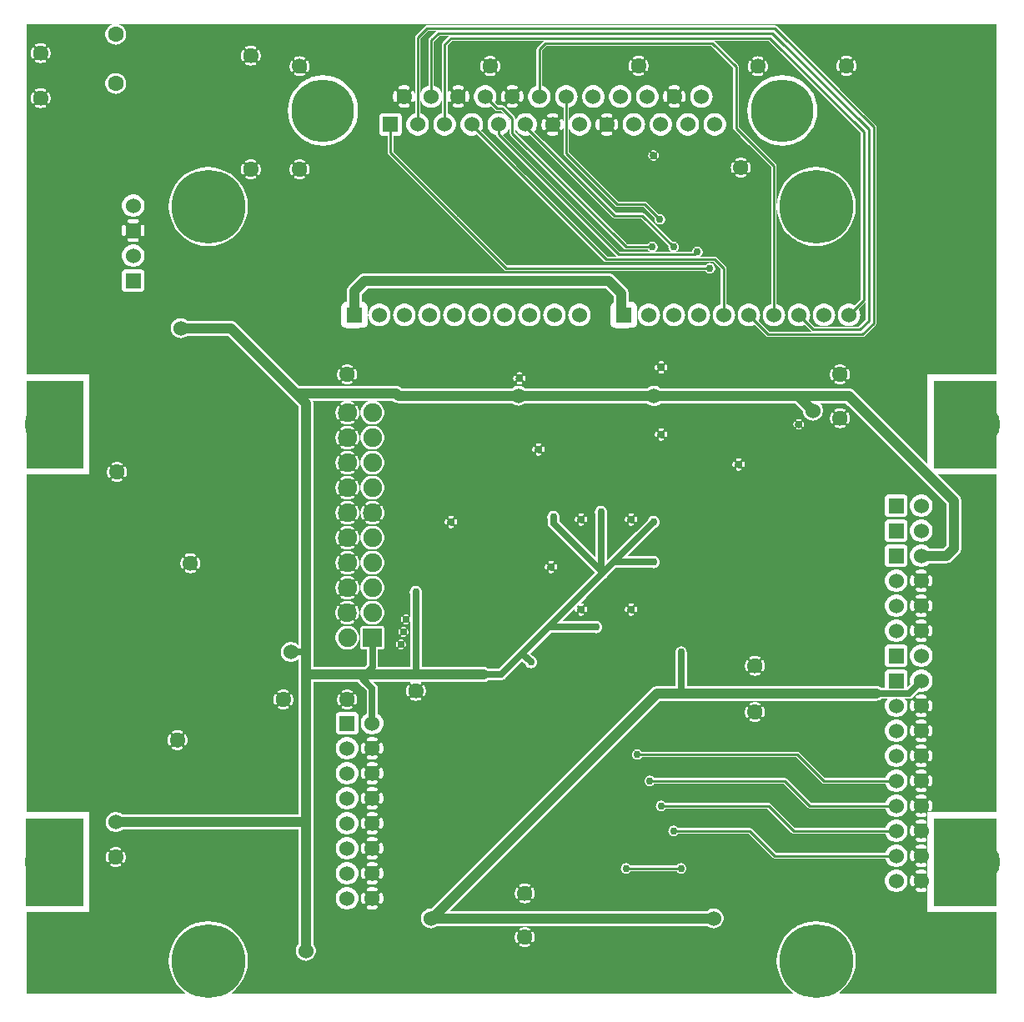
<source format=gbl>
G04 start of page 3 for group 1 idx 1 *
G04 Title: (unknown), solder *
G04 Creator: pcb 20140316 *
G04 CreationDate: Sun 31 Aug 2014 13:13:00 GMT UTC *
G04 For: michael *
G04 Format: Gerber/RS-274X *
G04 PCB-Dimensions (mil): 3930.00 3937.00 *
G04 PCB-Coordinate-Origin: lower left *
%MOIN*%
%FSLAX25Y25*%
%LNBOTTOM*%
%ADD64C,0.1250*%
%ADD63C,0.0394*%
%ADD62C,0.0433*%
%ADD61C,0.0380*%
%ADD60C,0.0120*%
%ADD59C,0.0350*%
%ADD58C,0.1340*%
%ADD57C,0.0280*%
%ADD56C,0.0300*%
%ADD55C,0.1500*%
%ADD54C,0.2950*%
%ADD53C,0.2500*%
%ADD52C,0.0630*%
%ADD51C,0.0748*%
%ADD50C,0.0600*%
%ADD49C,0.0250*%
%ADD48C,0.0100*%
%ADD47C,0.0400*%
%ADD46C,0.0001*%
G54D46*G36*
X2500Y248700D02*X25000D01*
Y213700D01*
X2500D01*
Y248700D01*
G37*
G36*
X365000Y38700D02*Y73700D01*
X390000D01*
Y38700D01*
X365000D01*
G37*
G36*
X2000D02*Y73700D01*
X25000D01*
Y38700D01*
X2000D01*
G37*
G36*
X390000Y248700D02*Y213700D01*
X365000D01*
Y248700D01*
X390000D01*
G37*
G36*
X311001Y270494D02*X311100Y270486D01*
X311806Y270542D01*
X312495Y270707D01*
X313149Y270978D01*
X313408Y271137D01*
X316092Y268453D01*
X316120Y268420D01*
X316251Y268307D01*
X316263Y268300D01*
X311001D01*
Y270494D01*
G37*
G36*
X333750Y318300D02*X333604Y320771D01*
X333025Y323182D01*
X332077Y325472D01*
X330781Y327586D01*
X329171Y329471D01*
X327286Y331081D01*
X325172Y332377D01*
X322882Y333325D01*
X321093Y333755D01*
Y362551D01*
X335900Y347744D01*
Y281356D01*
X333408Y278863D01*
X333149Y279022D01*
X332495Y279293D01*
X331806Y279458D01*
X331100Y279514D01*
X330394Y279458D01*
X329705Y279293D01*
X329051Y279022D01*
X328447Y278652D01*
X327908Y278192D01*
X327448Y277653D01*
X327078Y277049D01*
X326807Y276395D01*
X326642Y275706D01*
X326586Y275000D01*
X326642Y274294D01*
X326807Y273605D01*
X327078Y272951D01*
X327448Y272347D01*
X327908Y271808D01*
X328447Y271348D01*
X329051Y270978D01*
X329705Y270707D01*
X330394Y270542D01*
X331100Y270486D01*
X331806Y270542D01*
X332495Y270707D01*
X333149Y270978D01*
X333753Y271348D01*
X334292Y271808D01*
X334752Y272347D01*
X335122Y272951D01*
X335393Y273605D01*
X335558Y274294D01*
X335600Y275000D01*
X335558Y275706D01*
X335393Y276395D01*
X335122Y277049D01*
X334963Y277308D01*
X337747Y280092D01*
X337780Y280120D01*
X337893Y280251D01*
X337900Y280263D01*
Y273156D01*
X335044Y270300D01*
X327500D01*
X327500Y270300D01*
X321093D01*
Y270487D01*
X321100Y270486D01*
X321806Y270542D01*
X322495Y270707D01*
X323149Y270978D01*
X323753Y271348D01*
X324292Y271808D01*
X324752Y272347D01*
X325122Y272951D01*
X325393Y273605D01*
X325558Y274294D01*
X325600Y275000D01*
X325558Y275706D01*
X325393Y276395D01*
X325122Y277049D01*
X324752Y277653D01*
X324292Y278192D01*
X323753Y278652D01*
X323149Y279022D01*
X322495Y279293D01*
X321806Y279458D01*
X321100Y279514D01*
X321093Y279513D01*
Y302845D01*
X322882Y303275D01*
X325172Y304223D01*
X327286Y305519D01*
X329171Y307129D01*
X330781Y309014D01*
X332077Y311128D01*
X333025Y313418D01*
X333604Y315829D01*
X333750Y318300D01*
G37*
G36*
X321093Y270300D02*X317356D01*
X314963Y272692D01*
X315122Y272951D01*
X315393Y273605D01*
X315558Y274294D01*
X315600Y275000D01*
X315558Y275706D01*
X315393Y276395D01*
X315122Y277049D01*
X314752Y277653D01*
X314292Y278192D01*
X313753Y278652D01*
X313149Y279022D01*
X312495Y279293D01*
X311806Y279458D01*
X311100Y279514D01*
X311001Y279506D01*
Y304152D01*
X313118Y303275D01*
X315529Y302696D01*
X318000Y302501D01*
X320471Y302696D01*
X321093Y302845D01*
Y279513D01*
X320394Y279458D01*
X319705Y279293D01*
X319051Y279022D01*
X318447Y278652D01*
X317908Y278192D01*
X317448Y277653D01*
X317078Y277049D01*
X316807Y276395D01*
X316642Y275706D01*
X316586Y275000D01*
X316642Y274294D01*
X316807Y273605D01*
X317078Y272951D01*
X317448Y272347D01*
X317908Y271808D01*
X318447Y271348D01*
X319051Y270978D01*
X319705Y270707D01*
X320394Y270542D01*
X321093Y270487D01*
Y270300D01*
G37*
G36*
Y333755D02*X320471Y333904D01*
X318000Y334099D01*
X315529Y333904D01*
X313118Y333325D01*
X311001Y332448D01*
Y344264D01*
X312754Y345339D01*
X314430Y346770D01*
X315861Y348446D01*
X317013Y350325D01*
X317856Y352360D01*
X318370Y354503D01*
X318500Y356700D01*
X318370Y358897D01*
X317856Y361040D01*
X317013Y363075D01*
X315861Y364954D01*
X314430Y366630D01*
X312754Y368061D01*
X311001Y369136D01*
Y372644D01*
X321093Y362551D01*
Y333755D01*
G37*
G36*
X333384Y391200D02*X390000D01*
Y251200D01*
X362500D01*
Y215443D01*
X333384Y244559D01*
Y266100D01*
X336457D01*
X336500Y266097D01*
X336672Y266110D01*
X336673Y266110D01*
X336841Y266151D01*
X337001Y266217D01*
X337149Y266307D01*
X337280Y266420D01*
X337308Y266453D01*
X341747Y270892D01*
X341780Y270920D01*
X341893Y271051D01*
X341983Y271199D01*
X342049Y271359D01*
X342090Y271527D01*
X342103Y271700D01*
X342100Y271743D01*
Y350157D01*
X342103Y350200D01*
X342090Y350372D01*
X342090Y350373D01*
X342049Y350541D01*
X341983Y350701D01*
X341893Y350849D01*
X341780Y350980D01*
X341747Y351008D01*
X333384Y359372D01*
Y372469D01*
X333387Y372470D01*
X333455Y372509D01*
X333516Y372558D01*
X333569Y372617D01*
X333611Y372683D01*
X333774Y373008D01*
X333903Y373348D01*
X334001Y373698D01*
X334067Y374056D01*
X334100Y374418D01*
Y374782D01*
X334067Y375144D01*
X334001Y375502D01*
X333903Y375852D01*
X333774Y376192D01*
X333615Y376519D01*
X333572Y376585D01*
X333519Y376644D01*
X333457Y376694D01*
X333388Y376733D01*
X333384Y376735D01*
Y391200D01*
G37*
G36*
Y244559D02*X333204Y244738D01*
X333128Y244828D01*
X332769Y245135D01*
X332366Y245381D01*
X331930Y245562D01*
X331471Y245672D01*
X331471Y245672D01*
X331000Y245709D01*
X330882Y245700D01*
X330784D01*
Y249069D01*
X330787Y249070D01*
X330855Y249109D01*
X330916Y249158D01*
X330969Y249217D01*
X331011Y249283D01*
X331174Y249608D01*
X331303Y249948D01*
X331401Y250298D01*
X331467Y250656D01*
X331500Y251018D01*
Y251382D01*
X331467Y251744D01*
X331401Y252102D01*
X331303Y252452D01*
X331174Y252792D01*
X331015Y253119D01*
X330972Y253185D01*
X330919Y253244D01*
X330857Y253294D01*
X330788Y253333D01*
X330784Y253335D01*
Y266100D01*
X333384D01*
Y244559D01*
G37*
G36*
X330784Y391200D02*X333384D01*
Y376735D01*
X333314Y376761D01*
X333237Y376777D01*
X333158Y376781D01*
X333079Y376773D01*
X333003Y376752D01*
X332930Y376720D01*
X332864Y376677D01*
X332805Y376624D01*
X332756Y376562D01*
X332716Y376493D01*
X332688Y376419D01*
X332672Y376342D01*
X332668Y376263D01*
X332676Y376184D01*
X332697Y376107D01*
X332730Y376036D01*
X332853Y375793D01*
X332950Y375538D01*
X333023Y375276D01*
X333072Y375008D01*
X333097Y374736D01*
Y374464D01*
X333072Y374192D01*
X333023Y373924D01*
X332950Y373662D01*
X332853Y373407D01*
X332733Y373163D01*
X332700Y373091D01*
X332679Y373016D01*
X332671Y372937D01*
X332675Y372859D01*
X332691Y372782D01*
X332719Y372708D01*
X332758Y372640D01*
X332807Y372579D01*
X332866Y372526D01*
X332932Y372483D01*
X333004Y372451D01*
X333080Y372430D01*
X333158Y372422D01*
X333236Y372426D01*
X333313Y372442D01*
X333384Y372469D01*
Y359372D01*
X330784Y361972D01*
Y370659D01*
X331002Y370699D01*
X331352Y370797D01*
X331692Y370926D01*
X332019Y371085D01*
X332085Y371128D01*
X332144Y371181D01*
X332194Y371243D01*
X332233Y371312D01*
X332261Y371386D01*
X332277Y371463D01*
X332281Y371542D01*
X332273Y371621D01*
X332252Y371697D01*
X332220Y371770D01*
X332177Y371836D01*
X332124Y371895D01*
X332062Y371944D01*
X331993Y371984D01*
X331919Y372012D01*
X331842Y372028D01*
X331763Y372032D01*
X331684Y372024D01*
X331607Y372003D01*
X331536Y371970D01*
X331293Y371847D01*
X331038Y371750D01*
X330784Y371679D01*
Y377521D01*
X331038Y377450D01*
X331293Y377353D01*
X331537Y377233D01*
X331609Y377200D01*
X331684Y377179D01*
X331763Y377171D01*
X331841Y377175D01*
X331918Y377191D01*
X331992Y377219D01*
X332060Y377258D01*
X332121Y377307D01*
X332174Y377366D01*
X332217Y377432D01*
X332249Y377504D01*
X332270Y377580D01*
X332278Y377658D01*
X332274Y377736D01*
X332258Y377813D01*
X332230Y377887D01*
X332191Y377955D01*
X332142Y378016D01*
X332083Y378069D01*
X332017Y378111D01*
X331692Y378274D01*
X331352Y378403D01*
X331002Y378501D01*
X330784Y378541D01*
Y391200D01*
G37*
G36*
Y245700D02*X327502D01*
Y247200D01*
X327682D01*
X328044Y247233D01*
X328402Y247299D01*
X328752Y247397D01*
X329092Y247526D01*
X329419Y247685D01*
X329485Y247728D01*
X329544Y247781D01*
X329594Y247843D01*
X329633Y247912D01*
X329661Y247986D01*
X329677Y248063D01*
X329681Y248142D01*
X329673Y248221D01*
X329652Y248297D01*
X329620Y248370D01*
X329577Y248436D01*
X329524Y248495D01*
X329462Y248544D01*
X329393Y248584D01*
X329319Y248612D01*
X329242Y248628D01*
X329163Y248632D01*
X329084Y248624D01*
X329007Y248603D01*
X328936Y248570D01*
X328693Y248447D01*
X328438Y248350D01*
X328176Y248277D01*
X327908Y248228D01*
X327636Y248203D01*
X327502D01*
Y254197D01*
X327636D01*
X327908Y254172D01*
X328176Y254123D01*
X328438Y254050D01*
X328693Y253953D01*
X328937Y253833D01*
X329009Y253800D01*
X329084Y253779D01*
X329163Y253771D01*
X329241Y253775D01*
X329318Y253791D01*
X329392Y253819D01*
X329460Y253858D01*
X329521Y253907D01*
X329574Y253966D01*
X329617Y254032D01*
X329649Y254104D01*
X329670Y254180D01*
X329678Y254258D01*
X329674Y254336D01*
X329658Y254413D01*
X329630Y254487D01*
X329591Y254555D01*
X329542Y254616D01*
X329483Y254669D01*
X329417Y254711D01*
X329092Y254874D01*
X328752Y255003D01*
X328402Y255101D01*
X328044Y255167D01*
X327682Y255200D01*
X327502D01*
Y266100D01*
X328000D01*
X328000Y266100D01*
X330784D01*
Y253335D01*
X330714Y253361D01*
X330637Y253377D01*
X330558Y253381D01*
X330479Y253373D01*
X330403Y253352D01*
X330330Y253320D01*
X330264Y253277D01*
X330205Y253224D01*
X330156Y253162D01*
X330116Y253093D01*
X330088Y253019D01*
X330072Y252942D01*
X330068Y252863D01*
X330076Y252784D01*
X330097Y252707D01*
X330130Y252636D01*
X330253Y252393D01*
X330350Y252138D01*
X330423Y251876D01*
X330472Y251608D01*
X330497Y251336D01*
Y251064D01*
X330472Y250792D01*
X330423Y250524D01*
X330350Y250262D01*
X330253Y250007D01*
X330133Y249763D01*
X330100Y249691D01*
X330079Y249616D01*
X330071Y249537D01*
X330075Y249459D01*
X330091Y249382D01*
X330119Y249308D01*
X330158Y249240D01*
X330207Y249179D01*
X330266Y249126D01*
X330332Y249083D01*
X330404Y249051D01*
X330480Y249030D01*
X330558Y249022D01*
X330636Y249026D01*
X330713Y249042D01*
X330784Y249069D01*
Y245700D01*
G37*
G36*
X327502Y391200D02*X330784D01*
Y378541D01*
X330644Y378567D01*
X330282Y378600D01*
X329918D01*
X329556Y378567D01*
X329198Y378501D01*
X328848Y378403D01*
X328508Y378274D01*
X328181Y378115D01*
X328115Y378072D01*
X328056Y378019D01*
X328006Y377957D01*
X327967Y377888D01*
X327939Y377814D01*
X327923Y377737D01*
X327919Y377658D01*
X327927Y377579D01*
X327948Y377503D01*
X327980Y377430D01*
X328023Y377364D01*
X328076Y377305D01*
X328138Y377256D01*
X328207Y377216D01*
X328281Y377188D01*
X328358Y377172D01*
X328437Y377168D01*
X328516Y377176D01*
X328593Y377197D01*
X328664Y377230D01*
X328907Y377353D01*
X329162Y377450D01*
X329424Y377523D01*
X329692Y377572D01*
X329964Y377597D01*
X330236D01*
X330508Y377572D01*
X330776Y377523D01*
X330784Y377521D01*
Y371679D01*
X330776Y371677D01*
X330508Y371628D01*
X330236Y371603D01*
X329964D01*
X329692Y371628D01*
X329424Y371677D01*
X329162Y371750D01*
X328907Y371847D01*
X328663Y371967D01*
X328591Y372000D01*
X328515Y372021D01*
X328437Y372029D01*
X328359Y372025D01*
X328282Y372009D01*
X328208Y371981D01*
X328140Y371942D01*
X328079Y371893D01*
X328026Y371834D01*
X327983Y371768D01*
X327951Y371696D01*
X327930Y371620D01*
X327922Y371542D01*
X327926Y371464D01*
X327942Y371387D01*
X327970Y371313D01*
X328009Y371245D01*
X328058Y371184D01*
X328117Y371131D01*
X328183Y371089D01*
X328508Y370926D01*
X328848Y370797D01*
X329198Y370699D01*
X329556Y370633D01*
X329918Y370600D01*
X330282D01*
X330644Y370633D01*
X330784Y370659D01*
Y361972D01*
X327502Y365254D01*
Y372753D01*
X327512Y372781D01*
X327528Y372858D01*
X327532Y372937D01*
X327524Y373016D01*
X327503Y373093D01*
X327502Y373096D01*
Y376113D01*
X327521Y376185D01*
X327529Y376263D01*
X327525Y376341D01*
X327509Y376418D01*
X327502Y376438D01*
Y391200D01*
G37*
G36*
X327467Y376037D02*X327500Y376109D01*
X327502Y376113D01*
Y373096D01*
X327470Y373164D01*
X327347Y373407D01*
X327250Y373662D01*
X327177Y373924D01*
X327128Y374192D01*
X327103Y374464D01*
Y374736D01*
X327128Y375008D01*
X327177Y375276D01*
X327250Y375538D01*
X327347Y375793D01*
X327467Y376037D01*
G37*
G36*
X327502Y245700D02*X324216D01*
Y249065D01*
X324286Y249039D01*
X324363Y249023D01*
X324442Y249019D01*
X324521Y249027D01*
X324597Y249048D01*
X324670Y249080D01*
X324736Y249123D01*
X324795Y249176D01*
X324844Y249238D01*
X324884Y249307D01*
X324912Y249381D01*
X324928Y249458D01*
X324932Y249537D01*
X324924Y249616D01*
X324903Y249693D01*
X324870Y249764D01*
X324747Y250007D01*
X324650Y250262D01*
X324577Y250524D01*
X324528Y250792D01*
X324503Y251064D01*
Y251336D01*
X324528Y251608D01*
X324577Y251876D01*
X324650Y252138D01*
X324747Y252393D01*
X324867Y252637D01*
X324900Y252709D01*
X324921Y252785D01*
X324929Y252863D01*
X324925Y252941D01*
X324909Y253018D01*
X324881Y253092D01*
X324842Y253160D01*
X324793Y253221D01*
X324734Y253274D01*
X324668Y253317D01*
X324596Y253349D01*
X324520Y253370D01*
X324442Y253378D01*
X324364Y253374D01*
X324287Y253358D01*
X324216Y253331D01*
Y266100D01*
X327502D01*
Y255200D01*
X327318D01*
X326956Y255167D01*
X326598Y255101D01*
X326248Y255003D01*
X325908Y254874D01*
X325581Y254715D01*
X325515Y254672D01*
X325456Y254619D01*
X325406Y254557D01*
X325367Y254488D01*
X325339Y254414D01*
X325323Y254337D01*
X325319Y254258D01*
X325327Y254179D01*
X325348Y254103D01*
X325380Y254030D01*
X325423Y253964D01*
X325476Y253905D01*
X325538Y253856D01*
X325607Y253816D01*
X325681Y253788D01*
X325758Y253772D01*
X325837Y253768D01*
X325916Y253776D01*
X325993Y253797D01*
X326064Y253830D01*
X326307Y253953D01*
X326562Y254050D01*
X326824Y254123D01*
X327092Y254172D01*
X327364Y254197D01*
X327502D01*
Y248203D01*
X327364D01*
X327092Y248228D01*
X326824Y248277D01*
X326562Y248350D01*
X326307Y248447D01*
X326063Y248567D01*
X325991Y248600D01*
X325915Y248621D01*
X325837Y248629D01*
X325759Y248625D01*
X325682Y248609D01*
X325608Y248581D01*
X325540Y248542D01*
X325479Y248493D01*
X325426Y248434D01*
X325383Y248368D01*
X325351Y248296D01*
X325330Y248220D01*
X325322Y248142D01*
X325326Y248064D01*
X325342Y247987D01*
X325370Y247913D01*
X325409Y247845D01*
X325458Y247784D01*
X325517Y247731D01*
X325583Y247689D01*
X325908Y247526D01*
X326248Y247397D01*
X326598Y247299D01*
X326956Y247233D01*
X327318Y247200D01*
X327502D01*
Y245700D01*
G37*
G36*
X324216D02*X311001D01*
Y266100D01*
X324216D01*
Y253331D01*
X324213Y253330D01*
X324145Y253291D01*
X324084Y253242D01*
X324031Y253183D01*
X323989Y253117D01*
X323826Y252792D01*
X323697Y252452D01*
X323599Y252102D01*
X323533Y251744D01*
X323500Y251382D01*
Y251018D01*
X323533Y250656D01*
X323599Y250298D01*
X323697Y249948D01*
X323826Y249608D01*
X323985Y249281D01*
X324028Y249215D01*
X324081Y249156D01*
X324143Y249106D01*
X324212Y249067D01*
X324216Y249065D01*
Y245700D01*
G37*
G36*
X311001Y391200D02*X327502D01*
Y376438D01*
X327481Y376492D01*
X327442Y376560D01*
X327393Y376621D01*
X327334Y376674D01*
X327268Y376717D01*
X327196Y376749D01*
X327120Y376770D01*
X327042Y376778D01*
X326964Y376774D01*
X326887Y376758D01*
X326813Y376730D01*
X326745Y376691D01*
X326684Y376642D01*
X326631Y376583D01*
X326589Y376517D01*
X326426Y376192D01*
X326297Y375852D01*
X326199Y375502D01*
X326133Y375144D01*
X326100Y374782D01*
Y374418D01*
X326133Y374056D01*
X326199Y373698D01*
X326297Y373348D01*
X326426Y373008D01*
X326585Y372681D01*
X326628Y372615D01*
X326681Y372556D01*
X326743Y372506D01*
X326812Y372467D01*
X326886Y372439D01*
X326963Y372423D01*
X327042Y372419D01*
X327121Y372427D01*
X327197Y372448D01*
X327270Y372480D01*
X327336Y372523D01*
X327395Y372576D01*
X327444Y372638D01*
X327484Y372707D01*
X327502Y372753D01*
Y365254D01*
X311001Y381755D01*
Y391200D01*
G37*
G36*
X363613Y36200D02*X390000D01*
Y3700D01*
X363613D01*
Y36200D01*
G37*
G36*
Y175700D02*X369882D01*
X370000Y175691D01*
X370470Y175728D01*
X370471Y175728D01*
X370930Y175838D01*
X371366Y176019D01*
X371769Y176265D01*
X372128Y176572D01*
X372205Y176662D01*
X375038Y179496D01*
X375128Y179572D01*
X375434Y179931D01*
X375435Y179931D01*
X375681Y180334D01*
X375862Y180770D01*
X375972Y181229D01*
X376009Y181700D01*
X376000Y181818D01*
Y200582D01*
X376009Y200700D01*
X375972Y201171D01*
X375972Y201171D01*
X375862Y201630D01*
X375681Y202066D01*
X375435Y202469D01*
X375128Y202828D01*
X375038Y202904D01*
X366743Y211200D01*
X390000D01*
Y76200D01*
X363613D01*
Y76553D01*
X363656Y76560D01*
X363768Y76597D01*
X363873Y76652D01*
X363968Y76722D01*
X364051Y76806D01*
X364119Y76902D01*
X364170Y77008D01*
X364318Y77416D01*
X364422Y77837D01*
X364484Y78267D01*
X364505Y78700D01*
X364484Y79133D01*
X364422Y79563D01*
X364318Y79984D01*
X364175Y80394D01*
X364122Y80500D01*
X364053Y80596D01*
X363970Y80681D01*
X363875Y80751D01*
X363769Y80806D01*
X363657Y80843D01*
X363613Y80851D01*
Y86553D01*
X363656Y86560D01*
X363768Y86597D01*
X363873Y86652D01*
X363968Y86722D01*
X364051Y86806D01*
X364119Y86902D01*
X364170Y87008D01*
X364318Y87416D01*
X364422Y87837D01*
X364484Y88267D01*
X364505Y88700D01*
X364484Y89133D01*
X364422Y89563D01*
X364318Y89984D01*
X364175Y90394D01*
X364122Y90500D01*
X364053Y90596D01*
X363970Y90681D01*
X363875Y90751D01*
X363769Y90806D01*
X363657Y90843D01*
X363613Y90851D01*
Y96553D01*
X363656Y96560D01*
X363768Y96597D01*
X363873Y96652D01*
X363968Y96722D01*
X364051Y96806D01*
X364119Y96902D01*
X364170Y97008D01*
X364318Y97416D01*
X364422Y97837D01*
X364484Y98267D01*
X364505Y98700D01*
X364484Y99133D01*
X364422Y99563D01*
X364318Y99984D01*
X364175Y100394D01*
X364122Y100500D01*
X364053Y100596D01*
X363970Y100681D01*
X363875Y100751D01*
X363769Y100806D01*
X363657Y100843D01*
X363613Y100851D01*
Y106553D01*
X363656Y106560D01*
X363768Y106597D01*
X363873Y106652D01*
X363968Y106722D01*
X364051Y106806D01*
X364119Y106902D01*
X364170Y107008D01*
X364318Y107416D01*
X364422Y107837D01*
X364484Y108267D01*
X364505Y108700D01*
X364484Y109133D01*
X364422Y109563D01*
X364318Y109984D01*
X364175Y110394D01*
X364122Y110500D01*
X364053Y110596D01*
X363970Y110681D01*
X363875Y110751D01*
X363769Y110806D01*
X363657Y110843D01*
X363613Y110851D01*
Y116553D01*
X363656Y116560D01*
X363768Y116597D01*
X363873Y116652D01*
X363968Y116722D01*
X364051Y116806D01*
X364119Y116902D01*
X364170Y117008D01*
X364318Y117416D01*
X364422Y117837D01*
X364484Y118267D01*
X364505Y118700D01*
X364484Y119133D01*
X364422Y119563D01*
X364318Y119984D01*
X364175Y120394D01*
X364122Y120500D01*
X364053Y120596D01*
X363970Y120681D01*
X363875Y120751D01*
X363769Y120806D01*
X363657Y120843D01*
X363613Y120851D01*
Y126002D01*
X363652Y126047D01*
X364022Y126651D01*
X364293Y127305D01*
X364458Y127994D01*
X364500Y128700D01*
X364458Y129406D01*
X364293Y130095D01*
X364022Y130749D01*
X363652Y131353D01*
X363613Y131398D01*
Y136002D01*
X363652Y136047D01*
X364022Y136651D01*
X364293Y137305D01*
X364458Y137994D01*
X364500Y138700D01*
X364458Y139406D01*
X364293Y140095D01*
X364022Y140749D01*
X363652Y141353D01*
X363613Y141398D01*
Y146553D01*
X363656Y146560D01*
X363768Y146597D01*
X363873Y146652D01*
X363968Y146722D01*
X364051Y146806D01*
X364119Y146902D01*
X364170Y147008D01*
X364318Y147416D01*
X364422Y147837D01*
X364484Y148267D01*
X364505Y148700D01*
X364484Y149133D01*
X364422Y149563D01*
X364318Y149984D01*
X364175Y150394D01*
X364122Y150500D01*
X364053Y150596D01*
X363970Y150681D01*
X363875Y150751D01*
X363769Y150806D01*
X363657Y150843D01*
X363613Y150851D01*
Y156553D01*
X363656Y156560D01*
X363768Y156597D01*
X363873Y156652D01*
X363968Y156722D01*
X364051Y156806D01*
X364119Y156902D01*
X364170Y157008D01*
X364318Y157416D01*
X364422Y157837D01*
X364484Y158267D01*
X364505Y158700D01*
X364484Y159133D01*
X364422Y159563D01*
X364318Y159984D01*
X364175Y160394D01*
X364122Y160500D01*
X364053Y160596D01*
X363970Y160681D01*
X363875Y160751D01*
X363769Y160806D01*
X363657Y160843D01*
X363613Y160851D01*
Y166553D01*
X363656Y166560D01*
X363768Y166597D01*
X363873Y166652D01*
X363968Y166722D01*
X364051Y166806D01*
X364119Y166902D01*
X364170Y167008D01*
X364318Y167416D01*
X364422Y167837D01*
X364484Y168267D01*
X364505Y168700D01*
X364484Y169133D01*
X364422Y169563D01*
X364318Y169984D01*
X364175Y170394D01*
X364122Y170500D01*
X364053Y170596D01*
X363970Y170681D01*
X363875Y170751D01*
X363769Y170806D01*
X363657Y170843D01*
X363613Y170851D01*
Y175700D01*
G37*
G36*
Y131398D02*X363192Y131892D01*
X362653Y132352D01*
X362049Y132722D01*
X361395Y132993D01*
X360706Y133158D01*
X360002Y133214D01*
Y134186D01*
X360706Y134242D01*
X361395Y134407D01*
X362049Y134678D01*
X362653Y135048D01*
X363192Y135508D01*
X363613Y136002D01*
Y131398D01*
G37*
G36*
Y76200D02*X362500D01*
Y36200D01*
X363613D01*
Y3700D01*
X360002D01*
Y44195D01*
X360433Y44216D01*
X360863Y44278D01*
X361284Y44382D01*
X361694Y44525D01*
X361800Y44578D01*
X361896Y44647D01*
X361981Y44730D01*
X362051Y44825D01*
X362106Y44931D01*
X362143Y45043D01*
X362163Y45160D01*
X362164Y45279D01*
X362146Y45396D01*
X362110Y45509D01*
X362057Y45615D01*
X361988Y45712D01*
X361905Y45796D01*
X361809Y45867D01*
X361704Y45921D01*
X361592Y45959D01*
X361475Y45978D01*
X361356Y45979D01*
X361239Y45961D01*
X361126Y45923D01*
X360855Y45824D01*
X360575Y45756D01*
X360289Y45714D01*
X360002Y45700D01*
Y51700D01*
X360289Y51686D01*
X360575Y51644D01*
X360855Y51576D01*
X361128Y51480D01*
X361239Y51442D01*
X361356Y51425D01*
X361474Y51425D01*
X361591Y51445D01*
X361703Y51482D01*
X361807Y51536D01*
X361902Y51606D01*
X361985Y51691D01*
X362054Y51787D01*
X362107Y51892D01*
X362143Y52005D01*
X362160Y52121D01*
X362159Y52239D01*
X362140Y52356D01*
X362103Y52468D01*
X362048Y52573D01*
X361978Y52668D01*
X361894Y52751D01*
X361798Y52819D01*
X361692Y52870D01*
X361284Y53018D01*
X360863Y53122D01*
X360433Y53184D01*
X360002Y53205D01*
Y54195D01*
X360433Y54216D01*
X360863Y54278D01*
X361284Y54382D01*
X361694Y54525D01*
X361800Y54578D01*
X361896Y54647D01*
X361981Y54730D01*
X362051Y54825D01*
X362106Y54931D01*
X362143Y55043D01*
X362163Y55160D01*
X362164Y55279D01*
X362146Y55396D01*
X362110Y55509D01*
X362057Y55615D01*
X361988Y55712D01*
X361905Y55796D01*
X361809Y55867D01*
X361704Y55921D01*
X361592Y55959D01*
X361475Y55978D01*
X361356Y55979D01*
X361239Y55961D01*
X361126Y55923D01*
X360855Y55824D01*
X360575Y55756D01*
X360289Y55714D01*
X360002Y55700D01*
Y61700D01*
X360289Y61686D01*
X360575Y61644D01*
X360855Y61576D01*
X361128Y61480D01*
X361239Y61442D01*
X361356Y61425D01*
X361474Y61425D01*
X361591Y61445D01*
X361703Y61482D01*
X361807Y61536D01*
X361902Y61606D01*
X361985Y61691D01*
X362054Y61787D01*
X362107Y61892D01*
X362143Y62005D01*
X362160Y62121D01*
X362159Y62239D01*
X362140Y62356D01*
X362103Y62468D01*
X362048Y62573D01*
X361978Y62668D01*
X361894Y62751D01*
X361798Y62819D01*
X361692Y62870D01*
X361284Y63018D01*
X360863Y63122D01*
X360433Y63184D01*
X360002Y63205D01*
Y64195D01*
X360433Y64216D01*
X360863Y64278D01*
X361284Y64382D01*
X361694Y64525D01*
X361800Y64578D01*
X361896Y64647D01*
X361981Y64730D01*
X362051Y64825D01*
X362106Y64931D01*
X362143Y65043D01*
X362163Y65160D01*
X362164Y65279D01*
X362146Y65396D01*
X362110Y65509D01*
X362057Y65615D01*
X361988Y65712D01*
X361905Y65796D01*
X361809Y65867D01*
X361704Y65921D01*
X361592Y65959D01*
X361475Y65978D01*
X361356Y65979D01*
X361239Y65961D01*
X361126Y65923D01*
X360855Y65824D01*
X360575Y65756D01*
X360289Y65714D01*
X360002Y65700D01*
Y71700D01*
X360289Y71686D01*
X360575Y71644D01*
X360855Y71576D01*
X361128Y71480D01*
X361239Y71442D01*
X361356Y71425D01*
X361474Y71425D01*
X361591Y71445D01*
X361703Y71482D01*
X361807Y71536D01*
X361902Y71606D01*
X361985Y71691D01*
X362054Y71787D01*
X362107Y71892D01*
X362143Y72005D01*
X362160Y72121D01*
X362159Y72239D01*
X362140Y72356D01*
X362103Y72468D01*
X362048Y72573D01*
X361978Y72668D01*
X361894Y72751D01*
X361798Y72819D01*
X361692Y72870D01*
X361284Y73018D01*
X360863Y73122D01*
X360433Y73184D01*
X360002Y73205D01*
Y74195D01*
X360433Y74216D01*
X360863Y74278D01*
X361284Y74382D01*
X361694Y74525D01*
X361800Y74578D01*
X361896Y74647D01*
X361981Y74730D01*
X362051Y74825D01*
X362106Y74931D01*
X362143Y75043D01*
X362163Y75160D01*
X362164Y75279D01*
X362146Y75396D01*
X362110Y75509D01*
X362057Y75615D01*
X361988Y75712D01*
X361905Y75796D01*
X361809Y75867D01*
X361704Y75921D01*
X361592Y75959D01*
X361475Y75978D01*
X361356Y75979D01*
X361239Y75961D01*
X361126Y75923D01*
X360855Y75824D01*
X360575Y75756D01*
X360289Y75714D01*
X360002Y75700D01*
Y81700D01*
X360289Y81686D01*
X360575Y81644D01*
X360855Y81576D01*
X361128Y81480D01*
X361239Y81442D01*
X361356Y81425D01*
X361474Y81425D01*
X361591Y81445D01*
X361703Y81482D01*
X361807Y81536D01*
X361902Y81606D01*
X361985Y81691D01*
X362054Y81787D01*
X362107Y81892D01*
X362143Y82005D01*
X362160Y82121D01*
X362159Y82239D01*
X362140Y82356D01*
X362103Y82468D01*
X362048Y82573D01*
X361978Y82668D01*
X361894Y82751D01*
X361798Y82819D01*
X361692Y82870D01*
X361284Y83018D01*
X360863Y83122D01*
X360433Y83184D01*
X360002Y83205D01*
Y84195D01*
X360433Y84216D01*
X360863Y84278D01*
X361284Y84382D01*
X361694Y84525D01*
X361800Y84578D01*
X361896Y84647D01*
X361981Y84730D01*
X362051Y84825D01*
X362106Y84931D01*
X362143Y85043D01*
X362163Y85160D01*
X362164Y85279D01*
X362146Y85396D01*
X362110Y85509D01*
X362057Y85615D01*
X361988Y85712D01*
X361905Y85796D01*
X361809Y85867D01*
X361704Y85921D01*
X361592Y85959D01*
X361475Y85978D01*
X361356Y85979D01*
X361239Y85961D01*
X361126Y85923D01*
X360855Y85824D01*
X360575Y85756D01*
X360289Y85714D01*
X360002Y85700D01*
Y91700D01*
X360289Y91686D01*
X360575Y91644D01*
X360855Y91576D01*
X361128Y91480D01*
X361239Y91442D01*
X361356Y91425D01*
X361474Y91425D01*
X361591Y91445D01*
X361703Y91482D01*
X361807Y91536D01*
X361902Y91606D01*
X361985Y91691D01*
X362054Y91787D01*
X362107Y91892D01*
X362143Y92005D01*
X362160Y92121D01*
X362159Y92239D01*
X362140Y92356D01*
X362103Y92468D01*
X362048Y92573D01*
X361978Y92668D01*
X361894Y92751D01*
X361798Y92819D01*
X361692Y92870D01*
X361284Y93018D01*
X360863Y93122D01*
X360433Y93184D01*
X360002Y93205D01*
Y94195D01*
X360433Y94216D01*
X360863Y94278D01*
X361284Y94382D01*
X361694Y94525D01*
X361800Y94578D01*
X361896Y94647D01*
X361981Y94730D01*
X362051Y94825D01*
X362106Y94931D01*
X362143Y95043D01*
X362163Y95160D01*
X362164Y95279D01*
X362146Y95396D01*
X362110Y95509D01*
X362057Y95615D01*
X361988Y95712D01*
X361905Y95796D01*
X361809Y95867D01*
X361704Y95921D01*
X361592Y95959D01*
X361475Y95978D01*
X361356Y95979D01*
X361239Y95961D01*
X361126Y95923D01*
X360855Y95824D01*
X360575Y95756D01*
X360289Y95714D01*
X360002Y95700D01*
Y101700D01*
X360289Y101686D01*
X360575Y101644D01*
X360855Y101576D01*
X361128Y101480D01*
X361239Y101442D01*
X361356Y101425D01*
X361474Y101425D01*
X361591Y101445D01*
X361703Y101482D01*
X361807Y101536D01*
X361902Y101606D01*
X361985Y101691D01*
X362054Y101787D01*
X362107Y101892D01*
X362143Y102005D01*
X362160Y102121D01*
X362159Y102239D01*
X362140Y102356D01*
X362103Y102468D01*
X362048Y102573D01*
X361978Y102668D01*
X361894Y102751D01*
X361798Y102819D01*
X361692Y102870D01*
X361284Y103018D01*
X360863Y103122D01*
X360433Y103184D01*
X360002Y103205D01*
Y104195D01*
X360433Y104216D01*
X360863Y104278D01*
X361284Y104382D01*
X361694Y104525D01*
X361800Y104578D01*
X361896Y104647D01*
X361981Y104730D01*
X362051Y104825D01*
X362106Y104931D01*
X362143Y105043D01*
X362163Y105160D01*
X362164Y105279D01*
X362146Y105396D01*
X362110Y105509D01*
X362057Y105615D01*
X361988Y105712D01*
X361905Y105796D01*
X361809Y105867D01*
X361704Y105921D01*
X361592Y105959D01*
X361475Y105978D01*
X361356Y105979D01*
X361239Y105961D01*
X361126Y105923D01*
X360855Y105824D01*
X360575Y105756D01*
X360289Y105714D01*
X360002Y105700D01*
Y111700D01*
X360289Y111686D01*
X360575Y111644D01*
X360855Y111576D01*
X361128Y111480D01*
X361239Y111442D01*
X361356Y111425D01*
X361474Y111425D01*
X361591Y111445D01*
X361703Y111482D01*
X361807Y111536D01*
X361902Y111606D01*
X361985Y111691D01*
X362054Y111787D01*
X362107Y111892D01*
X362143Y112005D01*
X362160Y112121D01*
X362159Y112239D01*
X362140Y112356D01*
X362103Y112468D01*
X362048Y112573D01*
X361978Y112668D01*
X361894Y112751D01*
X361798Y112819D01*
X361692Y112870D01*
X361284Y113018D01*
X360863Y113122D01*
X360433Y113184D01*
X360002Y113205D01*
Y114195D01*
X360433Y114216D01*
X360863Y114278D01*
X361284Y114382D01*
X361694Y114525D01*
X361800Y114578D01*
X361896Y114647D01*
X361981Y114730D01*
X362051Y114825D01*
X362106Y114931D01*
X362143Y115043D01*
X362163Y115160D01*
X362164Y115279D01*
X362146Y115396D01*
X362110Y115509D01*
X362057Y115615D01*
X361988Y115712D01*
X361905Y115796D01*
X361809Y115867D01*
X361704Y115921D01*
X361592Y115959D01*
X361475Y115978D01*
X361356Y115979D01*
X361239Y115961D01*
X361126Y115923D01*
X360855Y115824D01*
X360575Y115756D01*
X360289Y115714D01*
X360002Y115700D01*
Y121700D01*
X360289Y121686D01*
X360575Y121644D01*
X360855Y121576D01*
X361128Y121480D01*
X361239Y121442D01*
X361356Y121425D01*
X361474Y121425D01*
X361591Y121445D01*
X361703Y121482D01*
X361807Y121536D01*
X361902Y121606D01*
X361985Y121691D01*
X362054Y121787D01*
X362107Y121892D01*
X362143Y122005D01*
X362160Y122121D01*
X362159Y122239D01*
X362140Y122356D01*
X362103Y122468D01*
X362048Y122573D01*
X361978Y122668D01*
X361894Y122751D01*
X361798Y122819D01*
X361692Y122870D01*
X361284Y123018D01*
X360863Y123122D01*
X360433Y123184D01*
X360002Y123205D01*
Y124186D01*
X360706Y124242D01*
X361395Y124407D01*
X362049Y124678D01*
X362653Y125048D01*
X363192Y125508D01*
X363613Y126002D01*
Y120851D01*
X363540Y120863D01*
X363421Y120864D01*
X363304Y120846D01*
X363191Y120810D01*
X363085Y120757D01*
X362988Y120688D01*
X362904Y120605D01*
X362833Y120509D01*
X362779Y120404D01*
X362741Y120292D01*
X362722Y120175D01*
X362721Y120056D01*
X362739Y119939D01*
X362777Y119826D01*
X362876Y119555D01*
X362944Y119275D01*
X362986Y118989D01*
X363000Y118700D01*
X362986Y118411D01*
X362944Y118125D01*
X362876Y117845D01*
X362780Y117572D01*
X362742Y117461D01*
X362725Y117344D01*
X362725Y117226D01*
X362745Y117109D01*
X362782Y116997D01*
X362836Y116893D01*
X362906Y116798D01*
X362991Y116715D01*
X363087Y116646D01*
X363192Y116593D01*
X363305Y116557D01*
X363421Y116540D01*
X363539Y116541D01*
X363613Y116553D01*
Y110851D01*
X363540Y110863D01*
X363421Y110864D01*
X363304Y110846D01*
X363191Y110810D01*
X363085Y110757D01*
X362988Y110688D01*
X362904Y110605D01*
X362833Y110509D01*
X362779Y110404D01*
X362741Y110292D01*
X362722Y110175D01*
X362721Y110056D01*
X362739Y109939D01*
X362777Y109826D01*
X362876Y109555D01*
X362944Y109275D01*
X362986Y108989D01*
X363000Y108700D01*
X362986Y108411D01*
X362944Y108125D01*
X362876Y107845D01*
X362780Y107572D01*
X362742Y107461D01*
X362725Y107344D01*
X362725Y107226D01*
X362745Y107109D01*
X362782Y106997D01*
X362836Y106893D01*
X362906Y106798D01*
X362991Y106715D01*
X363087Y106646D01*
X363192Y106593D01*
X363305Y106557D01*
X363421Y106540D01*
X363539Y106541D01*
X363613Y106553D01*
Y100851D01*
X363540Y100863D01*
X363421Y100864D01*
X363304Y100846D01*
X363191Y100810D01*
X363085Y100757D01*
X362988Y100688D01*
X362904Y100605D01*
X362833Y100509D01*
X362779Y100404D01*
X362741Y100292D01*
X362722Y100175D01*
X362721Y100056D01*
X362739Y99939D01*
X362777Y99826D01*
X362876Y99555D01*
X362944Y99275D01*
X362986Y98989D01*
X363000Y98700D01*
X362986Y98411D01*
X362944Y98125D01*
X362876Y97845D01*
X362780Y97572D01*
X362742Y97461D01*
X362725Y97344D01*
X362725Y97226D01*
X362745Y97109D01*
X362782Y96997D01*
X362836Y96893D01*
X362906Y96798D01*
X362991Y96715D01*
X363087Y96646D01*
X363192Y96593D01*
X363305Y96557D01*
X363421Y96540D01*
X363539Y96541D01*
X363613Y96553D01*
Y90851D01*
X363540Y90863D01*
X363421Y90864D01*
X363304Y90846D01*
X363191Y90810D01*
X363085Y90757D01*
X362988Y90688D01*
X362904Y90605D01*
X362833Y90509D01*
X362779Y90404D01*
X362741Y90292D01*
X362722Y90175D01*
X362721Y90056D01*
X362739Y89939D01*
X362777Y89826D01*
X362876Y89555D01*
X362944Y89275D01*
X362986Y88989D01*
X363000Y88700D01*
X362986Y88411D01*
X362944Y88125D01*
X362876Y87845D01*
X362780Y87572D01*
X362742Y87461D01*
X362725Y87344D01*
X362725Y87226D01*
X362745Y87109D01*
X362782Y86997D01*
X362836Y86893D01*
X362906Y86798D01*
X362991Y86715D01*
X363087Y86646D01*
X363192Y86593D01*
X363305Y86557D01*
X363421Y86540D01*
X363539Y86541D01*
X363613Y86553D01*
Y80851D01*
X363540Y80863D01*
X363421Y80864D01*
X363304Y80846D01*
X363191Y80810D01*
X363085Y80757D01*
X362988Y80688D01*
X362904Y80605D01*
X362833Y80509D01*
X362779Y80404D01*
X362741Y80292D01*
X362722Y80175D01*
X362721Y80056D01*
X362739Y79939D01*
X362777Y79826D01*
X362876Y79555D01*
X362944Y79275D01*
X362986Y78989D01*
X363000Y78700D01*
X362986Y78411D01*
X362944Y78125D01*
X362876Y77845D01*
X362780Y77572D01*
X362742Y77461D01*
X362725Y77344D01*
X362725Y77226D01*
X362745Y77109D01*
X362782Y76997D01*
X362836Y76893D01*
X362906Y76798D01*
X362991Y76715D01*
X363087Y76646D01*
X363192Y76593D01*
X363305Y76557D01*
X363421Y76540D01*
X363539Y76541D01*
X363613Y76553D01*
Y76200D01*
G37*
G36*
X360002Y174186D02*X360706Y174242D01*
X361395Y174407D01*
X362049Y174678D01*
X362653Y175048D01*
X363192Y175508D01*
X363356Y175700D01*
X363613D01*
Y170851D01*
X363540Y170863D01*
X363421Y170864D01*
X363304Y170846D01*
X363191Y170810D01*
X363085Y170757D01*
X362988Y170688D01*
X362904Y170605D01*
X362833Y170509D01*
X362779Y170404D01*
X362741Y170292D01*
X362722Y170175D01*
X362721Y170056D01*
X362739Y169939D01*
X362777Y169826D01*
X362876Y169555D01*
X362944Y169275D01*
X362986Y168989D01*
X363000Y168700D01*
X362986Y168411D01*
X362944Y168125D01*
X362876Y167845D01*
X362780Y167572D01*
X362742Y167461D01*
X362725Y167344D01*
X362725Y167226D01*
X362745Y167109D01*
X362782Y166997D01*
X362836Y166893D01*
X362906Y166798D01*
X362991Y166715D01*
X363087Y166646D01*
X363192Y166593D01*
X363305Y166557D01*
X363421Y166540D01*
X363539Y166541D01*
X363613Y166553D01*
Y160851D01*
X363540Y160863D01*
X363421Y160864D01*
X363304Y160846D01*
X363191Y160810D01*
X363085Y160757D01*
X362988Y160688D01*
X362904Y160605D01*
X362833Y160509D01*
X362779Y160404D01*
X362741Y160292D01*
X362722Y160175D01*
X362721Y160056D01*
X362739Y159939D01*
X362777Y159826D01*
X362876Y159555D01*
X362944Y159275D01*
X362986Y158989D01*
X363000Y158700D01*
X362986Y158411D01*
X362944Y158125D01*
X362876Y157845D01*
X362780Y157572D01*
X362742Y157461D01*
X362725Y157344D01*
X362725Y157226D01*
X362745Y157109D01*
X362782Y156997D01*
X362836Y156893D01*
X362906Y156798D01*
X362991Y156715D01*
X363087Y156646D01*
X363192Y156593D01*
X363305Y156557D01*
X363421Y156540D01*
X363539Y156541D01*
X363613Y156553D01*
Y150851D01*
X363540Y150863D01*
X363421Y150864D01*
X363304Y150846D01*
X363191Y150810D01*
X363085Y150757D01*
X362988Y150688D01*
X362904Y150605D01*
X362833Y150509D01*
X362779Y150404D01*
X362741Y150292D01*
X362722Y150175D01*
X362721Y150056D01*
X362739Y149939D01*
X362777Y149826D01*
X362876Y149555D01*
X362944Y149275D01*
X362986Y148989D01*
X363000Y148700D01*
X362986Y148411D01*
X362944Y148125D01*
X362876Y147845D01*
X362780Y147572D01*
X362742Y147461D01*
X362725Y147344D01*
X362725Y147226D01*
X362745Y147109D01*
X362782Y146997D01*
X362836Y146893D01*
X362906Y146798D01*
X362991Y146715D01*
X363087Y146646D01*
X363192Y146593D01*
X363305Y146557D01*
X363421Y146540D01*
X363539Y146541D01*
X363613Y146553D01*
Y141398D01*
X363192Y141892D01*
X362653Y142352D01*
X362049Y142722D01*
X361395Y142993D01*
X360706Y143158D01*
X360002Y143214D01*
Y144195D01*
X360433Y144216D01*
X360863Y144278D01*
X361284Y144382D01*
X361694Y144525D01*
X361800Y144578D01*
X361896Y144647D01*
X361981Y144730D01*
X362051Y144825D01*
X362106Y144931D01*
X362143Y145043D01*
X362163Y145160D01*
X362164Y145279D01*
X362146Y145396D01*
X362110Y145509D01*
X362057Y145615D01*
X361988Y145712D01*
X361905Y145796D01*
X361809Y145867D01*
X361704Y145921D01*
X361592Y145959D01*
X361475Y145978D01*
X361356Y145979D01*
X361239Y145961D01*
X361126Y145923D01*
X360855Y145824D01*
X360575Y145756D01*
X360289Y145714D01*
X360002Y145700D01*
Y151700D01*
X360289Y151686D01*
X360575Y151644D01*
X360855Y151576D01*
X361128Y151480D01*
X361239Y151442D01*
X361356Y151425D01*
X361474Y151425D01*
X361591Y151445D01*
X361703Y151482D01*
X361807Y151536D01*
X361902Y151606D01*
X361985Y151691D01*
X362054Y151787D01*
X362107Y151892D01*
X362143Y152005D01*
X362160Y152121D01*
X362159Y152239D01*
X362140Y152356D01*
X362103Y152468D01*
X362048Y152573D01*
X361978Y152668D01*
X361894Y152751D01*
X361798Y152819D01*
X361692Y152870D01*
X361284Y153018D01*
X360863Y153122D01*
X360433Y153184D01*
X360002Y153205D01*
Y154195D01*
X360433Y154216D01*
X360863Y154278D01*
X361284Y154382D01*
X361694Y154525D01*
X361800Y154578D01*
X361896Y154647D01*
X361981Y154730D01*
X362051Y154825D01*
X362106Y154931D01*
X362143Y155043D01*
X362163Y155160D01*
X362164Y155279D01*
X362146Y155396D01*
X362110Y155509D01*
X362057Y155615D01*
X361988Y155712D01*
X361905Y155796D01*
X361809Y155867D01*
X361704Y155921D01*
X361592Y155959D01*
X361475Y155978D01*
X361356Y155979D01*
X361239Y155961D01*
X361126Y155923D01*
X360855Y155824D01*
X360575Y155756D01*
X360289Y155714D01*
X360002Y155700D01*
Y161700D01*
X360289Y161686D01*
X360575Y161644D01*
X360855Y161576D01*
X361128Y161480D01*
X361239Y161442D01*
X361356Y161425D01*
X361474Y161425D01*
X361591Y161445D01*
X361703Y161482D01*
X361807Y161536D01*
X361902Y161606D01*
X361985Y161691D01*
X362054Y161787D01*
X362107Y161892D01*
X362143Y162005D01*
X362160Y162121D01*
X362159Y162239D01*
X362140Y162356D01*
X362103Y162468D01*
X362048Y162573D01*
X361978Y162668D01*
X361894Y162751D01*
X361798Y162819D01*
X361692Y162870D01*
X361284Y163018D01*
X360863Y163122D01*
X360433Y163184D01*
X360002Y163205D01*
Y164195D01*
X360433Y164216D01*
X360863Y164278D01*
X361284Y164382D01*
X361694Y164525D01*
X361800Y164578D01*
X361896Y164647D01*
X361981Y164730D01*
X362051Y164825D01*
X362106Y164931D01*
X362143Y165043D01*
X362163Y165160D01*
X362164Y165279D01*
X362146Y165396D01*
X362110Y165509D01*
X362057Y165615D01*
X361988Y165712D01*
X361905Y165796D01*
X361809Y165867D01*
X361704Y165921D01*
X361592Y165959D01*
X361475Y165978D01*
X361356Y165979D01*
X361239Y165961D01*
X361126Y165923D01*
X360855Y165824D01*
X360575Y165756D01*
X360289Y165714D01*
X360002Y165700D01*
Y171700D01*
X360289Y171686D01*
X360575Y171644D01*
X360855Y171576D01*
X361128Y171480D01*
X361239Y171442D01*
X361356Y171425D01*
X361474Y171425D01*
X361591Y171445D01*
X361703Y171482D01*
X361807Y171536D01*
X361902Y171606D01*
X361985Y171691D01*
X362054Y171787D01*
X362107Y171892D01*
X362143Y172005D01*
X362160Y172121D01*
X362159Y172239D01*
X362140Y172356D01*
X362103Y172468D01*
X362048Y172573D01*
X361978Y172668D01*
X361894Y172751D01*
X361798Y172819D01*
X361692Y172870D01*
X361284Y173018D01*
X360863Y173122D01*
X360433Y173184D01*
X360002Y173205D01*
Y174186D01*
G37*
G36*
Y209456D02*X370000Y199457D01*
Y182943D01*
X368757Y181700D01*
X363356D01*
X363192Y181892D01*
X362653Y182352D01*
X362049Y182722D01*
X361395Y182993D01*
X360706Y183158D01*
X360002Y183214D01*
Y184186D01*
X360706Y184242D01*
X361395Y184407D01*
X362049Y184678D01*
X362653Y185048D01*
X363192Y185508D01*
X363652Y186047D01*
X364022Y186651D01*
X364293Y187305D01*
X364458Y187994D01*
X364500Y188700D01*
X364458Y189406D01*
X364293Y190095D01*
X364022Y190749D01*
X363652Y191353D01*
X363192Y191892D01*
X362653Y192352D01*
X362049Y192722D01*
X361395Y192993D01*
X360706Y193158D01*
X360002Y193214D01*
Y194186D01*
X360706Y194242D01*
X361395Y194407D01*
X362049Y194678D01*
X362653Y195048D01*
X363192Y195508D01*
X363652Y196047D01*
X364022Y196651D01*
X364293Y197305D01*
X364458Y197994D01*
X364500Y198700D01*
X364458Y199406D01*
X364293Y200095D01*
X364022Y200749D01*
X363652Y201353D01*
X363192Y201892D01*
X362653Y202352D01*
X362049Y202722D01*
X361395Y202993D01*
X360706Y203158D01*
X360002Y203214D01*
Y209456D01*
G37*
G36*
Y3700D02*X356387D01*
Y46549D01*
X356460Y46537D01*
X356579Y46536D01*
X356696Y46554D01*
X356809Y46590D01*
X356915Y46643D01*
X357012Y46712D01*
X357096Y46795D01*
X357167Y46891D01*
X357221Y46996D01*
X357259Y47108D01*
X357278Y47225D01*
X357279Y47344D01*
X357261Y47461D01*
X357223Y47574D01*
X357124Y47845D01*
X357056Y48125D01*
X357014Y48411D01*
X357000Y48700D01*
X357014Y48989D01*
X357056Y49275D01*
X357124Y49555D01*
X357220Y49828D01*
X357258Y49939D01*
X357275Y50056D01*
X357275Y50174D01*
X357255Y50291D01*
X357218Y50403D01*
X357164Y50507D01*
X357094Y50602D01*
X357009Y50685D01*
X356913Y50754D01*
X356808Y50807D01*
X356695Y50843D01*
X356579Y50860D01*
X356461Y50859D01*
X356387Y50847D01*
Y56549D01*
X356460Y56537D01*
X356579Y56536D01*
X356696Y56554D01*
X356809Y56590D01*
X356915Y56643D01*
X357012Y56712D01*
X357096Y56795D01*
X357167Y56891D01*
X357221Y56996D01*
X357259Y57108D01*
X357278Y57225D01*
X357279Y57344D01*
X357261Y57461D01*
X357223Y57574D01*
X357124Y57845D01*
X357056Y58125D01*
X357014Y58411D01*
X357000Y58700D01*
X357014Y58989D01*
X357056Y59275D01*
X357124Y59555D01*
X357220Y59828D01*
X357258Y59939D01*
X357275Y60056D01*
X357275Y60174D01*
X357255Y60291D01*
X357218Y60403D01*
X357164Y60507D01*
X357094Y60602D01*
X357009Y60685D01*
X356913Y60754D01*
X356808Y60807D01*
X356695Y60843D01*
X356579Y60860D01*
X356461Y60859D01*
X356387Y60847D01*
Y66549D01*
X356460Y66537D01*
X356579Y66536D01*
X356696Y66554D01*
X356809Y66590D01*
X356915Y66643D01*
X357012Y66712D01*
X357096Y66795D01*
X357167Y66891D01*
X357221Y66996D01*
X357259Y67108D01*
X357278Y67225D01*
X357279Y67344D01*
X357261Y67461D01*
X357223Y67574D01*
X357124Y67845D01*
X357056Y68125D01*
X357014Y68411D01*
X357000Y68700D01*
X357014Y68989D01*
X357056Y69275D01*
X357124Y69555D01*
X357220Y69828D01*
X357258Y69939D01*
X357275Y70056D01*
X357275Y70174D01*
X357255Y70291D01*
X357218Y70403D01*
X357164Y70507D01*
X357094Y70602D01*
X357009Y70685D01*
X356913Y70754D01*
X356808Y70807D01*
X356695Y70843D01*
X356579Y70860D01*
X356461Y70859D01*
X356387Y70847D01*
Y76549D01*
X356460Y76537D01*
X356579Y76536D01*
X356696Y76554D01*
X356809Y76590D01*
X356915Y76643D01*
X357012Y76712D01*
X357096Y76795D01*
X357167Y76891D01*
X357221Y76996D01*
X357259Y77108D01*
X357278Y77225D01*
X357279Y77344D01*
X357261Y77461D01*
X357223Y77574D01*
X357124Y77845D01*
X357056Y78125D01*
X357014Y78411D01*
X357000Y78700D01*
X357014Y78989D01*
X357056Y79275D01*
X357124Y79555D01*
X357220Y79828D01*
X357258Y79939D01*
X357275Y80056D01*
X357275Y80174D01*
X357255Y80291D01*
X357218Y80403D01*
X357164Y80507D01*
X357094Y80602D01*
X357009Y80685D01*
X356913Y80754D01*
X356808Y80807D01*
X356695Y80843D01*
X356579Y80860D01*
X356461Y80859D01*
X356387Y80847D01*
Y86549D01*
X356460Y86537D01*
X356579Y86536D01*
X356696Y86554D01*
X356809Y86590D01*
X356915Y86643D01*
X357012Y86712D01*
X357096Y86795D01*
X357167Y86891D01*
X357221Y86996D01*
X357259Y87108D01*
X357278Y87225D01*
X357279Y87344D01*
X357261Y87461D01*
X357223Y87574D01*
X357124Y87845D01*
X357056Y88125D01*
X357014Y88411D01*
X357000Y88700D01*
X357014Y88989D01*
X357056Y89275D01*
X357124Y89555D01*
X357220Y89828D01*
X357258Y89939D01*
X357275Y90056D01*
X357275Y90174D01*
X357255Y90291D01*
X357218Y90403D01*
X357164Y90507D01*
X357094Y90602D01*
X357009Y90685D01*
X356913Y90754D01*
X356808Y90807D01*
X356695Y90843D01*
X356579Y90860D01*
X356461Y90859D01*
X356387Y90847D01*
Y96549D01*
X356460Y96537D01*
X356579Y96536D01*
X356696Y96554D01*
X356809Y96590D01*
X356915Y96643D01*
X357012Y96712D01*
X357096Y96795D01*
X357167Y96891D01*
X357221Y96996D01*
X357259Y97108D01*
X357278Y97225D01*
X357279Y97344D01*
X357261Y97461D01*
X357223Y97574D01*
X357124Y97845D01*
X357056Y98125D01*
X357014Y98411D01*
X357000Y98700D01*
X357014Y98989D01*
X357056Y99275D01*
X357124Y99555D01*
X357220Y99828D01*
X357258Y99939D01*
X357275Y100056D01*
X357275Y100174D01*
X357255Y100291D01*
X357218Y100403D01*
X357164Y100507D01*
X357094Y100602D01*
X357009Y100685D01*
X356913Y100754D01*
X356808Y100807D01*
X356695Y100843D01*
X356579Y100860D01*
X356461Y100859D01*
X356387Y100847D01*
Y106549D01*
X356460Y106537D01*
X356579Y106536D01*
X356696Y106554D01*
X356809Y106590D01*
X356915Y106643D01*
X357012Y106712D01*
X357096Y106795D01*
X357167Y106891D01*
X357221Y106996D01*
X357259Y107108D01*
X357278Y107225D01*
X357279Y107344D01*
X357261Y107461D01*
X357223Y107574D01*
X357124Y107845D01*
X357056Y108125D01*
X357014Y108411D01*
X357000Y108700D01*
X357014Y108989D01*
X357056Y109275D01*
X357124Y109555D01*
X357220Y109828D01*
X357258Y109939D01*
X357275Y110056D01*
X357275Y110174D01*
X357255Y110291D01*
X357218Y110403D01*
X357164Y110507D01*
X357094Y110602D01*
X357009Y110685D01*
X356913Y110754D01*
X356808Y110807D01*
X356695Y110843D01*
X356579Y110860D01*
X356461Y110859D01*
X356387Y110847D01*
Y116549D01*
X356460Y116537D01*
X356579Y116536D01*
X356696Y116554D01*
X356809Y116590D01*
X356915Y116643D01*
X357012Y116712D01*
X357096Y116795D01*
X357167Y116891D01*
X357221Y116996D01*
X357259Y117108D01*
X357278Y117225D01*
X357279Y117344D01*
X357261Y117461D01*
X357223Y117574D01*
X357124Y117845D01*
X357056Y118125D01*
X357014Y118411D01*
X357000Y118700D01*
X357014Y118989D01*
X357056Y119275D01*
X357124Y119555D01*
X357220Y119828D01*
X357258Y119939D01*
X357275Y120056D01*
X357275Y120174D01*
X357255Y120291D01*
X357218Y120403D01*
X357164Y120507D01*
X357094Y120602D01*
X357009Y120685D01*
X356913Y120754D01*
X356808Y120807D01*
X356695Y120843D01*
X356579Y120860D01*
X356461Y120859D01*
X356387Y120847D01*
Y121926D01*
X356596Y122104D01*
X356653Y122171D01*
X358834Y124352D01*
X359294Y124242D01*
X360000Y124186D01*
X360002Y124186D01*
Y123205D01*
X360000Y123205D01*
X359567Y123184D01*
X359137Y123122D01*
X358716Y123018D01*
X358306Y122875D01*
X358200Y122822D01*
X358104Y122753D01*
X358019Y122670D01*
X357949Y122575D01*
X357894Y122469D01*
X357857Y122357D01*
X357837Y122240D01*
X357836Y122121D01*
X357854Y122004D01*
X357890Y121891D01*
X357943Y121785D01*
X358012Y121688D01*
X358095Y121604D01*
X358191Y121533D01*
X358296Y121479D01*
X358408Y121441D01*
X358525Y121422D01*
X358644Y121421D01*
X358761Y121439D01*
X358874Y121477D01*
X359145Y121576D01*
X359425Y121644D01*
X359711Y121686D01*
X360000Y121700D01*
X360002Y121700D01*
Y115700D01*
X360000Y115700D01*
X359711Y115714D01*
X359425Y115756D01*
X359145Y115824D01*
X358872Y115920D01*
X358761Y115958D01*
X358644Y115975D01*
X358526Y115975D01*
X358409Y115955D01*
X358297Y115918D01*
X358193Y115864D01*
X358098Y115794D01*
X358015Y115709D01*
X357946Y115613D01*
X357893Y115508D01*
X357857Y115395D01*
X357840Y115279D01*
X357841Y115161D01*
X357860Y115044D01*
X357897Y114932D01*
X357952Y114827D01*
X358022Y114732D01*
X358106Y114649D01*
X358202Y114581D01*
X358308Y114530D01*
X358716Y114382D01*
X359137Y114278D01*
X359567Y114216D01*
X360000Y114195D01*
X360002Y114195D01*
Y113205D01*
X360000Y113205D01*
X359567Y113184D01*
X359137Y113122D01*
X358716Y113018D01*
X358306Y112875D01*
X358200Y112822D01*
X358104Y112753D01*
X358019Y112670D01*
X357949Y112575D01*
X357894Y112469D01*
X357857Y112357D01*
X357837Y112240D01*
X357836Y112121D01*
X357854Y112004D01*
X357890Y111891D01*
X357943Y111785D01*
X358012Y111688D01*
X358095Y111604D01*
X358191Y111533D01*
X358296Y111479D01*
X358408Y111441D01*
X358525Y111422D01*
X358644Y111421D01*
X358761Y111439D01*
X358874Y111477D01*
X359145Y111576D01*
X359425Y111644D01*
X359711Y111686D01*
X360000Y111700D01*
X360002Y111700D01*
Y105700D01*
X360000Y105700D01*
X359711Y105714D01*
X359425Y105756D01*
X359145Y105824D01*
X358872Y105920D01*
X358761Y105958D01*
X358644Y105975D01*
X358526Y105975D01*
X358409Y105955D01*
X358297Y105918D01*
X358193Y105864D01*
X358098Y105794D01*
X358015Y105709D01*
X357946Y105613D01*
X357893Y105508D01*
X357857Y105395D01*
X357840Y105279D01*
X357841Y105161D01*
X357860Y105044D01*
X357897Y104932D01*
X357952Y104827D01*
X358022Y104732D01*
X358106Y104649D01*
X358202Y104581D01*
X358308Y104530D01*
X358716Y104382D01*
X359137Y104278D01*
X359567Y104216D01*
X360000Y104195D01*
X360002Y104195D01*
Y103205D01*
X360000Y103205D01*
X359567Y103184D01*
X359137Y103122D01*
X358716Y103018D01*
X358306Y102875D01*
X358200Y102822D01*
X358104Y102753D01*
X358019Y102670D01*
X357949Y102575D01*
X357894Y102469D01*
X357857Y102357D01*
X357837Y102240D01*
X357836Y102121D01*
X357854Y102004D01*
X357890Y101891D01*
X357943Y101785D01*
X358012Y101688D01*
X358095Y101604D01*
X358191Y101533D01*
X358296Y101479D01*
X358408Y101441D01*
X358525Y101422D01*
X358644Y101421D01*
X358761Y101439D01*
X358874Y101477D01*
X359145Y101576D01*
X359425Y101644D01*
X359711Y101686D01*
X360000Y101700D01*
X360002Y101700D01*
Y95700D01*
X360000Y95700D01*
X359711Y95714D01*
X359425Y95756D01*
X359145Y95824D01*
X358872Y95920D01*
X358761Y95958D01*
X358644Y95975D01*
X358526Y95975D01*
X358409Y95955D01*
X358297Y95918D01*
X358193Y95864D01*
X358098Y95794D01*
X358015Y95709D01*
X357946Y95613D01*
X357893Y95508D01*
X357857Y95395D01*
X357840Y95279D01*
X357841Y95161D01*
X357860Y95044D01*
X357897Y94932D01*
X357952Y94827D01*
X358022Y94732D01*
X358106Y94649D01*
X358202Y94581D01*
X358308Y94530D01*
X358716Y94382D01*
X359137Y94278D01*
X359567Y94216D01*
X360000Y94195D01*
X360002Y94195D01*
Y93205D01*
X360000Y93205D01*
X359567Y93184D01*
X359137Y93122D01*
X358716Y93018D01*
X358306Y92875D01*
X358200Y92822D01*
X358104Y92753D01*
X358019Y92670D01*
X357949Y92575D01*
X357894Y92469D01*
X357857Y92357D01*
X357837Y92240D01*
X357836Y92121D01*
X357854Y92004D01*
X357890Y91891D01*
X357943Y91785D01*
X358012Y91688D01*
X358095Y91604D01*
X358191Y91533D01*
X358296Y91479D01*
X358408Y91441D01*
X358525Y91422D01*
X358644Y91421D01*
X358761Y91439D01*
X358874Y91477D01*
X359145Y91576D01*
X359425Y91644D01*
X359711Y91686D01*
X360000Y91700D01*
X360002Y91700D01*
Y85700D01*
X360000Y85700D01*
X359711Y85714D01*
X359425Y85756D01*
X359145Y85824D01*
X358872Y85920D01*
X358761Y85958D01*
X358644Y85975D01*
X358526Y85975D01*
X358409Y85955D01*
X358297Y85918D01*
X358193Y85864D01*
X358098Y85794D01*
X358015Y85709D01*
X357946Y85613D01*
X357893Y85508D01*
X357857Y85395D01*
X357840Y85279D01*
X357841Y85161D01*
X357860Y85044D01*
X357897Y84932D01*
X357952Y84827D01*
X358022Y84732D01*
X358106Y84649D01*
X358202Y84581D01*
X358308Y84530D01*
X358716Y84382D01*
X359137Y84278D01*
X359567Y84216D01*
X360000Y84195D01*
X360002Y84195D01*
Y83205D01*
X360000Y83205D01*
X359567Y83184D01*
X359137Y83122D01*
X358716Y83018D01*
X358306Y82875D01*
X358200Y82822D01*
X358104Y82753D01*
X358019Y82670D01*
X357949Y82575D01*
X357894Y82469D01*
X357857Y82357D01*
X357837Y82240D01*
X357836Y82121D01*
X357854Y82004D01*
X357890Y81891D01*
X357943Y81785D01*
X358012Y81688D01*
X358095Y81604D01*
X358191Y81533D01*
X358296Y81479D01*
X358408Y81441D01*
X358525Y81422D01*
X358644Y81421D01*
X358761Y81439D01*
X358874Y81477D01*
X359145Y81576D01*
X359425Y81644D01*
X359711Y81686D01*
X360000Y81700D01*
X360002Y81700D01*
Y75700D01*
X360000Y75700D01*
X359711Y75714D01*
X359425Y75756D01*
X359145Y75824D01*
X358872Y75920D01*
X358761Y75958D01*
X358644Y75975D01*
X358526Y75975D01*
X358409Y75955D01*
X358297Y75918D01*
X358193Y75864D01*
X358098Y75794D01*
X358015Y75709D01*
X357946Y75613D01*
X357893Y75508D01*
X357857Y75395D01*
X357840Y75279D01*
X357841Y75161D01*
X357860Y75044D01*
X357897Y74932D01*
X357952Y74827D01*
X358022Y74732D01*
X358106Y74649D01*
X358202Y74581D01*
X358308Y74530D01*
X358716Y74382D01*
X359137Y74278D01*
X359567Y74216D01*
X360000Y74195D01*
X360002Y74195D01*
Y73205D01*
X360000Y73205D01*
X359567Y73184D01*
X359137Y73122D01*
X358716Y73018D01*
X358306Y72875D01*
X358200Y72822D01*
X358104Y72753D01*
X358019Y72670D01*
X357949Y72575D01*
X357894Y72469D01*
X357857Y72357D01*
X357837Y72240D01*
X357836Y72121D01*
X357854Y72004D01*
X357890Y71891D01*
X357943Y71785D01*
X358012Y71688D01*
X358095Y71604D01*
X358191Y71533D01*
X358296Y71479D01*
X358408Y71441D01*
X358525Y71422D01*
X358644Y71421D01*
X358761Y71439D01*
X358874Y71477D01*
X359145Y71576D01*
X359425Y71644D01*
X359711Y71686D01*
X360000Y71700D01*
X360002Y71700D01*
Y65700D01*
X360000Y65700D01*
X359711Y65714D01*
X359425Y65756D01*
X359145Y65824D01*
X358872Y65920D01*
X358761Y65958D01*
X358644Y65975D01*
X358526Y65975D01*
X358409Y65955D01*
X358297Y65918D01*
X358193Y65864D01*
X358098Y65794D01*
X358015Y65709D01*
X357946Y65613D01*
X357893Y65508D01*
X357857Y65395D01*
X357840Y65279D01*
X357841Y65161D01*
X357860Y65044D01*
X357897Y64932D01*
X357952Y64827D01*
X358022Y64732D01*
X358106Y64649D01*
X358202Y64581D01*
X358308Y64530D01*
X358716Y64382D01*
X359137Y64278D01*
X359567Y64216D01*
X360000Y64195D01*
X360002Y64195D01*
Y63205D01*
X360000Y63205D01*
X359567Y63184D01*
X359137Y63122D01*
X358716Y63018D01*
X358306Y62875D01*
X358200Y62822D01*
X358104Y62753D01*
X358019Y62670D01*
X357949Y62575D01*
X357894Y62469D01*
X357857Y62357D01*
X357837Y62240D01*
X357836Y62121D01*
X357854Y62004D01*
X357890Y61891D01*
X357943Y61785D01*
X358012Y61688D01*
X358095Y61604D01*
X358191Y61533D01*
X358296Y61479D01*
X358408Y61441D01*
X358525Y61422D01*
X358644Y61421D01*
X358761Y61439D01*
X358874Y61477D01*
X359145Y61576D01*
X359425Y61644D01*
X359711Y61686D01*
X360000Y61700D01*
X360002Y61700D01*
Y55700D01*
X360000Y55700D01*
X359711Y55714D01*
X359425Y55756D01*
X359145Y55824D01*
X358872Y55920D01*
X358761Y55958D01*
X358644Y55975D01*
X358526Y55975D01*
X358409Y55955D01*
X358297Y55918D01*
X358193Y55864D01*
X358098Y55794D01*
X358015Y55709D01*
X357946Y55613D01*
X357893Y55508D01*
X357857Y55395D01*
X357840Y55279D01*
X357841Y55161D01*
X357860Y55044D01*
X357897Y54932D01*
X357952Y54827D01*
X358022Y54732D01*
X358106Y54649D01*
X358202Y54581D01*
X358308Y54530D01*
X358716Y54382D01*
X359137Y54278D01*
X359567Y54216D01*
X360000Y54195D01*
X360002Y54195D01*
Y53205D01*
X360000Y53205D01*
X359567Y53184D01*
X359137Y53122D01*
X358716Y53018D01*
X358306Y52875D01*
X358200Y52822D01*
X358104Y52753D01*
X358019Y52670D01*
X357949Y52575D01*
X357894Y52469D01*
X357857Y52357D01*
X357837Y52240D01*
X357836Y52121D01*
X357854Y52004D01*
X357890Y51891D01*
X357943Y51785D01*
X358012Y51688D01*
X358095Y51604D01*
X358191Y51533D01*
X358296Y51479D01*
X358408Y51441D01*
X358525Y51422D01*
X358644Y51421D01*
X358761Y51439D01*
X358874Y51477D01*
X359145Y51576D01*
X359425Y51644D01*
X359711Y51686D01*
X360000Y51700D01*
X360002Y51700D01*
Y45700D01*
X360000Y45700D01*
X359711Y45714D01*
X359425Y45756D01*
X359145Y45824D01*
X358872Y45920D01*
X358761Y45958D01*
X358644Y45975D01*
X358526Y45975D01*
X358409Y45955D01*
X358297Y45918D01*
X358193Y45864D01*
X358098Y45794D01*
X358015Y45709D01*
X357946Y45613D01*
X357893Y45508D01*
X357857Y45395D01*
X357840Y45279D01*
X357841Y45161D01*
X357860Y45044D01*
X357897Y44932D01*
X357952Y44827D01*
X358022Y44732D01*
X358106Y44649D01*
X358202Y44581D01*
X358308Y44530D01*
X358716Y44382D01*
X359137Y44278D01*
X359567Y44216D01*
X360000Y44195D01*
X360002Y44195D01*
Y3700D01*
G37*
G36*
X356387D02*X350000D01*
Y44186D01*
X350706Y44242D01*
X351395Y44407D01*
X352049Y44678D01*
X352653Y45048D01*
X353192Y45508D01*
X353652Y46047D01*
X354022Y46651D01*
X354293Y47305D01*
X354458Y47994D01*
X354500Y48700D01*
X354458Y49406D01*
X354293Y50095D01*
X354022Y50749D01*
X353652Y51353D01*
X353192Y51892D01*
X352653Y52352D01*
X352049Y52722D01*
X351395Y52993D01*
X350706Y53158D01*
X350000Y53214D01*
Y54186D01*
X350706Y54242D01*
X351395Y54407D01*
X352049Y54678D01*
X352653Y55048D01*
X353192Y55508D01*
X353652Y56047D01*
X354022Y56651D01*
X354293Y57305D01*
X354458Y57994D01*
X354500Y58700D01*
X354458Y59406D01*
X354293Y60095D01*
X354022Y60749D01*
X353652Y61353D01*
X353192Y61892D01*
X352653Y62352D01*
X352049Y62722D01*
X351395Y62993D01*
X350706Y63158D01*
X350000Y63214D01*
Y64186D01*
X350706Y64242D01*
X351395Y64407D01*
X352049Y64678D01*
X352653Y65048D01*
X353192Y65508D01*
X353652Y66047D01*
X354022Y66651D01*
X354293Y67305D01*
X354458Y67994D01*
X354500Y68700D01*
X354458Y69406D01*
X354293Y70095D01*
X354022Y70749D01*
X353652Y71353D01*
X353192Y71892D01*
X352653Y72352D01*
X352049Y72722D01*
X351395Y72993D01*
X350706Y73158D01*
X350000Y73214D01*
Y74186D01*
X350706Y74242D01*
X351395Y74407D01*
X352049Y74678D01*
X352653Y75048D01*
X353192Y75508D01*
X353652Y76047D01*
X354022Y76651D01*
X354293Y77305D01*
X354458Y77994D01*
X354500Y78700D01*
X354458Y79406D01*
X354293Y80095D01*
X354022Y80749D01*
X353652Y81353D01*
X353192Y81892D01*
X352653Y82352D01*
X352049Y82722D01*
X351395Y82993D01*
X350706Y83158D01*
X350000Y83214D01*
Y84186D01*
X350706Y84242D01*
X351395Y84407D01*
X352049Y84678D01*
X352653Y85048D01*
X353192Y85508D01*
X353652Y86047D01*
X354022Y86651D01*
X354293Y87305D01*
X354458Y87994D01*
X354500Y88700D01*
X354458Y89406D01*
X354293Y90095D01*
X354022Y90749D01*
X353652Y91353D01*
X353192Y91892D01*
X352653Y92352D01*
X352049Y92722D01*
X351395Y92993D01*
X350706Y93158D01*
X350000Y93214D01*
Y94186D01*
X350706Y94242D01*
X351395Y94407D01*
X352049Y94678D01*
X352653Y95048D01*
X353192Y95508D01*
X353652Y96047D01*
X354022Y96651D01*
X354293Y97305D01*
X354458Y97994D01*
X354500Y98700D01*
X354458Y99406D01*
X354293Y100095D01*
X354022Y100749D01*
X353652Y101353D01*
X353192Y101892D01*
X352653Y102352D01*
X352049Y102722D01*
X351395Y102993D01*
X350706Y103158D01*
X350000Y103214D01*
Y104186D01*
X350706Y104242D01*
X351395Y104407D01*
X352049Y104678D01*
X352653Y105048D01*
X353192Y105508D01*
X353652Y106047D01*
X354022Y106651D01*
X354293Y107305D01*
X354458Y107994D01*
X354500Y108700D01*
X354458Y109406D01*
X354293Y110095D01*
X354022Y110749D01*
X353652Y111353D01*
X353192Y111892D01*
X352653Y112352D01*
X352049Y112722D01*
X351395Y112993D01*
X350706Y113158D01*
X350000Y113214D01*
Y114186D01*
X350706Y114242D01*
X351395Y114407D01*
X352049Y114678D01*
X352653Y115048D01*
X353192Y115508D01*
X353652Y116047D01*
X354022Y116651D01*
X354293Y117305D01*
X354458Y117994D01*
X354500Y118700D01*
X354458Y119406D01*
X354293Y120095D01*
X354022Y120749D01*
X353652Y121353D01*
X353569Y121450D01*
X354912D01*
X355000Y121443D01*
X355353Y121471D01*
X355353Y121471D01*
X355697Y121554D01*
X356025Y121689D01*
X356327Y121874D01*
X356387Y121926D01*
Y120847D01*
X356344Y120840D01*
X356232Y120803D01*
X356127Y120748D01*
X356032Y120678D01*
X355949Y120594D01*
X355881Y120498D01*
X355830Y120392D01*
X355682Y119984D01*
X355578Y119563D01*
X355516Y119133D01*
X355495Y118700D01*
X355516Y118267D01*
X355578Y117837D01*
X355682Y117416D01*
X355825Y117006D01*
X355878Y116900D01*
X355947Y116804D01*
X356030Y116719D01*
X356125Y116649D01*
X356231Y116594D01*
X356343Y116557D01*
X356387Y116549D01*
Y110847D01*
X356344Y110840D01*
X356232Y110803D01*
X356127Y110748D01*
X356032Y110678D01*
X355949Y110594D01*
X355881Y110498D01*
X355830Y110392D01*
X355682Y109984D01*
X355578Y109563D01*
X355516Y109133D01*
X355495Y108700D01*
X355516Y108267D01*
X355578Y107837D01*
X355682Y107416D01*
X355825Y107006D01*
X355878Y106900D01*
X355947Y106804D01*
X356030Y106719D01*
X356125Y106649D01*
X356231Y106594D01*
X356343Y106557D01*
X356387Y106549D01*
Y100847D01*
X356344Y100840D01*
X356232Y100803D01*
X356127Y100748D01*
X356032Y100678D01*
X355949Y100594D01*
X355881Y100498D01*
X355830Y100392D01*
X355682Y99984D01*
X355578Y99563D01*
X355516Y99133D01*
X355495Y98700D01*
X355516Y98267D01*
X355578Y97837D01*
X355682Y97416D01*
X355825Y97006D01*
X355878Y96900D01*
X355947Y96804D01*
X356030Y96719D01*
X356125Y96649D01*
X356231Y96594D01*
X356343Y96557D01*
X356387Y96549D01*
Y90847D01*
X356344Y90840D01*
X356232Y90803D01*
X356127Y90748D01*
X356032Y90678D01*
X355949Y90594D01*
X355881Y90498D01*
X355830Y90392D01*
X355682Y89984D01*
X355578Y89563D01*
X355516Y89133D01*
X355495Y88700D01*
X355516Y88267D01*
X355578Y87837D01*
X355682Y87416D01*
X355825Y87006D01*
X355878Y86900D01*
X355947Y86804D01*
X356030Y86719D01*
X356125Y86649D01*
X356231Y86594D01*
X356343Y86557D01*
X356387Y86549D01*
Y80847D01*
X356344Y80840D01*
X356232Y80803D01*
X356127Y80748D01*
X356032Y80678D01*
X355949Y80594D01*
X355881Y80498D01*
X355830Y80392D01*
X355682Y79984D01*
X355578Y79563D01*
X355516Y79133D01*
X355495Y78700D01*
X355516Y78267D01*
X355578Y77837D01*
X355682Y77416D01*
X355825Y77006D01*
X355878Y76900D01*
X355947Y76804D01*
X356030Y76719D01*
X356125Y76649D01*
X356231Y76594D01*
X356343Y76557D01*
X356387Y76549D01*
Y70847D01*
X356344Y70840D01*
X356232Y70803D01*
X356127Y70748D01*
X356032Y70678D01*
X355949Y70594D01*
X355881Y70498D01*
X355830Y70392D01*
X355682Y69984D01*
X355578Y69563D01*
X355516Y69133D01*
X355495Y68700D01*
X355516Y68267D01*
X355578Y67837D01*
X355682Y67416D01*
X355825Y67006D01*
X355878Y66900D01*
X355947Y66804D01*
X356030Y66719D01*
X356125Y66649D01*
X356231Y66594D01*
X356343Y66557D01*
X356387Y66549D01*
Y60847D01*
X356344Y60840D01*
X356232Y60803D01*
X356127Y60748D01*
X356032Y60678D01*
X355949Y60594D01*
X355881Y60498D01*
X355830Y60392D01*
X355682Y59984D01*
X355578Y59563D01*
X355516Y59133D01*
X355495Y58700D01*
X355516Y58267D01*
X355578Y57837D01*
X355682Y57416D01*
X355825Y57006D01*
X355878Y56900D01*
X355947Y56804D01*
X356030Y56719D01*
X356125Y56649D01*
X356231Y56594D01*
X356343Y56557D01*
X356387Y56549D01*
Y50847D01*
X356344Y50840D01*
X356232Y50803D01*
X356127Y50748D01*
X356032Y50678D01*
X355949Y50594D01*
X355881Y50498D01*
X355830Y50392D01*
X355682Y49984D01*
X355578Y49563D01*
X355516Y49133D01*
X355495Y48700D01*
X355516Y48267D01*
X355578Y47837D01*
X355682Y47416D01*
X355825Y47006D01*
X355878Y46900D01*
X355947Y46804D01*
X356030Y46719D01*
X356125Y46649D01*
X356231Y46594D01*
X356343Y46557D01*
X356387Y46549D01*
Y3700D01*
G37*
G36*
Y136002D02*X356808Y135508D01*
X357347Y135048D01*
X357951Y134678D01*
X358605Y134407D01*
X359294Y134242D01*
X360000Y134186D01*
X360002Y134186D01*
Y133214D01*
X360000Y133214D01*
X359294Y133158D01*
X358605Y132993D01*
X357951Y132722D01*
X357347Y132352D01*
X356808Y131892D01*
X356387Y131398D01*
Y136002D01*
G37*
G36*
Y176002D02*X356808Y175508D01*
X357347Y175048D01*
X357951Y174678D01*
X358605Y174407D01*
X359294Y174242D01*
X360000Y174186D01*
X360002Y174186D01*
Y173205D01*
X360000Y173205D01*
X359567Y173184D01*
X359137Y173122D01*
X358716Y173018D01*
X358306Y172875D01*
X358200Y172822D01*
X358104Y172753D01*
X358019Y172670D01*
X357949Y172575D01*
X357894Y172469D01*
X357857Y172357D01*
X357837Y172240D01*
X357836Y172121D01*
X357854Y172004D01*
X357890Y171891D01*
X357943Y171785D01*
X358012Y171688D01*
X358095Y171604D01*
X358191Y171533D01*
X358296Y171479D01*
X358408Y171441D01*
X358525Y171422D01*
X358644Y171421D01*
X358761Y171439D01*
X358874Y171477D01*
X359145Y171576D01*
X359425Y171644D01*
X359711Y171686D01*
X360000Y171700D01*
X360002Y171700D01*
Y165700D01*
X360000Y165700D01*
X359711Y165714D01*
X359425Y165756D01*
X359145Y165824D01*
X358872Y165920D01*
X358761Y165958D01*
X358644Y165975D01*
X358526Y165975D01*
X358409Y165955D01*
X358297Y165918D01*
X358193Y165864D01*
X358098Y165794D01*
X358015Y165709D01*
X357946Y165613D01*
X357893Y165508D01*
X357857Y165395D01*
X357840Y165279D01*
X357841Y165161D01*
X357860Y165044D01*
X357897Y164932D01*
X357952Y164827D01*
X358022Y164732D01*
X358106Y164649D01*
X358202Y164581D01*
X358308Y164530D01*
X358716Y164382D01*
X359137Y164278D01*
X359567Y164216D01*
X360000Y164195D01*
X360002Y164195D01*
Y163205D01*
X360000Y163205D01*
X359567Y163184D01*
X359137Y163122D01*
X358716Y163018D01*
X358306Y162875D01*
X358200Y162822D01*
X358104Y162753D01*
X358019Y162670D01*
X357949Y162575D01*
X357894Y162469D01*
X357857Y162357D01*
X357837Y162240D01*
X357836Y162121D01*
X357854Y162004D01*
X357890Y161891D01*
X357943Y161785D01*
X358012Y161688D01*
X358095Y161604D01*
X358191Y161533D01*
X358296Y161479D01*
X358408Y161441D01*
X358525Y161422D01*
X358644Y161421D01*
X358761Y161439D01*
X358874Y161477D01*
X359145Y161576D01*
X359425Y161644D01*
X359711Y161686D01*
X360000Y161700D01*
X360002Y161700D01*
Y155700D01*
X360000Y155700D01*
X359711Y155714D01*
X359425Y155756D01*
X359145Y155824D01*
X358872Y155920D01*
X358761Y155958D01*
X358644Y155975D01*
X358526Y155975D01*
X358409Y155955D01*
X358297Y155918D01*
X358193Y155864D01*
X358098Y155794D01*
X358015Y155709D01*
X357946Y155613D01*
X357893Y155508D01*
X357857Y155395D01*
X357840Y155279D01*
X357841Y155161D01*
X357860Y155044D01*
X357897Y154932D01*
X357952Y154827D01*
X358022Y154732D01*
X358106Y154649D01*
X358202Y154581D01*
X358308Y154530D01*
X358716Y154382D01*
X359137Y154278D01*
X359567Y154216D01*
X360000Y154195D01*
X360002Y154195D01*
Y153205D01*
X360000Y153205D01*
X359567Y153184D01*
X359137Y153122D01*
X358716Y153018D01*
X358306Y152875D01*
X358200Y152822D01*
X358104Y152753D01*
X358019Y152670D01*
X357949Y152575D01*
X357894Y152469D01*
X357857Y152357D01*
X357837Y152240D01*
X357836Y152121D01*
X357854Y152004D01*
X357890Y151891D01*
X357943Y151785D01*
X358012Y151688D01*
X358095Y151604D01*
X358191Y151533D01*
X358296Y151479D01*
X358408Y151441D01*
X358525Y151422D01*
X358644Y151421D01*
X358761Y151439D01*
X358874Y151477D01*
X359145Y151576D01*
X359425Y151644D01*
X359711Y151686D01*
X360000Y151700D01*
X360002Y151700D01*
Y145700D01*
X360000Y145700D01*
X359711Y145714D01*
X359425Y145756D01*
X359145Y145824D01*
X358872Y145920D01*
X358761Y145958D01*
X358644Y145975D01*
X358526Y145975D01*
X358409Y145955D01*
X358297Y145918D01*
X358193Y145864D01*
X358098Y145794D01*
X358015Y145709D01*
X357946Y145613D01*
X357893Y145508D01*
X357857Y145395D01*
X357840Y145279D01*
X357841Y145161D01*
X357860Y145044D01*
X357897Y144932D01*
X357952Y144827D01*
X358022Y144732D01*
X358106Y144649D01*
X358202Y144581D01*
X358308Y144530D01*
X358716Y144382D01*
X359137Y144278D01*
X359567Y144216D01*
X360000Y144195D01*
X360002Y144195D01*
Y143214D01*
X360000Y143214D01*
X359294Y143158D01*
X358605Y142993D01*
X357951Y142722D01*
X357347Y142352D01*
X356808Y141892D01*
X356387Y141398D01*
Y146549D01*
X356460Y146537D01*
X356579Y146536D01*
X356696Y146554D01*
X356809Y146590D01*
X356915Y146643D01*
X357012Y146712D01*
X357096Y146795D01*
X357167Y146891D01*
X357221Y146996D01*
X357259Y147108D01*
X357278Y147225D01*
X357279Y147344D01*
X357261Y147461D01*
X357223Y147574D01*
X357124Y147845D01*
X357056Y148125D01*
X357014Y148411D01*
X357000Y148700D01*
X357014Y148989D01*
X357056Y149275D01*
X357124Y149555D01*
X357220Y149828D01*
X357258Y149939D01*
X357275Y150056D01*
X357275Y150174D01*
X357255Y150291D01*
X357218Y150403D01*
X357164Y150507D01*
X357094Y150602D01*
X357009Y150685D01*
X356913Y150754D01*
X356808Y150807D01*
X356695Y150843D01*
X356579Y150860D01*
X356461Y150859D01*
X356387Y150847D01*
Y156549D01*
X356460Y156537D01*
X356579Y156536D01*
X356696Y156554D01*
X356809Y156590D01*
X356915Y156643D01*
X357012Y156712D01*
X357096Y156795D01*
X357167Y156891D01*
X357221Y156996D01*
X357259Y157108D01*
X357278Y157225D01*
X357279Y157344D01*
X357261Y157461D01*
X357223Y157574D01*
X357124Y157845D01*
X357056Y158125D01*
X357014Y158411D01*
X357000Y158700D01*
X357014Y158989D01*
X357056Y159275D01*
X357124Y159555D01*
X357220Y159828D01*
X357258Y159939D01*
X357275Y160056D01*
X357275Y160174D01*
X357255Y160291D01*
X357218Y160403D01*
X357164Y160507D01*
X357094Y160602D01*
X357009Y160685D01*
X356913Y160754D01*
X356808Y160807D01*
X356695Y160843D01*
X356579Y160860D01*
X356461Y160859D01*
X356387Y160847D01*
Y166549D01*
X356460Y166537D01*
X356579Y166536D01*
X356696Y166554D01*
X356809Y166590D01*
X356915Y166643D01*
X357012Y166712D01*
X357096Y166795D01*
X357167Y166891D01*
X357221Y166996D01*
X357259Y167108D01*
X357278Y167225D01*
X357279Y167344D01*
X357261Y167461D01*
X357223Y167574D01*
X357124Y167845D01*
X357056Y168125D01*
X357014Y168411D01*
X357000Y168700D01*
X357014Y168989D01*
X357056Y169275D01*
X357124Y169555D01*
X357220Y169828D01*
X357258Y169939D01*
X357275Y170056D01*
X357275Y170174D01*
X357255Y170291D01*
X357218Y170403D01*
X357164Y170507D01*
X357094Y170602D01*
X357009Y170685D01*
X356913Y170754D01*
X356808Y170807D01*
X356695Y170843D01*
X356579Y170860D01*
X356461Y170859D01*
X356387Y170847D01*
Y176002D01*
G37*
G36*
Y186002D02*X356808Y185508D01*
X357347Y185048D01*
X357951Y184678D01*
X358605Y184407D01*
X359294Y184242D01*
X360000Y184186D01*
X360002Y184186D01*
Y183214D01*
X360000Y183214D01*
X359294Y183158D01*
X358605Y182993D01*
X357951Y182722D01*
X357347Y182352D01*
X356808Y181892D01*
X356387Y181398D01*
Y186002D01*
G37*
G36*
Y196002D02*X356808Y195508D01*
X357347Y195048D01*
X357951Y194678D01*
X358605Y194407D01*
X359294Y194242D01*
X360000Y194186D01*
X360002Y194186D01*
Y193214D01*
X360000Y193214D01*
X359294Y193158D01*
X358605Y192993D01*
X357951Y192722D01*
X357347Y192352D01*
X356808Y191892D01*
X356387Y191398D01*
Y196002D01*
G37*
G36*
Y213070D02*X360002Y209456D01*
Y203214D01*
X360000Y203214D01*
X359294Y203158D01*
X358605Y202993D01*
X357951Y202722D01*
X357347Y202352D01*
X356808Y201892D01*
X356387Y201398D01*
Y213070D01*
G37*
G36*
X350000Y219457D02*X356387Y213070D01*
Y201398D01*
X356348Y201353D01*
X355978Y200749D01*
X355707Y200095D01*
X355542Y199406D01*
X355486Y198700D01*
X355542Y197994D01*
X355707Y197305D01*
X355978Y196651D01*
X356348Y196047D01*
X356387Y196002D01*
Y191398D01*
X356348Y191353D01*
X355978Y190749D01*
X355707Y190095D01*
X355542Y189406D01*
X355486Y188700D01*
X355542Y187994D01*
X355707Y187305D01*
X355978Y186651D01*
X356348Y186047D01*
X356387Y186002D01*
Y181398D01*
X356348Y181353D01*
X355978Y180749D01*
X355707Y180095D01*
X355542Y179406D01*
X355486Y178700D01*
X355542Y177994D01*
X355707Y177305D01*
X355978Y176651D01*
X356348Y176047D01*
X356387Y176002D01*
Y170847D01*
X356344Y170840D01*
X356232Y170803D01*
X356127Y170748D01*
X356032Y170678D01*
X355949Y170594D01*
X355881Y170498D01*
X355830Y170392D01*
X355682Y169984D01*
X355578Y169563D01*
X355516Y169133D01*
X355495Y168700D01*
X355516Y168267D01*
X355578Y167837D01*
X355682Y167416D01*
X355825Y167006D01*
X355878Y166900D01*
X355947Y166804D01*
X356030Y166719D01*
X356125Y166649D01*
X356231Y166594D01*
X356343Y166557D01*
X356387Y166549D01*
Y160847D01*
X356344Y160840D01*
X356232Y160803D01*
X356127Y160748D01*
X356032Y160678D01*
X355949Y160594D01*
X355881Y160498D01*
X355830Y160392D01*
X355682Y159984D01*
X355578Y159563D01*
X355516Y159133D01*
X355495Y158700D01*
X355516Y158267D01*
X355578Y157837D01*
X355682Y157416D01*
X355825Y157006D01*
X355878Y156900D01*
X355947Y156804D01*
X356030Y156719D01*
X356125Y156649D01*
X356231Y156594D01*
X356343Y156557D01*
X356387Y156549D01*
Y150847D01*
X356344Y150840D01*
X356232Y150803D01*
X356127Y150748D01*
X356032Y150678D01*
X355949Y150594D01*
X355881Y150498D01*
X355830Y150392D01*
X355682Y149984D01*
X355578Y149563D01*
X355516Y149133D01*
X355495Y148700D01*
X355516Y148267D01*
X355578Y147837D01*
X355682Y147416D01*
X355825Y147006D01*
X355878Y146900D01*
X355947Y146804D01*
X356030Y146719D01*
X356125Y146649D01*
X356231Y146594D01*
X356343Y146557D01*
X356387Y146549D01*
Y141398D01*
X356348Y141353D01*
X355978Y140749D01*
X355707Y140095D01*
X355542Y139406D01*
X355486Y138700D01*
X355542Y137994D01*
X355707Y137305D01*
X355978Y136651D01*
X356348Y136047D01*
X356387Y136002D01*
Y131398D01*
X356348Y131353D01*
X355978Y130749D01*
X355707Y130095D01*
X355542Y129406D01*
X355486Y128700D01*
X355542Y127994D01*
X355652Y127534D01*
X354498Y126380D01*
X354486Y131935D01*
X354431Y132165D01*
X354341Y132383D01*
X354217Y132584D01*
X354064Y132764D01*
X353884Y132917D01*
X353683Y133041D01*
X353465Y133131D01*
X353235Y133186D01*
X353000Y133200D01*
X350000Y133193D01*
Y134207D01*
X353235Y134214D01*
X353465Y134269D01*
X353683Y134359D01*
X353884Y134483D01*
X354064Y134636D01*
X354217Y134816D01*
X354341Y135017D01*
X354431Y135235D01*
X354486Y135465D01*
X354500Y135700D01*
X354486Y141935D01*
X354431Y142165D01*
X354341Y142383D01*
X354217Y142584D01*
X354064Y142764D01*
X353884Y142917D01*
X353683Y143041D01*
X353465Y143131D01*
X353235Y143186D01*
X353000Y143200D01*
X350000Y143193D01*
Y144186D01*
X350706Y144242D01*
X351395Y144407D01*
X352049Y144678D01*
X352653Y145048D01*
X353192Y145508D01*
X353652Y146047D01*
X354022Y146651D01*
X354293Y147305D01*
X354458Y147994D01*
X354500Y148700D01*
X354458Y149406D01*
X354293Y150095D01*
X354022Y150749D01*
X353652Y151353D01*
X353192Y151892D01*
X352653Y152352D01*
X352049Y152722D01*
X351395Y152993D01*
X350706Y153158D01*
X350000Y153214D01*
Y154186D01*
X350706Y154242D01*
X351395Y154407D01*
X352049Y154678D01*
X352653Y155048D01*
X353192Y155508D01*
X353652Y156047D01*
X354022Y156651D01*
X354293Y157305D01*
X354458Y157994D01*
X354500Y158700D01*
X354458Y159406D01*
X354293Y160095D01*
X354022Y160749D01*
X353652Y161353D01*
X353192Y161892D01*
X352653Y162352D01*
X352049Y162722D01*
X351395Y162993D01*
X350706Y163158D01*
X350000Y163214D01*
Y164186D01*
X350706Y164242D01*
X351395Y164407D01*
X352049Y164678D01*
X352653Y165048D01*
X353192Y165508D01*
X353652Y166047D01*
X354022Y166651D01*
X354293Y167305D01*
X354458Y167994D01*
X354500Y168700D01*
X354458Y169406D01*
X354293Y170095D01*
X354022Y170749D01*
X353652Y171353D01*
X353192Y171892D01*
X352653Y172352D01*
X352049Y172722D01*
X351395Y172993D01*
X350706Y173158D01*
X350000Y173214D01*
Y174207D01*
X353235Y174214D01*
X353465Y174269D01*
X353683Y174359D01*
X353884Y174483D01*
X354064Y174636D01*
X354217Y174816D01*
X354341Y175017D01*
X354431Y175235D01*
X354486Y175465D01*
X354500Y175700D01*
X354486Y181935D01*
X354431Y182165D01*
X354341Y182383D01*
X354217Y182584D01*
X354064Y182764D01*
X353884Y182917D01*
X353683Y183041D01*
X353465Y183131D01*
X353235Y183186D01*
X353000Y183200D01*
X350000Y183193D01*
Y184207D01*
X353235Y184214D01*
X353465Y184269D01*
X353683Y184359D01*
X353884Y184483D01*
X354064Y184636D01*
X354217Y184816D01*
X354341Y185017D01*
X354431Y185235D01*
X354486Y185465D01*
X354500Y185700D01*
X354486Y191935D01*
X354431Y192165D01*
X354341Y192383D01*
X354217Y192584D01*
X354064Y192764D01*
X353884Y192917D01*
X353683Y193041D01*
X353465Y193131D01*
X353235Y193186D01*
X353000Y193200D01*
X350000Y193193D01*
Y194207D01*
X353235Y194214D01*
X353465Y194269D01*
X353683Y194359D01*
X353884Y194483D01*
X354064Y194636D01*
X354217Y194816D01*
X354341Y195017D01*
X354431Y195235D01*
X354486Y195465D01*
X354500Y195700D01*
X354486Y201935D01*
X354431Y202165D01*
X354341Y202383D01*
X354217Y202584D01*
X354064Y202764D01*
X353884Y202917D01*
X353683Y203041D01*
X353465Y203131D01*
X353235Y203186D01*
X353000Y203200D01*
X350000Y203193D01*
Y219457D01*
G37*
G36*
Y93214D02*X349294Y93158D01*
X348605Y92993D01*
X347951Y92722D01*
X347347Y92352D01*
X346808Y91892D01*
X346348Y91353D01*
X345978Y90749D01*
X345707Y90095D01*
X345636Y89800D01*
X330784D01*
Y120700D01*
X342000D01*
X342471Y120728D01*
X342930Y120838D01*
X343366Y121019D01*
X343769Y121265D01*
X343985Y121450D01*
X346431D01*
X346348Y121353D01*
X345978Y120749D01*
X345707Y120095D01*
X345542Y119406D01*
X345486Y118700D01*
X345542Y117994D01*
X345707Y117305D01*
X345978Y116651D01*
X346348Y116047D01*
X346808Y115508D01*
X347347Y115048D01*
X347951Y114678D01*
X348605Y114407D01*
X349294Y114242D01*
X350000Y114186D01*
Y113214D01*
X349294Y113158D01*
X348605Y112993D01*
X347951Y112722D01*
X347347Y112352D01*
X346808Y111892D01*
X346348Y111353D01*
X345978Y110749D01*
X345707Y110095D01*
X345542Y109406D01*
X345486Y108700D01*
X345542Y107994D01*
X345707Y107305D01*
X345978Y106651D01*
X346348Y106047D01*
X346808Y105508D01*
X347347Y105048D01*
X347951Y104678D01*
X348605Y104407D01*
X349294Y104242D01*
X350000Y104186D01*
Y103214D01*
X349294Y103158D01*
X348605Y102993D01*
X347951Y102722D01*
X347347Y102352D01*
X346808Y101892D01*
X346348Y101353D01*
X345978Y100749D01*
X345707Y100095D01*
X345542Y99406D01*
X345486Y98700D01*
X345542Y97994D01*
X345707Y97305D01*
X345978Y96651D01*
X346348Y96047D01*
X346808Y95508D01*
X347347Y95048D01*
X347951Y94678D01*
X348605Y94407D01*
X349294Y94242D01*
X350000Y94186D01*
Y93214D01*
G37*
G36*
Y83214D02*X349294Y83158D01*
X348605Y82993D01*
X347951Y82722D01*
X347347Y82352D01*
X346808Y81892D01*
X346348Y81353D01*
X345978Y80749D01*
X345707Y80095D01*
X345636Y79800D01*
X330784D01*
Y87600D01*
X345636D01*
X345707Y87305D01*
X345978Y86651D01*
X346348Y86047D01*
X346808Y85508D01*
X347347Y85048D01*
X347951Y84678D01*
X348605Y84407D01*
X349294Y84242D01*
X350000Y84186D01*
Y83214D01*
G37*
G36*
Y73214D02*X349294Y73158D01*
X348605Y72993D01*
X347951Y72722D01*
X347347Y72352D01*
X346808Y71892D01*
X346348Y71353D01*
X345978Y70749D01*
X345707Y70095D01*
X345636Y69800D01*
X330784D01*
Y77600D01*
X345636D01*
X345707Y77305D01*
X345978Y76651D01*
X346348Y76047D01*
X346808Y75508D01*
X347347Y75048D01*
X347951Y74678D01*
X348605Y74407D01*
X349294Y74242D01*
X350000Y74186D01*
Y73214D01*
G37*
G36*
Y63214D02*X349294Y63158D01*
X348605Y62993D01*
X347951Y62722D01*
X347347Y62352D01*
X346808Y61892D01*
X346348Y61353D01*
X345978Y60749D01*
X345707Y60095D01*
X345636Y59800D01*
X330784D01*
Y67600D01*
X345636D01*
X345707Y67305D01*
X345978Y66651D01*
X346348Y66047D01*
X346808Y65508D01*
X347347Y65048D01*
X347951Y64678D01*
X348605Y64407D01*
X349294Y64242D01*
X350000Y64186D01*
Y63214D01*
G37*
G36*
Y3700D02*X330784D01*
Y7418D01*
X332077Y9528D01*
X333025Y11818D01*
X333604Y14229D01*
X333750Y16700D01*
X333604Y19171D01*
X333025Y21582D01*
X332077Y23872D01*
X330784Y25982D01*
Y57600D01*
X345636D01*
X345707Y57305D01*
X345978Y56651D01*
X346348Y56047D01*
X346808Y55508D01*
X347347Y55048D01*
X347951Y54678D01*
X348605Y54407D01*
X349294Y54242D01*
X350000Y54186D01*
Y53214D01*
X349294Y53158D01*
X348605Y52993D01*
X347951Y52722D01*
X347347Y52352D01*
X346808Y51892D01*
X346348Y51353D01*
X345978Y50749D01*
X345707Y50095D01*
X345542Y49406D01*
X345486Y48700D01*
X345542Y47994D01*
X345707Y47305D01*
X345978Y46651D01*
X346348Y46047D01*
X346808Y45508D01*
X347347Y45048D01*
X347951Y44678D01*
X348605Y44407D01*
X349294Y44242D01*
X350000Y44186D01*
Y3700D01*
G37*
G36*
X330784Y238674D02*X350000Y219457D01*
Y203193D01*
X346765Y203186D01*
X346535Y203131D01*
X346317Y203041D01*
X346116Y202917D01*
X345936Y202764D01*
X345783Y202584D01*
X345659Y202383D01*
X345569Y202165D01*
X345514Y201935D01*
X345500Y201700D01*
X345514Y195465D01*
X345569Y195235D01*
X345659Y195017D01*
X345783Y194816D01*
X345936Y194636D01*
X346116Y194483D01*
X346317Y194359D01*
X346535Y194269D01*
X346765Y194214D01*
X347000Y194200D01*
X350000Y194207D01*
Y193193D01*
X346765Y193186D01*
X346535Y193131D01*
X346317Y193041D01*
X346116Y192917D01*
X345936Y192764D01*
X345783Y192584D01*
X345659Y192383D01*
X345569Y192165D01*
X345514Y191935D01*
X345500Y191700D01*
X345514Y185465D01*
X345569Y185235D01*
X345659Y185017D01*
X345783Y184816D01*
X345936Y184636D01*
X346116Y184483D01*
X346317Y184359D01*
X346535Y184269D01*
X346765Y184214D01*
X347000Y184200D01*
X350000Y184207D01*
Y183193D01*
X346765Y183186D01*
X346535Y183131D01*
X346317Y183041D01*
X346116Y182917D01*
X345936Y182764D01*
X345783Y182584D01*
X345659Y182383D01*
X345569Y182165D01*
X345514Y181935D01*
X345500Y181700D01*
X345514Y175465D01*
X345569Y175235D01*
X345659Y175017D01*
X345783Y174816D01*
X345936Y174636D01*
X346116Y174483D01*
X346317Y174359D01*
X346535Y174269D01*
X346765Y174214D01*
X347000Y174200D01*
X350000Y174207D01*
Y173214D01*
X349294Y173158D01*
X348605Y172993D01*
X347951Y172722D01*
X347347Y172352D01*
X346808Y171892D01*
X346348Y171353D01*
X345978Y170749D01*
X345707Y170095D01*
X345542Y169406D01*
X345486Y168700D01*
X345542Y167994D01*
X345707Y167305D01*
X345978Y166651D01*
X346348Y166047D01*
X346808Y165508D01*
X347347Y165048D01*
X347951Y164678D01*
X348605Y164407D01*
X349294Y164242D01*
X350000Y164186D01*
Y163214D01*
X349294Y163158D01*
X348605Y162993D01*
X347951Y162722D01*
X347347Y162352D01*
X346808Y161892D01*
X346348Y161353D01*
X345978Y160749D01*
X345707Y160095D01*
X345542Y159406D01*
X345486Y158700D01*
X345542Y157994D01*
X345707Y157305D01*
X345978Y156651D01*
X346348Y156047D01*
X346808Y155508D01*
X347347Y155048D01*
X347951Y154678D01*
X348605Y154407D01*
X349294Y154242D01*
X350000Y154186D01*
Y153214D01*
X349294Y153158D01*
X348605Y152993D01*
X347951Y152722D01*
X347347Y152352D01*
X346808Y151892D01*
X346348Y151353D01*
X345978Y150749D01*
X345707Y150095D01*
X345542Y149406D01*
X345486Y148700D01*
X345542Y147994D01*
X345707Y147305D01*
X345978Y146651D01*
X346348Y146047D01*
X346808Y145508D01*
X347347Y145048D01*
X347951Y144678D01*
X348605Y144407D01*
X349294Y144242D01*
X350000Y144186D01*
Y143193D01*
X346765Y143186D01*
X346535Y143131D01*
X346317Y143041D01*
X346116Y142917D01*
X345936Y142764D01*
X345783Y142584D01*
X345659Y142383D01*
X345569Y142165D01*
X345514Y141935D01*
X345500Y141700D01*
X345514Y135465D01*
X345569Y135235D01*
X345659Y135017D01*
X345783Y134816D01*
X345936Y134636D01*
X346116Y134483D01*
X346317Y134359D01*
X346535Y134269D01*
X346765Y134214D01*
X347000Y134200D01*
X350000Y134207D01*
Y133193D01*
X346765Y133186D01*
X346535Y133131D01*
X346317Y133041D01*
X346116Y132917D01*
X345936Y132764D01*
X345783Y132584D01*
X345659Y132383D01*
X345569Y132165D01*
X345514Y131935D01*
X345500Y131700D01*
X345513Y125950D01*
X343985D01*
X343769Y126135D01*
X343366Y126381D01*
X342930Y126562D01*
X342471Y126672D01*
X342000Y126700D01*
X330784D01*
Y231569D01*
X330787Y231570D01*
X330855Y231609D01*
X330916Y231658D01*
X330969Y231717D01*
X331011Y231783D01*
X331174Y232108D01*
X331303Y232448D01*
X331401Y232798D01*
X331467Y233156D01*
X331500Y233518D01*
Y233882D01*
X331467Y234244D01*
X331401Y234602D01*
X331303Y234952D01*
X331174Y235292D01*
X331015Y235619D01*
X330972Y235685D01*
X330919Y235744D01*
X330857Y235794D01*
X330788Y235833D01*
X330784Y235835D01*
Y238674D01*
G37*
G36*
Y89800D02*X327502D01*
Y120700D01*
X330784D01*
Y89800D01*
G37*
G36*
Y79800D02*X327502D01*
Y87600D01*
X330784D01*
Y79800D01*
G37*
G36*
Y69800D02*X327502D01*
Y77600D01*
X330784D01*
Y69800D01*
G37*
G36*
Y59800D02*X327502D01*
Y67600D01*
X330784D01*
Y59800D01*
G37*
G36*
Y25982D02*X330781Y25986D01*
X329171Y27871D01*
X327502Y29297D01*
Y57600D01*
X330784D01*
Y25982D01*
G37*
G36*
Y3700D02*X327502D01*
Y4103D01*
X329171Y5529D01*
X330781Y7414D01*
X330784Y7418D01*
Y3700D01*
G37*
G36*
X327502Y239700D02*X329757D01*
X330784Y238674D01*
Y235835D01*
X330714Y235861D01*
X330637Y235877D01*
X330558Y235881D01*
X330479Y235873D01*
X330403Y235852D01*
X330330Y235820D01*
X330264Y235777D01*
X330205Y235724D01*
X330156Y235662D01*
X330116Y235593D01*
X330088Y235519D01*
X330072Y235442D01*
X330068Y235363D01*
X330076Y235284D01*
X330097Y235207D01*
X330130Y235136D01*
X330253Y234893D01*
X330350Y234638D01*
X330423Y234376D01*
X330472Y234108D01*
X330497Y233836D01*
Y233564D01*
X330472Y233292D01*
X330423Y233024D01*
X330350Y232762D01*
X330253Y232507D01*
X330133Y232263D01*
X330100Y232191D01*
X330079Y232116D01*
X330071Y232037D01*
X330075Y231959D01*
X330091Y231882D01*
X330119Y231808D01*
X330158Y231740D01*
X330207Y231679D01*
X330266Y231626D01*
X330332Y231583D01*
X330404Y231551D01*
X330480Y231530D01*
X330558Y231522D01*
X330636Y231526D01*
X330713Y231542D01*
X330784Y231569D01*
Y126700D01*
X327502D01*
Y229700D01*
X327682D01*
X328044Y229733D01*
X328402Y229799D01*
X328752Y229897D01*
X329092Y230026D01*
X329419Y230185D01*
X329485Y230228D01*
X329544Y230281D01*
X329594Y230343D01*
X329633Y230412D01*
X329661Y230486D01*
X329677Y230563D01*
X329681Y230642D01*
X329673Y230721D01*
X329652Y230797D01*
X329620Y230870D01*
X329577Y230936D01*
X329524Y230995D01*
X329462Y231044D01*
X329393Y231084D01*
X329319Y231112D01*
X329242Y231128D01*
X329163Y231132D01*
X329084Y231124D01*
X329007Y231103D01*
X328936Y231070D01*
X328693Y230947D01*
X328438Y230850D01*
X328176Y230777D01*
X327908Y230728D01*
X327636Y230703D01*
X327502D01*
Y236697D01*
X327636D01*
X327908Y236672D01*
X328176Y236623D01*
X328438Y236550D01*
X328693Y236453D01*
X328937Y236333D01*
X329009Y236300D01*
X329084Y236279D01*
X329163Y236271D01*
X329241Y236275D01*
X329318Y236291D01*
X329392Y236319D01*
X329460Y236358D01*
X329521Y236407D01*
X329574Y236466D01*
X329617Y236532D01*
X329649Y236604D01*
X329670Y236680D01*
X329678Y236758D01*
X329674Y236836D01*
X329658Y236913D01*
X329630Y236987D01*
X329591Y237055D01*
X329542Y237116D01*
X329483Y237169D01*
X329417Y237211D01*
X329092Y237374D01*
X328752Y237503D01*
X328402Y237601D01*
X328044Y237667D01*
X327682Y237700D01*
X327502D01*
Y239700D01*
G37*
G36*
Y89800D02*X321456D01*
X312709Y98546D01*
Y120700D01*
X327502D01*
Y89800D01*
G37*
G36*
Y79800D02*X315956D01*
X312709Y83046D01*
Y95435D01*
X320192Y87953D01*
X320220Y87920D01*
X320351Y87807D01*
X320351Y87807D01*
X320499Y87717D01*
X320659Y87651D01*
X320827Y87610D01*
X321000Y87597D01*
X321043Y87600D01*
X327502D01*
Y79800D01*
G37*
G36*
Y69800D02*X312709D01*
Y79935D01*
X314692Y77953D01*
X314720Y77920D01*
X314851Y77807D01*
X314999Y77717D01*
X315159Y77651D01*
X315327Y77610D01*
X315327D01*
X315500Y77597D01*
X315543Y77600D01*
X327502D01*
Y69800D01*
G37*
G36*
Y59800D02*X312709D01*
Y67600D01*
X327502D01*
Y59800D01*
G37*
G36*
Y29297D02*X327286Y29481D01*
X325172Y30777D01*
X322882Y31725D01*
X320471Y32304D01*
X318000Y32499D01*
X315529Y32304D01*
X313118Y31725D01*
X312709Y31556D01*
Y57600D01*
X327502D01*
Y29297D01*
G37*
G36*
Y3700D02*X326929D01*
X327286Y3919D01*
X327502Y4103D01*
Y3700D01*
G37*
G36*
X324216Y239700D02*X327502D01*
Y237700D01*
X327318D01*
X326956Y237667D01*
X326598Y237601D01*
X326248Y237503D01*
X325908Y237374D01*
X325581Y237215D01*
X325515Y237172D01*
X325456Y237119D01*
X325406Y237057D01*
X325367Y236988D01*
X325339Y236914D01*
X325323Y236837D01*
X325319Y236758D01*
X325327Y236679D01*
X325348Y236603D01*
X325380Y236530D01*
X325423Y236464D01*
X325476Y236405D01*
X325538Y236356D01*
X325607Y236316D01*
X325681Y236288D01*
X325758Y236272D01*
X325837Y236268D01*
X325916Y236276D01*
X325993Y236297D01*
X326064Y236330D01*
X326307Y236453D01*
X326562Y236550D01*
X326824Y236623D01*
X327092Y236672D01*
X327364Y236697D01*
X327502D01*
Y230703D01*
X327364D01*
X327092Y230728D01*
X326824Y230777D01*
X326562Y230850D01*
X326307Y230947D01*
X326063Y231067D01*
X325991Y231100D01*
X325915Y231121D01*
X325837Y231129D01*
X325759Y231125D01*
X325682Y231109D01*
X325608Y231081D01*
X325540Y231042D01*
X325479Y230993D01*
X325426Y230934D01*
X325383Y230868D01*
X325351Y230796D01*
X325330Y230720D01*
X325322Y230642D01*
X325326Y230564D01*
X325342Y230487D01*
X325370Y230413D01*
X325409Y230345D01*
X325458Y230284D01*
X325517Y230231D01*
X325583Y230189D01*
X325908Y230026D01*
X326248Y229897D01*
X326598Y229799D01*
X326956Y229733D01*
X327318Y229700D01*
X327502D01*
Y126700D01*
X324216D01*
Y231565D01*
X324286Y231539D01*
X324363Y231523D01*
X324442Y231519D01*
X324521Y231527D01*
X324597Y231548D01*
X324670Y231580D01*
X324736Y231623D01*
X324795Y231676D01*
X324844Y231738D01*
X324884Y231807D01*
X324912Y231881D01*
X324928Y231958D01*
X324932Y232037D01*
X324924Y232116D01*
X324903Y232193D01*
X324870Y232264D01*
X324747Y232507D01*
X324650Y232762D01*
X324577Y233024D01*
X324528Y233292D01*
X324503Y233564D01*
Y233836D01*
X324528Y234108D01*
X324577Y234376D01*
X324650Y234638D01*
X324747Y234893D01*
X324867Y235137D01*
X324900Y235209D01*
X324921Y235285D01*
X324929Y235363D01*
X324925Y235441D01*
X324909Y235518D01*
X324881Y235592D01*
X324842Y235660D01*
X324793Y235721D01*
X324734Y235774D01*
X324668Y235817D01*
X324596Y235849D01*
X324520Y235870D01*
X324442Y235878D01*
X324364Y235874D01*
X324287Y235858D01*
X324216Y235831D01*
Y239700D01*
G37*
G36*
X312709Y236423D02*X312737Y236072D01*
X312884Y235460D01*
X313125Y234878D01*
X313454Y234342D01*
X313863Y233863D01*
X314342Y233454D01*
X314878Y233125D01*
X315460Y232884D01*
X316072Y232737D01*
X316700Y232688D01*
X317328Y232737D01*
X317940Y232884D01*
X318522Y233125D01*
X319058Y233454D01*
X319537Y233863D01*
X319946Y234342D01*
X320275Y234878D01*
X320516Y235460D01*
X320663Y236072D01*
X320700Y236700D01*
X320663Y237328D01*
X320516Y237940D01*
X320275Y238522D01*
X319946Y239058D01*
X319537Y239537D01*
X319346Y239700D01*
X324216D01*
Y235831D01*
X324213Y235830D01*
X324145Y235791D01*
X324084Y235742D01*
X324031Y235683D01*
X323989Y235617D01*
X323826Y235292D01*
X323697Y234952D01*
X323599Y234602D01*
X323533Y234244D01*
X323500Y233882D01*
Y233518D01*
X323533Y233156D01*
X323599Y232798D01*
X323697Y232448D01*
X323826Y232108D01*
X323985Y231781D01*
X324028Y231715D01*
X324081Y231656D01*
X324143Y231606D01*
X324212Y231567D01*
X324216Y231565D01*
Y126700D01*
X312709D01*
Y230127D01*
X312718Y230129D01*
X312761Y230148D01*
X312801Y230174D01*
X312836Y230205D01*
X312866Y230242D01*
X312889Y230283D01*
X312966Y230456D01*
X313025Y230637D01*
X313068Y230822D01*
X313094Y231010D01*
X313102Y231200D01*
X313094Y231390D01*
X313068Y231578D01*
X313025Y231763D01*
X312966Y231944D01*
X312891Y232118D01*
X312867Y232159D01*
X312837Y232196D01*
X312802Y232228D01*
X312762Y232253D01*
X312718Y232272D01*
X312709Y232274D01*
Y236423D01*
G37*
G36*
Y98546D02*X311308Y99947D01*
X311280Y99980D01*
X311149Y100093D01*
X311057Y100149D01*
X311001Y100183D01*
X311001Y100183D01*
Y120700D01*
X312709D01*
Y98546D01*
G37*
G36*
Y83046D02*X311001Y84755D01*
Y97144D01*
X312709Y95435D01*
Y83046D01*
G37*
G36*
Y69800D02*X311001D01*
Y81644D01*
X312709Y79935D01*
Y69800D01*
G37*
G36*
Y59800D02*X311001D01*
Y67600D01*
X312709D01*
Y59800D01*
G37*
G36*
Y31556D02*X311001Y30848D01*
Y57600D01*
X312709D01*
Y31556D01*
G37*
G36*
X311001Y238157D02*X312707Y236450D01*
X312709Y236423D01*
Y232274D01*
X312672Y232284D01*
X312625Y232289D01*
X312578Y232286D01*
X312531Y232276D01*
X312487Y232258D01*
X312446Y232234D01*
X312409Y232204D01*
X312378Y232169D01*
X312352Y232129D01*
X312333Y232085D01*
X312321Y232039D01*
X312317Y231992D01*
X312320Y231945D01*
X312330Y231898D01*
X312348Y231855D01*
X312403Y231731D01*
X312445Y231602D01*
X312476Y231470D01*
X312494Y231335D01*
X312500Y231200D01*
X312494Y231065D01*
X312476Y230930D01*
X312445Y230798D01*
X312403Y230669D01*
X312349Y230545D01*
X312331Y230501D01*
X312321Y230455D01*
X312318Y230408D01*
X312323Y230361D01*
X312335Y230315D01*
X312354Y230272D01*
X312379Y230232D01*
X312411Y230197D01*
X312447Y230167D01*
X312488Y230143D01*
X312532Y230126D01*
X312578Y230116D01*
X312625Y230113D01*
X312672Y230117D01*
X312709Y230127D01*
Y126700D01*
X311001D01*
Y229098D01*
X311190Y229106D01*
X311378Y229132D01*
X311563Y229175D01*
X311744Y229234D01*
X311918Y229309D01*
X311959Y229333D01*
X311996Y229363D01*
X312028Y229398D01*
X312053Y229438D01*
X312072Y229482D01*
X312084Y229528D01*
X312089Y229575D01*
X312086Y229622D01*
X312076Y229669D01*
X312058Y229713D01*
X312034Y229754D01*
X312004Y229791D01*
X311969Y229822D01*
X311929Y229848D01*
X311885Y229867D01*
X311839Y229879D01*
X311792Y229883D01*
X311745Y229880D01*
X311698Y229870D01*
X311655Y229852D01*
X311531Y229797D01*
X311402Y229755D01*
X311270Y229724D01*
X311135Y229706D01*
X311001Y229700D01*
Y232700D01*
X311135Y232694D01*
X311270Y232676D01*
X311402Y232645D01*
X311531Y232603D01*
X311655Y232549D01*
X311699Y232531D01*
X311745Y232521D01*
X311792Y232518D01*
X311839Y232523D01*
X311885Y232535D01*
X311928Y232554D01*
X311968Y232579D01*
X312003Y232611D01*
X312033Y232647D01*
X312057Y232688D01*
X312074Y232732D01*
X312084Y232778D01*
X312087Y232825D01*
X312083Y232872D01*
X312071Y232918D01*
X312052Y232961D01*
X312026Y233001D01*
X311995Y233036D01*
X311958Y233066D01*
X311917Y233089D01*
X311744Y233166D01*
X311563Y233225D01*
X311378Y233268D01*
X311190Y233294D01*
X311001Y233302D01*
Y238157D01*
G37*
G36*
X309291Y270879D02*X309705Y270707D01*
X310394Y270542D01*
X311001Y270494D01*
Y268300D01*
X309291D01*
Y270879D01*
G37*
G36*
Y305165D02*X310828Y304223D01*
X311001Y304152D01*
Y279506D01*
X310394Y279458D01*
X309705Y279293D01*
X309291Y279121D01*
Y305165D01*
G37*
G36*
Y343531D02*X310875Y344187D01*
X311001Y344264D01*
Y332448D01*
X310828Y332377D01*
X309291Y331435D01*
Y343531D01*
G37*
G36*
Y374354D02*X311001Y372644D01*
Y369136D01*
X310875Y369213D01*
X309291Y369869D01*
Y374354D01*
G37*
G36*
Y391200D02*X311001D01*
Y381755D01*
X309291Y383465D01*
Y391200D01*
G37*
G36*
Y57600D02*X311001D01*
Y30848D01*
X310828Y30777D01*
X309291Y29835D01*
Y57600D01*
G37*
G36*
Y67600D02*X311001D01*
Y59800D01*
X309291D01*
Y67600D01*
G37*
G36*
Y83354D02*X311001Y81644D01*
Y69800D01*
X309456D01*
X309291Y69965D01*
Y83354D01*
G37*
G36*
Y98100D02*X310044D01*
X311001Y97144D01*
Y84755D01*
X309291Y86465D01*
Y98100D01*
G37*
G36*
Y120700D02*X311001D01*
Y100183D01*
X310954Y100203D01*
X310841Y100249D01*
X310673Y100290D01*
X310500Y100303D01*
X310457Y100300D01*
X309291D01*
Y120700D01*
G37*
G36*
Y239700D02*X309457D01*
X311001Y238157D01*
Y233302D01*
X311000Y233302D01*
X310810Y233294D01*
X310622Y233268D01*
X310437Y233225D01*
X310256Y233166D01*
X310082Y233091D01*
X310041Y233067D01*
X310004Y233037D01*
X309972Y233002D01*
X309947Y232962D01*
X309928Y232918D01*
X309916Y232872D01*
X309911Y232825D01*
X309914Y232778D01*
X309924Y232731D01*
X309942Y232687D01*
X309966Y232646D01*
X309996Y232609D01*
X310031Y232578D01*
X310071Y232552D01*
X310115Y232533D01*
X310161Y232521D01*
X310208Y232517D01*
X310255Y232520D01*
X310302Y232530D01*
X310345Y232548D01*
X310469Y232603D01*
X310598Y232645D01*
X310730Y232676D01*
X310865Y232694D01*
X311000Y232700D01*
X311001Y232700D01*
Y229700D01*
X311000Y229700D01*
X310865Y229706D01*
X310730Y229724D01*
X310598Y229755D01*
X310469Y229797D01*
X310345Y229851D01*
X310301Y229869D01*
X310255Y229879D01*
X310208Y229882D01*
X310161Y229877D01*
X310115Y229865D01*
X310072Y229846D01*
X310032Y229821D01*
X309997Y229789D01*
X309967Y229753D01*
X309943Y229712D01*
X309926Y229668D01*
X309916Y229622D01*
X309913Y229575D01*
X309917Y229528D01*
X309929Y229482D01*
X309948Y229439D01*
X309974Y229399D01*
X310005Y229364D01*
X310042Y229334D01*
X310083Y229311D01*
X310256Y229234D01*
X310437Y229175D01*
X310622Y229132D01*
X310810Y229106D01*
X311000Y229098D01*
X311001Y229098D01*
Y126700D01*
X309291D01*
Y230126D01*
X309328Y230116D01*
X309375Y230111D01*
X309422Y230114D01*
X309469Y230124D01*
X309513Y230142D01*
X309554Y230166D01*
X309591Y230196D01*
X309622Y230231D01*
X309648Y230271D01*
X309667Y230315D01*
X309679Y230361D01*
X309683Y230408D01*
X309680Y230455D01*
X309670Y230502D01*
X309652Y230545D01*
X309597Y230669D01*
X309555Y230798D01*
X309524Y230930D01*
X309506Y231065D01*
X309500Y231200D01*
X309506Y231335D01*
X309524Y231470D01*
X309555Y231602D01*
X309597Y231731D01*
X309651Y231855D01*
X309669Y231899D01*
X309679Y231945D01*
X309682Y231992D01*
X309677Y232039D01*
X309665Y232085D01*
X309646Y232128D01*
X309621Y232168D01*
X309589Y232203D01*
X309553Y232233D01*
X309512Y232257D01*
X309468Y232274D01*
X309422Y232284D01*
X309375Y232287D01*
X309328Y232283D01*
X309291Y232273D01*
Y239700D01*
G37*
G36*
X310818Y245700D02*X310700Y245709D01*
X310582Y245700D01*
X309291D01*
Y266100D01*
X311001D01*
Y245700D01*
X310818D01*
G37*
G36*
X252997Y391200D02*X309291D01*
Y383465D01*
X302308Y390447D01*
X302280Y390480D01*
X302149Y390593D01*
X302001Y390683D01*
X301841Y390749D01*
X301673Y390790D01*
X301672Y390790D01*
X301500Y390803D01*
X301457Y390800D01*
X252997D01*
Y391200D01*
G37*
G36*
Y98100D02*X309291D01*
Y86465D01*
X306308Y89447D01*
X306280Y89480D01*
X306149Y89593D01*
X306057Y89649D01*
X306001Y89683D01*
X305954Y89703D01*
X305841Y89749D01*
X305673Y89790D01*
X305500Y89803D01*
X305457Y89800D01*
X253289D01*
X253204Y89938D01*
X252997Y90181D01*
Y98100D01*
G37*
G36*
X296784Y120700D02*X309291D01*
Y100300D01*
X296784D01*
Y114069D01*
X296787Y114070D01*
X296855Y114109D01*
X296916Y114158D01*
X296969Y114217D01*
X297011Y114283D01*
X297174Y114608D01*
X297303Y114948D01*
X297401Y115298D01*
X297467Y115656D01*
X297500Y116018D01*
Y116382D01*
X297467Y116744D01*
X297401Y117102D01*
X297303Y117452D01*
X297174Y117792D01*
X297015Y118119D01*
X296972Y118185D01*
X296919Y118244D01*
X296857Y118294D01*
X296788Y118333D01*
X296784Y118335D01*
Y120700D01*
G37*
G36*
X293502D02*X296784D01*
Y118335D01*
X296714Y118361D01*
X296637Y118377D01*
X296558Y118381D01*
X296479Y118373D01*
X296403Y118352D01*
X296330Y118320D01*
X296264Y118277D01*
X296205Y118224D01*
X296156Y118162D01*
X296116Y118093D01*
X296088Y118019D01*
X296072Y117942D01*
X296068Y117863D01*
X296076Y117784D01*
X296097Y117707D01*
X296130Y117636D01*
X296253Y117393D01*
X296350Y117138D01*
X296423Y116876D01*
X296472Y116608D01*
X296497Y116336D01*
Y116064D01*
X296472Y115792D01*
X296423Y115524D01*
X296350Y115262D01*
X296253Y115007D01*
X296133Y114763D01*
X296100Y114691D01*
X296079Y114616D01*
X296071Y114537D01*
X296075Y114459D01*
X296091Y114382D01*
X296119Y114308D01*
X296158Y114240D01*
X296207Y114179D01*
X296266Y114126D01*
X296332Y114083D01*
X296404Y114051D01*
X296480Y114030D01*
X296558Y114022D01*
X296636Y114026D01*
X296713Y114042D01*
X296784Y114069D01*
Y100300D01*
X293502D01*
Y112200D01*
X293682D01*
X294044Y112233D01*
X294402Y112299D01*
X294752Y112397D01*
X295092Y112526D01*
X295419Y112685D01*
X295485Y112728D01*
X295544Y112781D01*
X295594Y112843D01*
X295633Y112912D01*
X295661Y112986D01*
X295677Y113063D01*
X295681Y113142D01*
X295673Y113221D01*
X295652Y113297D01*
X295620Y113370D01*
X295577Y113436D01*
X295524Y113495D01*
X295462Y113544D01*
X295393Y113584D01*
X295319Y113612D01*
X295242Y113628D01*
X295163Y113632D01*
X295084Y113624D01*
X295007Y113603D01*
X294936Y113570D01*
X294693Y113447D01*
X294438Y113350D01*
X294176Y113277D01*
X293908Y113228D01*
X293636Y113203D01*
X293502D01*
Y119197D01*
X293636D01*
X293908Y119172D01*
X294176Y119123D01*
X294438Y119050D01*
X294693Y118953D01*
X294937Y118833D01*
X295009Y118800D01*
X295084Y118779D01*
X295163Y118771D01*
X295241Y118775D01*
X295318Y118791D01*
X295392Y118819D01*
X295460Y118858D01*
X295521Y118907D01*
X295574Y118966D01*
X295617Y119032D01*
X295649Y119104D01*
X295670Y119180D01*
X295678Y119258D01*
X295674Y119336D01*
X295658Y119413D01*
X295630Y119487D01*
X295591Y119555D01*
X295542Y119616D01*
X295483Y119669D01*
X295417Y119711D01*
X295092Y119874D01*
X294752Y120003D01*
X294402Y120101D01*
X294044Y120167D01*
X293682Y120200D01*
X293502D01*
Y120700D01*
G37*
G36*
X290216D02*X293502D01*
Y120200D01*
X293318D01*
X292956Y120167D01*
X292598Y120101D01*
X292248Y120003D01*
X291908Y119874D01*
X291581Y119715D01*
X291515Y119672D01*
X291456Y119619D01*
X291406Y119557D01*
X291367Y119488D01*
X291339Y119414D01*
X291323Y119337D01*
X291319Y119258D01*
X291327Y119179D01*
X291348Y119103D01*
X291380Y119030D01*
X291423Y118964D01*
X291476Y118905D01*
X291538Y118856D01*
X291607Y118816D01*
X291681Y118788D01*
X291758Y118772D01*
X291837Y118768D01*
X291916Y118776D01*
X291993Y118797D01*
X292064Y118830D01*
X292307Y118953D01*
X292562Y119050D01*
X292824Y119123D01*
X293092Y119172D01*
X293364Y119197D01*
X293502D01*
Y113203D01*
X293364D01*
X293092Y113228D01*
X292824Y113277D01*
X292562Y113350D01*
X292307Y113447D01*
X292063Y113567D01*
X291991Y113600D01*
X291915Y113621D01*
X291837Y113629D01*
X291759Y113625D01*
X291682Y113609D01*
X291608Y113581D01*
X291540Y113542D01*
X291479Y113493D01*
X291426Y113434D01*
X291383Y113368D01*
X291351Y113296D01*
X291330Y113220D01*
X291322Y113142D01*
X291326Y113064D01*
X291342Y112987D01*
X291370Y112913D01*
X291409Y112845D01*
X291458Y112784D01*
X291517Y112731D01*
X291583Y112689D01*
X291908Y112526D01*
X292248Y112397D01*
X292598Y112299D01*
X292956Y112233D01*
X293318Y112200D01*
X293502D01*
Y100300D01*
X290216D01*
Y114065D01*
X290286Y114039D01*
X290363Y114023D01*
X290442Y114019D01*
X290521Y114027D01*
X290597Y114048D01*
X290670Y114080D01*
X290736Y114123D01*
X290795Y114176D01*
X290844Y114238D01*
X290884Y114307D01*
X290912Y114381D01*
X290928Y114458D01*
X290932Y114537D01*
X290924Y114616D01*
X290903Y114693D01*
X290870Y114764D01*
X290747Y115007D01*
X290650Y115262D01*
X290577Y115524D01*
X290528Y115792D01*
X290503Y116064D01*
Y116336D01*
X290528Y116608D01*
X290577Y116876D01*
X290650Y117138D01*
X290747Y117393D01*
X290867Y117637D01*
X290900Y117709D01*
X290921Y117785D01*
X290929Y117863D01*
X290925Y117941D01*
X290909Y118018D01*
X290881Y118092D01*
X290842Y118160D01*
X290793Y118221D01*
X290734Y118274D01*
X290668Y118317D01*
X290596Y118349D01*
X290520Y118370D01*
X290442Y118378D01*
X290364Y118374D01*
X290287Y118358D01*
X290216Y118331D01*
Y120700D01*
G37*
G36*
X252997Y117954D02*X255493Y120450D01*
X257132D01*
X257250Y120441D01*
X257720Y120478D01*
X257721Y120478D01*
X258180Y120588D01*
X258450Y120700D01*
X290216D01*
Y118331D01*
X290213Y118330D01*
X290145Y118291D01*
X290084Y118242D01*
X290031Y118183D01*
X289989Y118117D01*
X289826Y117792D01*
X289697Y117452D01*
X289599Y117102D01*
X289533Y116744D01*
X289500Y116382D01*
Y116018D01*
X289533Y115656D01*
X289599Y115298D01*
X289697Y114948D01*
X289826Y114608D01*
X289985Y114281D01*
X290028Y114215D01*
X290081Y114156D01*
X290143Y114106D01*
X290212Y114067D01*
X290216Y114065D01*
Y100300D01*
X252997D01*
Y117954D01*
G37*
G36*
Y30700D02*X274354D01*
X274642Y30454D01*
X275178Y30125D01*
X275760Y29884D01*
X276372Y29737D01*
X277000Y29688D01*
X277628Y29737D01*
X278240Y29884D01*
X278822Y30125D01*
X279358Y30454D01*
X279837Y30863D01*
X280246Y31342D01*
X280575Y31878D01*
X280816Y32460D01*
X280963Y33072D01*
X281000Y33700D01*
X280963Y34328D01*
X280816Y34940D01*
X280575Y35522D01*
X280246Y36058D01*
X279837Y36537D01*
X279358Y36946D01*
X278822Y37275D01*
X278240Y37516D01*
X277628Y37663D01*
X277000Y37712D01*
X276372Y37663D01*
X275760Y37516D01*
X275178Y37275D01*
X274642Y36946D01*
X274354Y36700D01*
X252997D01*
Y52600D01*
X262211D01*
X262296Y52462D01*
X262510Y52210D01*
X262762Y51996D01*
X263044Y51823D01*
X263349Y51697D01*
X263670Y51619D01*
X264000Y51594D01*
X264330Y51619D01*
X264651Y51697D01*
X264956Y51823D01*
X265238Y51996D01*
X265490Y52210D01*
X265704Y52462D01*
X265877Y52744D01*
X266003Y53049D01*
X266081Y53370D01*
X266100Y53700D01*
X266081Y54030D01*
X266003Y54351D01*
X265877Y54656D01*
X265704Y54938D01*
X265490Y55190D01*
X265238Y55404D01*
X264956Y55577D01*
X264651Y55703D01*
X264330Y55781D01*
X264000Y55806D01*
X263670Y55781D01*
X263349Y55703D01*
X263044Y55577D01*
X262762Y55404D01*
X262510Y55190D01*
X262296Y54938D01*
X262211Y54800D01*
X252997D01*
Y87219D01*
X253204Y87462D01*
X253289Y87600D01*
X305044D01*
X309291Y83354D01*
Y69965D01*
X299808Y79447D01*
X299780Y79480D01*
X299649Y79593D01*
X299501Y79683D01*
X299341Y79749D01*
X299173Y79790D01*
X299172Y79790D01*
X299000Y79803D01*
X298957Y79800D01*
X257789D01*
X257704Y79938D01*
X257490Y80190D01*
X257238Y80404D01*
X256956Y80577D01*
X256651Y80703D01*
X256330Y80781D01*
X256000Y80806D01*
X255670Y80781D01*
X255349Y80703D01*
X255044Y80577D01*
X254762Y80404D01*
X254510Y80190D01*
X254296Y79938D01*
X254123Y79656D01*
X253997Y79351D01*
X253919Y79030D01*
X253894Y78700D01*
X253919Y78370D01*
X253997Y78049D01*
X254123Y77744D01*
X254296Y77462D01*
X254510Y77210D01*
X254762Y76996D01*
X255044Y76823D01*
X255349Y76697D01*
X255670Y76619D01*
X256000Y76594D01*
X256330Y76619D01*
X256651Y76697D01*
X256956Y76823D01*
X257238Y76996D01*
X257490Y77210D01*
X257704Y77462D01*
X257789Y77600D01*
X298544D01*
X308192Y67953D01*
X308220Y67920D01*
X308351Y67807D01*
X308351Y67807D01*
X308499Y67717D01*
X308659Y67651D01*
X308827Y67610D01*
X309000Y67597D01*
X309043Y67600D01*
X309291D01*
Y59800D01*
X301956D01*
X292308Y69447D01*
X292280Y69480D01*
X292149Y69593D01*
X292057Y69649D01*
X292001Y69683D01*
X291954Y69703D01*
X291841Y69749D01*
X291673Y69790D01*
X291500Y69803D01*
X291457Y69800D01*
X262789D01*
X262704Y69938D01*
X262490Y70190D01*
X262238Y70404D01*
X261956Y70577D01*
X261651Y70703D01*
X261330Y70781D01*
X261000Y70806D01*
X260670Y70781D01*
X260349Y70703D01*
X260044Y70577D01*
X259762Y70404D01*
X259510Y70190D01*
X259296Y69938D01*
X259123Y69656D01*
X258997Y69351D01*
X258919Y69030D01*
X258894Y68700D01*
X258919Y68370D01*
X258997Y68049D01*
X259123Y67744D01*
X259296Y67462D01*
X259510Y67210D01*
X259762Y66996D01*
X260044Y66823D01*
X260349Y66697D01*
X260670Y66619D01*
X261000Y66594D01*
X261330Y66619D01*
X261651Y66697D01*
X261956Y66823D01*
X262238Y66996D01*
X262490Y67210D01*
X262704Y67462D01*
X262789Y67600D01*
X291044D01*
X300692Y57953D01*
X300720Y57920D01*
X300851Y57807D01*
X300999Y57717D01*
X301159Y57651D01*
X301327Y57610D01*
X301327D01*
X301500Y57597D01*
X301543Y57600D01*
X309291D01*
Y29835D01*
X308714Y29481D01*
X306829Y27871D01*
X305219Y25986D01*
X303923Y23872D01*
X302975Y21582D01*
X302396Y19171D01*
X302201Y16700D01*
X302396Y14229D01*
X302975Y11818D01*
X303923Y9528D01*
X305219Y7414D01*
X306829Y5529D01*
X308714Y3919D01*
X309071Y3700D01*
X252997D01*
Y30700D01*
G37*
G36*
X296784Y239700D02*X309291D01*
Y232273D01*
X309282Y232271D01*
X309239Y232252D01*
X309199Y232226D01*
X309164Y232195D01*
X309134Y232158D01*
X309111Y232117D01*
X309034Y231944D01*
X308975Y231763D01*
X308932Y231578D01*
X308906Y231390D01*
X308898Y231200D01*
X308906Y231010D01*
X308932Y230822D01*
X308975Y230637D01*
X309034Y230456D01*
X309109Y230282D01*
X309133Y230241D01*
X309163Y230204D01*
X309198Y230172D01*
X309238Y230147D01*
X309282Y230128D01*
X309291Y230126D01*
Y126700D01*
X296784D01*
Y132569D01*
X296787Y132570D01*
X296855Y132609D01*
X296916Y132658D01*
X296969Y132717D01*
X297011Y132783D01*
X297174Y133108D01*
X297303Y133448D01*
X297401Y133798D01*
X297467Y134156D01*
X297500Y134518D01*
Y134882D01*
X297467Y135244D01*
X297401Y135602D01*
X297303Y135952D01*
X297174Y136292D01*
X297015Y136619D01*
X296972Y136685D01*
X296919Y136744D01*
X296857Y136794D01*
X296788Y136833D01*
X296784Y136835D01*
Y239700D01*
G37*
G36*
X293502D02*X296784D01*
Y136835D01*
X296714Y136861D01*
X296637Y136877D01*
X296558Y136881D01*
X296479Y136873D01*
X296403Y136852D01*
X296330Y136820D01*
X296264Y136777D01*
X296205Y136724D01*
X296156Y136662D01*
X296116Y136593D01*
X296088Y136519D01*
X296072Y136442D01*
X296068Y136363D01*
X296076Y136284D01*
X296097Y136207D01*
X296130Y136136D01*
X296253Y135893D01*
X296350Y135638D01*
X296423Y135376D01*
X296472Y135108D01*
X296497Y134836D01*
Y134564D01*
X296472Y134292D01*
X296423Y134024D01*
X296350Y133762D01*
X296253Y133507D01*
X296133Y133263D01*
X296100Y133191D01*
X296079Y133116D01*
X296071Y133037D01*
X296075Y132959D01*
X296091Y132882D01*
X296119Y132808D01*
X296158Y132740D01*
X296207Y132679D01*
X296266Y132626D01*
X296332Y132583D01*
X296404Y132551D01*
X296480Y132530D01*
X296558Y132522D01*
X296636Y132526D01*
X296713Y132542D01*
X296784Y132569D01*
Y126700D01*
X293502D01*
Y130700D01*
X293682D01*
X294044Y130733D01*
X294402Y130799D01*
X294752Y130897D01*
X295092Y131026D01*
X295419Y131185D01*
X295485Y131228D01*
X295544Y131281D01*
X295594Y131343D01*
X295633Y131412D01*
X295661Y131486D01*
X295677Y131563D01*
X295681Y131642D01*
X295673Y131721D01*
X295652Y131797D01*
X295620Y131870D01*
X295577Y131936D01*
X295524Y131995D01*
X295462Y132044D01*
X295393Y132084D01*
X295319Y132112D01*
X295242Y132128D01*
X295163Y132132D01*
X295084Y132124D01*
X295007Y132103D01*
X294936Y132070D01*
X294693Y131947D01*
X294438Y131850D01*
X294176Y131777D01*
X293908Y131728D01*
X293636Y131703D01*
X293502D01*
Y137697D01*
X293636D01*
X293908Y137672D01*
X294176Y137623D01*
X294438Y137550D01*
X294693Y137453D01*
X294937Y137333D01*
X295009Y137300D01*
X295084Y137279D01*
X295163Y137271D01*
X295241Y137275D01*
X295318Y137291D01*
X295392Y137319D01*
X295460Y137358D01*
X295521Y137407D01*
X295574Y137466D01*
X295617Y137532D01*
X295649Y137604D01*
X295670Y137680D01*
X295678Y137758D01*
X295674Y137836D01*
X295658Y137913D01*
X295630Y137987D01*
X295591Y138055D01*
X295542Y138116D01*
X295483Y138169D01*
X295417Y138211D01*
X295092Y138374D01*
X294752Y138503D01*
X294402Y138601D01*
X294044Y138667D01*
X293682Y138700D01*
X293502D01*
Y239700D01*
G37*
G36*
X290216D02*X293502D01*
Y138700D01*
X293318D01*
X292956Y138667D01*
X292598Y138601D01*
X292248Y138503D01*
X291908Y138374D01*
X291581Y138215D01*
X291515Y138172D01*
X291456Y138119D01*
X291406Y138057D01*
X291367Y137988D01*
X291339Y137914D01*
X291323Y137837D01*
X291319Y137758D01*
X291327Y137679D01*
X291348Y137603D01*
X291380Y137530D01*
X291423Y137464D01*
X291476Y137405D01*
X291538Y137356D01*
X291607Y137316D01*
X291681Y137288D01*
X291758Y137272D01*
X291837Y137268D01*
X291916Y137276D01*
X291993Y137297D01*
X292064Y137330D01*
X292307Y137453D01*
X292562Y137550D01*
X292824Y137623D01*
X293092Y137672D01*
X293364Y137697D01*
X293502D01*
Y131703D01*
X293364D01*
X293092Y131728D01*
X292824Y131777D01*
X292562Y131850D01*
X292307Y131947D01*
X292063Y132067D01*
X291991Y132100D01*
X291915Y132121D01*
X291837Y132129D01*
X291759Y132125D01*
X291682Y132109D01*
X291608Y132081D01*
X291540Y132042D01*
X291479Y131993D01*
X291426Y131934D01*
X291383Y131868D01*
X291351Y131796D01*
X291330Y131720D01*
X291322Y131642D01*
X291326Y131564D01*
X291342Y131487D01*
X291370Y131413D01*
X291409Y131345D01*
X291458Y131284D01*
X291517Y131231D01*
X291583Y131189D01*
X291908Y131026D01*
X292248Y130897D01*
X292598Y130799D01*
X292956Y130733D01*
X293318Y130700D01*
X293502D01*
Y126700D01*
X290216D01*
Y132565D01*
X290286Y132539D01*
X290363Y132523D01*
X290442Y132519D01*
X290521Y132527D01*
X290597Y132548D01*
X290670Y132580D01*
X290736Y132623D01*
X290795Y132676D01*
X290844Y132738D01*
X290884Y132807D01*
X290912Y132881D01*
X290928Y132958D01*
X290932Y133037D01*
X290924Y133116D01*
X290903Y133193D01*
X290870Y133264D01*
X290747Y133507D01*
X290650Y133762D01*
X290577Y134024D01*
X290528Y134292D01*
X290503Y134564D01*
Y134836D01*
X290528Y135108D01*
X290577Y135376D01*
X290650Y135638D01*
X290747Y135893D01*
X290867Y136137D01*
X290900Y136209D01*
X290921Y136285D01*
X290929Y136363D01*
X290925Y136441D01*
X290909Y136518D01*
X290881Y136592D01*
X290842Y136660D01*
X290793Y136721D01*
X290734Y136774D01*
X290668Y136817D01*
X290596Y136849D01*
X290520Y136870D01*
X290442Y136878D01*
X290364Y136874D01*
X290287Y136858D01*
X290216Y136831D01*
Y239700D01*
G37*
G36*
X288959D02*X290216D01*
Y136831D01*
X290213Y136830D01*
X290145Y136791D01*
X290084Y136742D01*
X290031Y136683D01*
X289989Y136617D01*
X289826Y136292D01*
X289697Y135952D01*
X289599Y135602D01*
X289533Y135244D01*
X289500Y134882D01*
Y134518D01*
X289533Y134156D01*
X289599Y133798D01*
X289697Y133448D01*
X289826Y133108D01*
X289985Y132781D01*
X290028Y132715D01*
X290081Y132656D01*
X290143Y132606D01*
X290212Y132567D01*
X290216Y132565D01*
Y126700D01*
X288959D01*
Y214138D01*
X289012Y214144D01*
X289088Y214165D01*
X289160Y214197D01*
X289225Y214240D01*
X289284Y214293D01*
X289333Y214354D01*
X289372Y214422D01*
X289399Y214496D01*
X289458Y214727D01*
X289492Y214962D01*
X289503Y215200D01*
X289492Y215438D01*
X289458Y215673D01*
X289402Y215905D01*
X289374Y215979D01*
X289335Y216047D01*
X289285Y216109D01*
X289226Y216162D01*
X289160Y216205D01*
X289088Y216237D01*
X289012Y216258D01*
X288959Y216263D01*
Y239700D01*
G37*
G36*
X287001D02*X288959D01*
Y216263D01*
X288934Y216266D01*
X288855Y216262D01*
X288777Y216246D01*
X288704Y216218D01*
X288635Y216179D01*
X288574Y216129D01*
X288521Y216070D01*
X288477Y216004D01*
X288445Y215932D01*
X288425Y215856D01*
X288416Y215778D01*
X288420Y215699D01*
X288438Y215622D01*
X288473Y215484D01*
X288493Y215342D01*
X288500Y215200D01*
X288493Y215058D01*
X288473Y214916D01*
X288439Y214778D01*
X288422Y214701D01*
X288418Y214622D01*
X288426Y214544D01*
X288447Y214468D01*
X288479Y214396D01*
X288522Y214331D01*
X288575Y214272D01*
X288636Y214223D01*
X288704Y214184D01*
X288778Y214156D01*
X288855Y214140D01*
X288934Y214136D01*
X288959Y214138D01*
Y126700D01*
X287001D01*
Y212697D01*
X287238Y212708D01*
X287473Y212742D01*
X287705Y212798D01*
X287779Y212826D01*
X287847Y212865D01*
X287909Y212915D01*
X287962Y212974D01*
X288005Y213040D01*
X288037Y213112D01*
X288058Y213188D01*
X288066Y213266D01*
X288062Y213345D01*
X288046Y213423D01*
X288018Y213496D01*
X287979Y213565D01*
X287929Y213626D01*
X287870Y213679D01*
X287804Y213723D01*
X287732Y213755D01*
X287656Y213775D01*
X287578Y213784D01*
X287499Y213780D01*
X287422Y213762D01*
X287284Y213727D01*
X287142Y213707D01*
X287001Y213700D01*
Y216700D01*
X287142Y216693D01*
X287284Y216673D01*
X287422Y216639D01*
X287499Y216622D01*
X287578Y216618D01*
X287656Y216626D01*
X287732Y216647D01*
X287804Y216679D01*
X287869Y216722D01*
X287928Y216775D01*
X287977Y216836D01*
X288016Y216904D01*
X288044Y216978D01*
X288060Y217055D01*
X288064Y217134D01*
X288056Y217212D01*
X288035Y217288D01*
X288003Y217360D01*
X287960Y217425D01*
X287907Y217484D01*
X287846Y217533D01*
X287778Y217572D01*
X287704Y217599D01*
X287473Y217658D01*
X287238Y217692D01*
X287001Y217703D01*
Y239700D01*
G37*
G36*
X285041D02*X287001D01*
Y217703D01*
X287000Y217703D01*
X286762Y217692D01*
X286527Y217658D01*
X286295Y217602D01*
X286221Y217574D01*
X286153Y217535D01*
X286091Y217485D01*
X286038Y217426D01*
X285995Y217360D01*
X285963Y217288D01*
X285942Y217212D01*
X285934Y217134D01*
X285938Y217055D01*
X285954Y216977D01*
X285982Y216904D01*
X286021Y216835D01*
X286071Y216774D01*
X286130Y216721D01*
X286196Y216677D01*
X286268Y216645D01*
X286344Y216625D01*
X286422Y216616D01*
X286501Y216620D01*
X286578Y216638D01*
X286716Y216673D01*
X286858Y216693D01*
X287000Y216700D01*
X287001Y216700D01*
Y213700D01*
X287000Y213700D01*
X286858Y213707D01*
X286716Y213727D01*
X286578Y213761D01*
X286501Y213778D01*
X286422Y213782D01*
X286344Y213774D01*
X286268Y213753D01*
X286196Y213721D01*
X286131Y213678D01*
X286072Y213625D01*
X286023Y213564D01*
X285984Y213496D01*
X285956Y213422D01*
X285940Y213345D01*
X285936Y213266D01*
X285944Y213188D01*
X285965Y213112D01*
X285997Y213040D01*
X286040Y212975D01*
X286093Y212916D01*
X286154Y212867D01*
X286222Y212828D01*
X286296Y212801D01*
X286527Y212742D01*
X286762Y212708D01*
X287000Y212697D01*
X287001Y212697D01*
Y126700D01*
X285041D01*
Y214137D01*
X285066Y214134D01*
X285145Y214138D01*
X285223Y214154D01*
X285296Y214182D01*
X285365Y214221D01*
X285426Y214271D01*
X285479Y214330D01*
X285523Y214396D01*
X285555Y214468D01*
X285575Y214544D01*
X285584Y214622D01*
X285580Y214701D01*
X285562Y214778D01*
X285527Y214916D01*
X285507Y215058D01*
X285500Y215200D01*
X285507Y215342D01*
X285527Y215484D01*
X285561Y215622D01*
X285578Y215699D01*
X285582Y215778D01*
X285574Y215856D01*
X285553Y215932D01*
X285521Y216004D01*
X285478Y216069D01*
X285425Y216128D01*
X285364Y216177D01*
X285296Y216216D01*
X285222Y216244D01*
X285145Y216260D01*
X285066Y216264D01*
X285041Y216262D01*
Y239700D01*
G37*
G36*
X257959D02*X285041D01*
Y216262D01*
X284988Y216256D01*
X284912Y216235D01*
X284840Y216203D01*
X284775Y216160D01*
X284716Y216107D01*
X284667Y216046D01*
X284628Y215978D01*
X284601Y215904D01*
X284542Y215673D01*
X284508Y215438D01*
X284497Y215200D01*
X284508Y214962D01*
X284542Y214727D01*
X284598Y214495D01*
X284626Y214421D01*
X284665Y214353D01*
X284715Y214291D01*
X284774Y214238D01*
X284840Y214195D01*
X284912Y214163D01*
X284988Y214142D01*
X285041Y214137D01*
Y126700D01*
X266250D01*
Y140200D01*
X266229Y140553D01*
X266146Y140897D01*
X266011Y141225D01*
X265826Y141527D01*
X265596Y141796D01*
X265327Y142026D01*
X265025Y142211D01*
X264697Y142346D01*
X264353Y142429D01*
X264000Y142457D01*
X263647Y142429D01*
X263303Y142346D01*
X262975Y142211D01*
X262673Y142026D01*
X262404Y141796D01*
X262174Y141527D01*
X261989Y141225D01*
X261854Y140897D01*
X261771Y140553D01*
X261750Y140200D01*
Y126700D01*
X257959D01*
Y226138D01*
X258012Y226144D01*
X258088Y226165D01*
X258160Y226197D01*
X258225Y226240D01*
X258284Y226293D01*
X258333Y226354D01*
X258372Y226422D01*
X258399Y226496D01*
X258458Y226727D01*
X258492Y226962D01*
X258503Y227200D01*
X258492Y227438D01*
X258458Y227673D01*
X258402Y227905D01*
X258374Y227979D01*
X258335Y228047D01*
X258285Y228109D01*
X258226Y228162D01*
X258160Y228205D01*
X258088Y228237D01*
X258012Y228258D01*
X257959Y228263D01*
Y239700D01*
G37*
G36*
X256001D02*X257959D01*
Y228263D01*
X257934Y228266D01*
X257855Y228262D01*
X257777Y228246D01*
X257704Y228218D01*
X257635Y228179D01*
X257574Y228129D01*
X257521Y228070D01*
X257477Y228004D01*
X257445Y227932D01*
X257425Y227856D01*
X257416Y227778D01*
X257420Y227699D01*
X257438Y227622D01*
X257473Y227484D01*
X257493Y227342D01*
X257500Y227200D01*
X257493Y227058D01*
X257473Y226916D01*
X257439Y226778D01*
X257422Y226701D01*
X257418Y226622D01*
X257426Y226544D01*
X257447Y226468D01*
X257479Y226396D01*
X257522Y226331D01*
X257575Y226272D01*
X257636Y226223D01*
X257704Y226184D01*
X257778Y226156D01*
X257855Y226140D01*
X257934Y226136D01*
X257959Y226138D01*
Y126700D01*
X257618D01*
X257500Y126709D01*
X257029Y126672D01*
X256570Y126562D01*
X256300Y126450D01*
X256001D01*
Y224697D01*
X256238Y224708D01*
X256473Y224742D01*
X256705Y224798D01*
X256779Y224826D01*
X256847Y224865D01*
X256909Y224915D01*
X256962Y224974D01*
X257005Y225040D01*
X257037Y225112D01*
X257058Y225188D01*
X257066Y225266D01*
X257062Y225345D01*
X257046Y225423D01*
X257018Y225496D01*
X256979Y225565D01*
X256929Y225626D01*
X256870Y225679D01*
X256804Y225723D01*
X256732Y225755D01*
X256656Y225775D01*
X256578Y225784D01*
X256499Y225780D01*
X256422Y225762D01*
X256284Y225727D01*
X256142Y225707D01*
X256001Y225700D01*
Y228700D01*
X256142Y228693D01*
X256284Y228673D01*
X256422Y228639D01*
X256499Y228622D01*
X256578Y228618D01*
X256656Y228626D01*
X256732Y228647D01*
X256804Y228679D01*
X256869Y228722D01*
X256928Y228775D01*
X256977Y228836D01*
X257016Y228904D01*
X257044Y228978D01*
X257060Y229055D01*
X257064Y229134D01*
X257056Y229212D01*
X257035Y229288D01*
X257003Y229360D01*
X256960Y229425D01*
X256907Y229484D01*
X256846Y229533D01*
X256778Y229572D01*
X256704Y229599D01*
X256473Y229658D01*
X256238Y229692D01*
X256001Y229703D01*
Y239700D01*
G37*
G36*
X254041Y173925D02*X254138Y173966D01*
X254474Y174171D01*
X254773Y174427D01*
X255029Y174726D01*
X255234Y175062D01*
X255385Y175425D01*
X255477Y175808D01*
X255500Y176200D01*
X255477Y176592D01*
X255385Y176975D01*
X255234Y177338D01*
X255029Y177674D01*
X254773Y177973D01*
X254474Y178229D01*
X254138Y178434D01*
X254041Y178475D01*
Y189925D01*
X254138Y189966D01*
X254474Y190171D01*
X254773Y190427D01*
X255029Y190726D01*
X255234Y191062D01*
X255385Y191425D01*
X255477Y191808D01*
X255500Y192200D01*
X255477Y192592D01*
X255385Y192975D01*
X255234Y193338D01*
X255029Y193674D01*
X254773Y193973D01*
X254474Y194229D01*
X254138Y194434D01*
X254041Y194475D01*
Y226137D01*
X254066Y226134D01*
X254145Y226138D01*
X254223Y226154D01*
X254296Y226182D01*
X254365Y226221D01*
X254426Y226271D01*
X254479Y226330D01*
X254523Y226396D01*
X254555Y226468D01*
X254575Y226544D01*
X254584Y226622D01*
X254580Y226701D01*
X254562Y226778D01*
X254527Y226916D01*
X254507Y227058D01*
X254500Y227200D01*
X254507Y227342D01*
X254527Y227484D01*
X254561Y227622D01*
X254578Y227699D01*
X254582Y227778D01*
X254574Y227856D01*
X254553Y227932D01*
X254521Y228004D01*
X254478Y228069D01*
X254425Y228128D01*
X254364Y228177D01*
X254296Y228216D01*
X254222Y228244D01*
X254145Y228260D01*
X254066Y228264D01*
X254041Y228262D01*
Y238712D01*
X254340Y238784D01*
X254922Y239025D01*
X255458Y239354D01*
X255864Y239700D01*
X256001D01*
Y229703D01*
X256000Y229703D01*
X255762Y229692D01*
X255527Y229658D01*
X255295Y229602D01*
X255221Y229574D01*
X255153Y229535D01*
X255091Y229485D01*
X255038Y229426D01*
X254995Y229360D01*
X254963Y229288D01*
X254942Y229212D01*
X254934Y229134D01*
X254938Y229055D01*
X254954Y228977D01*
X254982Y228904D01*
X255021Y228835D01*
X255071Y228774D01*
X255130Y228721D01*
X255196Y228677D01*
X255268Y228645D01*
X255344Y228625D01*
X255422Y228616D01*
X255501Y228620D01*
X255578Y228638D01*
X255716Y228673D01*
X255858Y228693D01*
X256000Y228700D01*
X256001Y228700D01*
Y225700D01*
X256000Y225700D01*
X255858Y225707D01*
X255716Y225727D01*
X255578Y225761D01*
X255501Y225778D01*
X255422Y225782D01*
X255344Y225774D01*
X255268Y225753D01*
X255196Y225721D01*
X255131Y225678D01*
X255072Y225625D01*
X255023Y225564D01*
X254984Y225496D01*
X254956Y225422D01*
X254940Y225345D01*
X254936Y225266D01*
X254944Y225188D01*
X254965Y225112D01*
X254997Y225040D01*
X255040Y224975D01*
X255093Y224916D01*
X255154Y224867D01*
X255222Y224828D01*
X255296Y224801D01*
X255527Y224742D01*
X255762Y224708D01*
X256000Y224697D01*
X256001Y224697D01*
Y126450D01*
X254368D01*
X254250Y126459D01*
X254041Y126443D01*
Y173925D01*
G37*
G36*
Y194475D02*X253775Y194585D01*
X253392Y194677D01*
X253000Y194708D01*
X252997Y194707D01*
Y238596D01*
X253100Y238588D01*
X253728Y238637D01*
X254041Y238712D01*
Y228262D01*
X253988Y228256D01*
X253912Y228235D01*
X253840Y228203D01*
X253775Y228160D01*
X253716Y228107D01*
X253667Y228046D01*
X253628Y227978D01*
X253601Y227904D01*
X253542Y227673D01*
X253508Y227438D01*
X253497Y227200D01*
X253508Y226962D01*
X253542Y226727D01*
X253598Y226495D01*
X253626Y226421D01*
X253665Y226353D01*
X253715Y226291D01*
X253774Y226238D01*
X253840Y226195D01*
X253912Y226163D01*
X253988Y226142D01*
X254041Y226137D01*
Y194475D01*
G37*
G36*
Y178475D02*X253775Y178585D01*
X253392Y178677D01*
X253000Y178708D01*
X252997Y178707D01*
Y189015D01*
X253813Y189831D01*
X254041Y189925D01*
Y178475D01*
G37*
G36*
X252997Y173693D02*X253000Y173692D01*
X253392Y173723D01*
X253775Y173815D01*
X254041Y173925D01*
Y126443D01*
X253779Y126422D01*
X253320Y126312D01*
X252997Y126178D01*
Y173693D01*
G37*
G36*
X297984Y384600D02*X299044D01*
X309291Y374354D01*
Y369869D01*
X308840Y370056D01*
X306697Y370570D01*
X304500Y370743D01*
X302303Y370570D01*
X300160Y370056D01*
X298125Y369213D01*
X297984Y369126D01*
Y372269D01*
X297987Y372270D01*
X298055Y372309D01*
X298116Y372358D01*
X298169Y372417D01*
X298211Y372483D01*
X298374Y372808D01*
X298503Y373148D01*
X298601Y373498D01*
X298667Y373856D01*
X298700Y374218D01*
Y374582D01*
X298667Y374944D01*
X298601Y375302D01*
X298503Y375652D01*
X298374Y375992D01*
X298215Y376319D01*
X298172Y376385D01*
X298119Y376444D01*
X298057Y376494D01*
X297988Y376533D01*
X297984Y376535D01*
Y384600D01*
G37*
G36*
X294702D02*X297984D01*
Y376535D01*
X297914Y376561D01*
X297837Y376577D01*
X297758Y376581D01*
X297679Y376573D01*
X297603Y376552D01*
X297530Y376520D01*
X297464Y376477D01*
X297405Y376424D01*
X297356Y376362D01*
X297316Y376293D01*
X297288Y376219D01*
X297272Y376142D01*
X297268Y376063D01*
X297276Y375984D01*
X297297Y375907D01*
X297330Y375836D01*
X297453Y375593D01*
X297550Y375338D01*
X297623Y375076D01*
X297672Y374808D01*
X297697Y374536D01*
Y374264D01*
X297672Y373992D01*
X297623Y373724D01*
X297550Y373462D01*
X297453Y373207D01*
X297333Y372963D01*
X297300Y372891D01*
X297279Y372816D01*
X297271Y372737D01*
X297275Y372659D01*
X297291Y372582D01*
X297319Y372508D01*
X297358Y372440D01*
X297407Y372379D01*
X297466Y372326D01*
X297532Y372283D01*
X297604Y372251D01*
X297680Y372230D01*
X297758Y372222D01*
X297836Y372226D01*
X297913Y372242D01*
X297984Y372269D01*
Y369126D01*
X296246Y368061D01*
X294702Y366742D01*
Y370400D01*
X294882D01*
X295244Y370433D01*
X295602Y370499D01*
X295952Y370597D01*
X296292Y370726D01*
X296619Y370885D01*
X296685Y370928D01*
X296744Y370981D01*
X296794Y371043D01*
X296833Y371112D01*
X296861Y371186D01*
X296877Y371263D01*
X296881Y371342D01*
X296873Y371421D01*
X296852Y371497D01*
X296820Y371570D01*
X296777Y371636D01*
X296724Y371695D01*
X296662Y371744D01*
X296593Y371784D01*
X296519Y371812D01*
X296442Y371828D01*
X296363Y371832D01*
X296284Y371824D01*
X296207Y371803D01*
X296136Y371770D01*
X295893Y371647D01*
X295638Y371550D01*
X295376Y371477D01*
X295108Y371428D01*
X294836Y371403D01*
X294702D01*
Y377397D01*
X294836D01*
X295108Y377372D01*
X295376Y377323D01*
X295638Y377250D01*
X295893Y377153D01*
X296137Y377033D01*
X296209Y377000D01*
X296284Y376979D01*
X296363Y376971D01*
X296441Y376975D01*
X296518Y376991D01*
X296592Y377019D01*
X296660Y377058D01*
X296721Y377107D01*
X296774Y377166D01*
X296817Y377232D01*
X296849Y377304D01*
X296870Y377380D01*
X296878Y377458D01*
X296874Y377536D01*
X296858Y377613D01*
X296830Y377687D01*
X296791Y377755D01*
X296742Y377816D01*
X296683Y377869D01*
X296617Y377911D01*
X296292Y378074D01*
X295952Y378203D01*
X295602Y378301D01*
X295244Y378367D01*
X294882Y378400D01*
X294702D01*
Y384600D01*
G37*
G36*
Y339443D02*X300000Y334144D01*
Y279364D01*
X299705Y279293D01*
X299051Y279022D01*
X298447Y278652D01*
X297908Y278192D01*
X297448Y277653D01*
X297078Y277049D01*
X296807Y276395D01*
X296642Y275706D01*
X296586Y275000D01*
X296642Y274294D01*
X296807Y273605D01*
X297078Y272951D01*
X297448Y272347D01*
X297908Y271808D01*
X298447Y271348D01*
X299051Y270978D01*
X299705Y270707D01*
X300394Y270542D01*
X301100Y270486D01*
X301806Y270542D01*
X302495Y270707D01*
X303149Y270978D01*
X303753Y271348D01*
X304292Y271808D01*
X304752Y272347D01*
X305122Y272951D01*
X305393Y273605D01*
X305558Y274294D01*
X305600Y275000D01*
X305558Y275706D01*
X305393Y276395D01*
X305122Y277049D01*
X304752Y277653D01*
X304292Y278192D01*
X303753Y278652D01*
X303149Y279022D01*
X302495Y279293D01*
X302200Y279364D01*
Y334557D01*
X302203Y334600D01*
X302190Y334772D01*
X302190Y334773D01*
X302149Y334941D01*
X302083Y335101D01*
X301993Y335249D01*
X301880Y335380D01*
X301847Y335408D01*
X294702Y342554D01*
Y346658D01*
X296246Y345339D01*
X298125Y344187D01*
X300160Y343344D01*
X302303Y342830D01*
X304500Y342657D01*
X306697Y342830D01*
X308840Y343344D01*
X309291Y343531D01*
Y331435D01*
X308714Y331081D01*
X306829Y329471D01*
X305219Y327586D01*
X303923Y325472D01*
X302975Y323182D01*
X302396Y320771D01*
X302201Y318300D01*
X302396Y315829D01*
X302975Y313418D01*
X303923Y311128D01*
X305219Y309014D01*
X306829Y307129D01*
X308714Y305519D01*
X309291Y305165D01*
Y279121D01*
X309051Y279022D01*
X308447Y278652D01*
X307908Y278192D01*
X307448Y277653D01*
X307078Y277049D01*
X306807Y276395D01*
X306642Y275706D01*
X306586Y275000D01*
X306642Y274294D01*
X306807Y273605D01*
X307078Y272951D01*
X307448Y272347D01*
X307908Y271808D01*
X308447Y271348D01*
X309051Y270978D01*
X309291Y270879D01*
Y268300D01*
X299356D01*
X294963Y272692D01*
X295122Y272951D01*
X295393Y273605D01*
X295558Y274294D01*
X295600Y275000D01*
X295558Y275706D01*
X295393Y276395D01*
X295122Y277049D01*
X294752Y277653D01*
X294702Y277712D01*
Y339443D01*
G37*
G36*
X309291Y245700D02*X294702D01*
Y269843D01*
X298092Y266453D01*
X298120Y266420D01*
X298251Y266307D01*
X298399Y266217D01*
X298559Y266151D01*
X298727Y266110D01*
X298727D01*
X298900Y266097D01*
X298943Y266100D01*
X309291D01*
Y245700D01*
G37*
G36*
X291416Y384600D02*X294702D01*
Y378400D01*
X294518D01*
X294156Y378367D01*
X293798Y378301D01*
X293448Y378203D01*
X293108Y378074D01*
X292781Y377915D01*
X292715Y377872D01*
X292656Y377819D01*
X292606Y377757D01*
X292567Y377688D01*
X292539Y377614D01*
X292523Y377537D01*
X292519Y377458D01*
X292527Y377379D01*
X292548Y377303D01*
X292580Y377230D01*
X292623Y377164D01*
X292676Y377105D01*
X292738Y377056D01*
X292807Y377016D01*
X292881Y376988D01*
X292958Y376972D01*
X293037Y376968D01*
X293116Y376976D01*
X293193Y376997D01*
X293264Y377030D01*
X293507Y377153D01*
X293762Y377250D01*
X294024Y377323D01*
X294292Y377372D01*
X294564Y377397D01*
X294702D01*
Y371403D01*
X294564D01*
X294292Y371428D01*
X294024Y371477D01*
X293762Y371550D01*
X293507Y371647D01*
X293263Y371767D01*
X293191Y371800D01*
X293115Y371821D01*
X293037Y371829D01*
X292959Y371825D01*
X292882Y371809D01*
X292808Y371781D01*
X292740Y371742D01*
X292679Y371693D01*
X292626Y371634D01*
X292583Y371568D01*
X292551Y371496D01*
X292530Y371420D01*
X292522Y371342D01*
X292526Y371264D01*
X292542Y371187D01*
X292570Y371113D01*
X292609Y371045D01*
X292658Y370984D01*
X292717Y370931D01*
X292783Y370889D01*
X293108Y370726D01*
X293448Y370597D01*
X293798Y370499D01*
X294156Y370433D01*
X294518Y370400D01*
X294702D01*
Y366742D01*
X294570Y366630D01*
X293139Y364954D01*
X291987Y363075D01*
X291416Y361696D01*
Y372265D01*
X291486Y372239D01*
X291563Y372223D01*
X291642Y372219D01*
X291721Y372227D01*
X291797Y372248D01*
X291870Y372280D01*
X291936Y372323D01*
X291995Y372376D01*
X292044Y372438D01*
X292084Y372507D01*
X292112Y372581D01*
X292128Y372658D01*
X292132Y372737D01*
X292124Y372816D01*
X292103Y372893D01*
X292070Y372964D01*
X291947Y373207D01*
X291850Y373462D01*
X291777Y373724D01*
X291728Y373992D01*
X291703Y374264D01*
Y374536D01*
X291728Y374808D01*
X291777Y375076D01*
X291850Y375338D01*
X291947Y375593D01*
X292067Y375837D01*
X292100Y375909D01*
X292121Y375985D01*
X292129Y376063D01*
X292125Y376141D01*
X292109Y376218D01*
X292081Y376292D01*
X292042Y376360D01*
X291993Y376421D01*
X291934Y376474D01*
X291868Y376517D01*
X291796Y376549D01*
X291720Y376570D01*
X291642Y376578D01*
X291564Y376574D01*
X291487Y376558D01*
X291416Y376531D01*
Y384600D01*
G37*
G36*
X294702Y342554D02*X291416Y345839D01*
Y351704D01*
X291987Y350325D01*
X293139Y348446D01*
X294570Y346770D01*
X294702Y346658D01*
Y342554D01*
G37*
G36*
X291416Y345839D02*X287100Y350156D01*
Y374157D01*
X287103Y374200D01*
X287090Y374372D01*
X287090Y374373D01*
X287049Y374541D01*
X286983Y374701D01*
X286893Y374849D01*
X286780Y374980D01*
X286747Y375008D01*
X277308Y384447D01*
X277280Y384480D01*
X277149Y384593D01*
X277137Y384600D01*
X291416D01*
Y376531D01*
X291413Y376530D01*
X291345Y376491D01*
X291284Y376442D01*
X291231Y376383D01*
X291189Y376317D01*
X291026Y375992D01*
X290897Y375652D01*
X290799Y375302D01*
X290733Y374944D01*
X290700Y374582D01*
Y374218D01*
X290733Y373856D01*
X290799Y373498D01*
X290897Y373148D01*
X291026Y372808D01*
X291185Y372481D01*
X291228Y372415D01*
X291281Y372356D01*
X291343Y372306D01*
X291412Y372267D01*
X291416Y372265D01*
Y361696D01*
X291144Y361040D01*
X290630Y358897D01*
X290457Y356700D01*
X290630Y354503D01*
X291144Y352360D01*
X291416Y351704D01*
Y345839D01*
G37*
G36*
X291184Y342961D02*X294702Y339443D01*
Y277712D01*
X294292Y278192D01*
X293753Y278652D01*
X293149Y279022D01*
X292495Y279293D01*
X291806Y279458D01*
X291184Y279507D01*
Y331769D01*
X291187Y331770D01*
X291255Y331809D01*
X291316Y331858D01*
X291369Y331917D01*
X291411Y331983D01*
X291574Y332308D01*
X291703Y332648D01*
X291801Y332998D01*
X291867Y333356D01*
X291900Y333718D01*
Y334082D01*
X291867Y334444D01*
X291801Y334802D01*
X291703Y335152D01*
X291574Y335492D01*
X291415Y335819D01*
X291372Y335885D01*
X291319Y335944D01*
X291257Y335994D01*
X291188Y336033D01*
X291184Y336035D01*
Y342961D01*
G37*
G36*
X287902Y346243D02*X291184Y342961D01*
Y336035D01*
X291114Y336061D01*
X291037Y336077D01*
X290958Y336081D01*
X290879Y336073D01*
X290803Y336052D01*
X290730Y336020D01*
X290664Y335977D01*
X290605Y335924D01*
X290556Y335862D01*
X290516Y335793D01*
X290488Y335719D01*
X290472Y335642D01*
X290468Y335563D01*
X290476Y335484D01*
X290497Y335407D01*
X290530Y335336D01*
X290653Y335093D01*
X290750Y334838D01*
X290823Y334576D01*
X290872Y334308D01*
X290897Y334036D01*
Y333764D01*
X290872Y333492D01*
X290823Y333224D01*
X290750Y332962D01*
X290653Y332707D01*
X290533Y332463D01*
X290500Y332391D01*
X290479Y332316D01*
X290471Y332237D01*
X290475Y332159D01*
X290491Y332082D01*
X290519Y332008D01*
X290558Y331940D01*
X290607Y331879D01*
X290666Y331826D01*
X290732Y331783D01*
X290804Y331751D01*
X290880Y331730D01*
X290958Y331722D01*
X291036Y331726D01*
X291113Y331742D01*
X291184Y331769D01*
Y279507D01*
X291100Y279514D01*
X290394Y279458D01*
X289705Y279293D01*
X289051Y279022D01*
X288447Y278652D01*
X287908Y278192D01*
X287902Y278184D01*
Y329900D01*
X288082D01*
X288444Y329933D01*
X288802Y329999D01*
X289152Y330097D01*
X289492Y330226D01*
X289819Y330385D01*
X289885Y330428D01*
X289944Y330481D01*
X289994Y330543D01*
X290033Y330612D01*
X290061Y330686D01*
X290077Y330763D01*
X290081Y330842D01*
X290073Y330921D01*
X290052Y330997D01*
X290020Y331070D01*
X289977Y331136D01*
X289924Y331195D01*
X289862Y331244D01*
X289793Y331284D01*
X289719Y331312D01*
X289642Y331328D01*
X289563Y331332D01*
X289484Y331324D01*
X289407Y331303D01*
X289336Y331270D01*
X289093Y331147D01*
X288838Y331050D01*
X288576Y330977D01*
X288308Y330928D01*
X288036Y330903D01*
X287902D01*
Y336897D01*
X288036D01*
X288308Y336872D01*
X288576Y336823D01*
X288838Y336750D01*
X289093Y336653D01*
X289337Y336533D01*
X289409Y336500D01*
X289484Y336479D01*
X289563Y336471D01*
X289641Y336475D01*
X289718Y336491D01*
X289792Y336519D01*
X289860Y336558D01*
X289921Y336607D01*
X289974Y336666D01*
X290017Y336732D01*
X290049Y336804D01*
X290070Y336880D01*
X290078Y336958D01*
X290074Y337036D01*
X290058Y337113D01*
X290030Y337187D01*
X289991Y337255D01*
X289942Y337316D01*
X289883Y337369D01*
X289817Y337411D01*
X289492Y337574D01*
X289152Y337703D01*
X288802Y337801D01*
X288444Y337867D01*
X288082Y337900D01*
X287902D01*
Y346243D01*
G37*
G36*
X294702Y245700D02*X287902D01*
Y271816D01*
X287908Y271808D01*
X288447Y271348D01*
X289051Y270978D01*
X289705Y270707D01*
X290394Y270542D01*
X291100Y270486D01*
X291806Y270542D01*
X292495Y270707D01*
X293149Y270978D01*
X293408Y271137D01*
X294702Y269843D01*
Y245700D01*
G37*
G36*
X287902D02*X284616D01*
Y272188D01*
X284752Y272347D01*
X285122Y272951D01*
X285393Y273605D01*
X285558Y274294D01*
X285600Y275000D01*
X285558Y275706D01*
X285393Y276395D01*
X285122Y277049D01*
X284752Y277653D01*
X284616Y277812D01*
Y331765D01*
X284686Y331739D01*
X284763Y331723D01*
X284842Y331719D01*
X284921Y331727D01*
X284997Y331748D01*
X285070Y331780D01*
X285136Y331823D01*
X285195Y331876D01*
X285244Y331938D01*
X285284Y332007D01*
X285312Y332081D01*
X285328Y332158D01*
X285332Y332237D01*
X285324Y332316D01*
X285303Y332393D01*
X285270Y332464D01*
X285147Y332707D01*
X285050Y332962D01*
X284977Y333224D01*
X284928Y333492D01*
X284903Y333764D01*
Y334036D01*
X284928Y334308D01*
X284977Y334576D01*
X285050Y334838D01*
X285147Y335093D01*
X285267Y335337D01*
X285300Y335409D01*
X285321Y335485D01*
X285329Y335563D01*
X285325Y335641D01*
X285309Y335718D01*
X285281Y335792D01*
X285242Y335860D01*
X285193Y335921D01*
X285134Y335974D01*
X285068Y336017D01*
X284996Y336049D01*
X284920Y336070D01*
X284842Y336078D01*
X284764Y336074D01*
X284687Y336058D01*
X284616Y336031D01*
Y374028D01*
X284900Y373744D01*
Y349743D01*
X284897Y349700D01*
X284910Y349527D01*
Y349527D01*
X284951Y349359D01*
X285017Y349199D01*
X285107Y349051D01*
X285220Y348920D01*
X285253Y348892D01*
X287902Y346243D01*
Y337900D01*
X287718D01*
X287356Y337867D01*
X286998Y337801D01*
X286648Y337703D01*
X286308Y337574D01*
X285981Y337415D01*
X285915Y337372D01*
X285856Y337319D01*
X285806Y337257D01*
X285767Y337188D01*
X285739Y337114D01*
X285723Y337037D01*
X285719Y336958D01*
X285727Y336879D01*
X285748Y336803D01*
X285780Y336730D01*
X285823Y336664D01*
X285876Y336605D01*
X285938Y336556D01*
X286007Y336516D01*
X286081Y336488D01*
X286158Y336472D01*
X286237Y336468D01*
X286316Y336476D01*
X286393Y336497D01*
X286464Y336530D01*
X286707Y336653D01*
X286962Y336750D01*
X287224Y336823D01*
X287492Y336872D01*
X287764Y336897D01*
X287902D01*
Y330903D01*
X287764D01*
X287492Y330928D01*
X287224Y330977D01*
X286962Y331050D01*
X286707Y331147D01*
X286463Y331267D01*
X286391Y331300D01*
X286315Y331321D01*
X286237Y331329D01*
X286159Y331325D01*
X286082Y331309D01*
X286008Y331281D01*
X285940Y331242D01*
X285879Y331193D01*
X285826Y331134D01*
X285783Y331068D01*
X285751Y330996D01*
X285730Y330920D01*
X285722Y330842D01*
X285726Y330764D01*
X285742Y330687D01*
X285770Y330613D01*
X285809Y330545D01*
X285858Y330484D01*
X285917Y330431D01*
X285983Y330389D01*
X286308Y330226D01*
X286648Y330097D01*
X286998Y329999D01*
X287356Y329933D01*
X287718Y329900D01*
X287902D01*
Y278184D01*
X287448Y277653D01*
X287078Y277049D01*
X286807Y276395D01*
X286642Y275706D01*
X286586Y275000D01*
X286642Y274294D01*
X286807Y273605D01*
X287078Y272951D01*
X287448Y272347D01*
X287902Y271816D01*
Y245700D01*
G37*
G36*
X284616Y277812D02*X284292Y278192D01*
X283753Y278652D01*
X283149Y279022D01*
X282495Y279293D01*
X282100Y279388D01*
Y293657D01*
X282103Y293700D01*
X282090Y293872D01*
X282090Y293873D01*
X282049Y294041D01*
X281983Y294201D01*
X281893Y294349D01*
X281780Y294480D01*
X281747Y294508D01*
X278308Y297947D01*
X278280Y297980D01*
X278149Y298093D01*
X278057Y298149D01*
X278001Y298183D01*
X277954Y298203D01*
X277841Y298249D01*
X277673Y298290D01*
X277500Y298303D01*
X277493Y298303D01*
Y346587D01*
X277500Y346586D01*
X278206Y346642D01*
X278895Y346807D01*
X279549Y347078D01*
X280153Y347448D01*
X280692Y347908D01*
X281152Y348447D01*
X281522Y349051D01*
X281793Y349705D01*
X281958Y350394D01*
X282000Y351100D01*
X281958Y351806D01*
X281793Y352495D01*
X281522Y353149D01*
X281152Y353753D01*
X280692Y354292D01*
X280153Y354752D01*
X279549Y355122D01*
X278895Y355393D01*
X278206Y355558D01*
X277500Y355614D01*
X277493Y355613D01*
Y381151D01*
X284616Y374028D01*
Y336031D01*
X284613Y336030D01*
X284545Y335991D01*
X284484Y335942D01*
X284431Y335883D01*
X284389Y335817D01*
X284226Y335492D01*
X284097Y335152D01*
X283999Y334802D01*
X283933Y334444D01*
X283900Y334082D01*
Y333718D01*
X283933Y333356D01*
X283999Y332998D01*
X284097Y332648D01*
X284226Y332308D01*
X284385Y331981D01*
X284428Y331915D01*
X284481Y331856D01*
X284543Y331806D01*
X284612Y331767D01*
X284616Y331765D01*
Y277812D01*
G37*
G36*
X277493Y298303D02*X277457Y298300D01*
X272093D01*
Y298832D01*
X272204Y298962D01*
X272377Y299244D01*
X272503Y299549D01*
X272581Y299870D01*
X272600Y300200D01*
X272581Y300530D01*
X272503Y300851D01*
X272377Y301156D01*
X272204Y301438D01*
X272093Y301568D01*
Y357787D01*
X272100Y357786D01*
X272806Y357842D01*
X273495Y358007D01*
X274149Y358278D01*
X274753Y358648D01*
X275292Y359108D01*
X275752Y359647D01*
X276122Y360251D01*
X276393Y360905D01*
X276558Y361594D01*
X276600Y362300D01*
X276558Y363006D01*
X276393Y363695D01*
X276122Y364349D01*
X275752Y364953D01*
X275292Y365492D01*
X274753Y365952D01*
X274149Y366322D01*
X273495Y366593D01*
X272806Y366758D01*
X272100Y366814D01*
X272093Y366813D01*
Y382600D01*
X276044D01*
X277493Y381151D01*
Y355613D01*
X276794Y355558D01*
X276105Y355393D01*
X275451Y355122D01*
X274847Y354752D01*
X274308Y354292D01*
X273848Y353753D01*
X273478Y353149D01*
X273207Y352495D01*
X273042Y351806D01*
X272986Y351100D01*
X273042Y350394D01*
X273207Y349705D01*
X273478Y349051D01*
X273848Y348447D01*
X274308Y347908D01*
X274847Y347448D01*
X275451Y347078D01*
X276105Y346807D01*
X276794Y346642D01*
X277493Y346587D01*
Y298303D01*
G37*
G36*
X272093Y301568D02*X271990Y301690D01*
X271738Y301904D01*
X271456Y302077D01*
X271151Y302203D01*
X270830Y302281D01*
X270500Y302306D01*
X270170Y302281D01*
X269849Y302203D01*
X269544Y302077D01*
X269262Y301904D01*
X269010Y301690D01*
X268796Y301438D01*
X268623Y301156D01*
X268497Y300851D01*
X268419Y300530D01*
X268401Y300300D01*
X264913D01*
Y346969D01*
X265305Y346807D01*
X265994Y346642D01*
X266700Y346586D01*
X267406Y346642D01*
X268095Y346807D01*
X268749Y347078D01*
X269353Y347448D01*
X269892Y347908D01*
X270352Y348447D01*
X270722Y349051D01*
X270993Y349705D01*
X271158Y350394D01*
X271200Y351100D01*
X271158Y351806D01*
X270993Y352495D01*
X270722Y353149D01*
X270352Y353753D01*
X269892Y354292D01*
X269353Y354752D01*
X268749Y355122D01*
X268095Y355393D01*
X267406Y355558D01*
X266700Y355614D01*
X265994Y355558D01*
X265305Y355393D01*
X264913Y355231D01*
Y360153D01*
X264956Y360160D01*
X265068Y360197D01*
X265173Y360252D01*
X265268Y360322D01*
X265351Y360406D01*
X265419Y360502D01*
X265470Y360608D01*
X265618Y361016D01*
X265722Y361437D01*
X265784Y361867D01*
X265805Y362300D01*
X265784Y362733D01*
X265722Y363163D01*
X265618Y363584D01*
X265475Y363994D01*
X265422Y364100D01*
X265353Y364196D01*
X265270Y364281D01*
X265175Y364351D01*
X265069Y364406D01*
X264957Y364443D01*
X264913Y364451D01*
Y382600D01*
X272093D01*
Y366813D01*
X271394Y366758D01*
X270705Y366593D01*
X270051Y366322D01*
X269447Y365952D01*
X268908Y365492D01*
X268448Y364953D01*
X268078Y364349D01*
X267807Y363695D01*
X267642Y363006D01*
X267586Y362300D01*
X267642Y361594D01*
X267807Y360905D01*
X268078Y360251D01*
X268448Y359647D01*
X268908Y359108D01*
X269447Y358648D01*
X270051Y358278D01*
X270705Y358007D01*
X271394Y357842D01*
X272093Y357787D01*
Y301568D01*
G37*
G36*
Y298300D02*X271401D01*
X271456Y298323D01*
X271738Y298496D01*
X271990Y298710D01*
X272093Y298832D01*
Y298300D01*
G37*
G36*
X264913Y300300D02*X261901D01*
X261956Y300323D01*
X262238Y300496D01*
X262490Y300710D01*
X262704Y300962D01*
X262877Y301244D01*
X263003Y301549D01*
X263081Y301870D01*
X263100Y302200D01*
X263081Y302530D01*
X263003Y302851D01*
X262877Y303156D01*
X262704Y303438D01*
X262490Y303690D01*
X262238Y303904D01*
X261956Y304077D01*
X261651Y304203D01*
X261330Y304281D01*
X261302Y304283D01*
Y357795D01*
X261733Y357816D01*
X262163Y357878D01*
X262584Y357982D01*
X262994Y358125D01*
X263100Y358178D01*
X263196Y358247D01*
X263281Y358330D01*
X263351Y358425D01*
X263406Y358531D01*
X263443Y358643D01*
X263463Y358760D01*
X263464Y358879D01*
X263446Y358996D01*
X263410Y359109D01*
X263357Y359215D01*
X263288Y359312D01*
X263205Y359396D01*
X263109Y359467D01*
X263004Y359521D01*
X262892Y359559D01*
X262775Y359578D01*
X262656Y359579D01*
X262539Y359561D01*
X262426Y359523D01*
X262155Y359424D01*
X261875Y359356D01*
X261589Y359314D01*
X261302Y359300D01*
Y365300D01*
X261589Y365286D01*
X261875Y365244D01*
X262155Y365176D01*
X262428Y365080D01*
X262539Y365042D01*
X262656Y365025D01*
X262774Y365025D01*
X262891Y365045D01*
X263003Y365082D01*
X263107Y365136D01*
X263202Y365206D01*
X263285Y365291D01*
X263354Y365387D01*
X263407Y365492D01*
X263443Y365605D01*
X263460Y365721D01*
X263459Y365839D01*
X263440Y365956D01*
X263403Y366068D01*
X263348Y366173D01*
X263278Y366268D01*
X263194Y366351D01*
X263098Y366419D01*
X262992Y366470D01*
X262584Y366618D01*
X262163Y366722D01*
X261733Y366784D01*
X261302Y366805D01*
Y382600D01*
X264913D01*
Y364451D01*
X264840Y364463D01*
X264721Y364464D01*
X264604Y364446D01*
X264491Y364410D01*
X264385Y364357D01*
X264288Y364288D01*
X264204Y364205D01*
X264133Y364109D01*
X264079Y364004D01*
X264041Y363892D01*
X264022Y363775D01*
X264021Y363656D01*
X264039Y363539D01*
X264077Y363426D01*
X264176Y363155D01*
X264244Y362875D01*
X264286Y362589D01*
X264300Y362300D01*
X264286Y362011D01*
X264244Y361725D01*
X264176Y361445D01*
X264080Y361172D01*
X264042Y361061D01*
X264025Y360944D01*
X264025Y360826D01*
X264045Y360709D01*
X264082Y360597D01*
X264136Y360493D01*
X264206Y360398D01*
X264291Y360315D01*
X264387Y360246D01*
X264492Y360193D01*
X264605Y360157D01*
X264721Y360140D01*
X264839Y360141D01*
X264913Y360153D01*
Y355231D01*
X264651Y355122D01*
X264047Y354752D01*
X263508Y354292D01*
X263048Y353753D01*
X262678Y353149D01*
X262407Y352495D01*
X262242Y351806D01*
X262186Y351100D01*
X262242Y350394D01*
X262407Y349705D01*
X262678Y349051D01*
X263048Y348447D01*
X263508Y347908D01*
X264047Y347448D01*
X264651Y347078D01*
X264913Y346969D01*
Y300300D01*
G37*
G36*
X261302Y304283D02*X261000Y304306D01*
X260670Y304281D01*
X260513Y304243D01*
X257959Y306796D01*
Y347084D01*
X258553Y347448D01*
X259092Y347908D01*
X259552Y348447D01*
X259922Y349051D01*
X260193Y349705D01*
X260358Y350394D01*
X260400Y351100D01*
X260358Y351806D01*
X260193Y352495D01*
X259922Y353149D01*
X259552Y353753D01*
X259092Y354292D01*
X258553Y354752D01*
X257959Y355116D01*
Y360149D01*
X257996Y360154D01*
X258109Y360190D01*
X258215Y360243D01*
X258312Y360312D01*
X258396Y360395D01*
X258467Y360491D01*
X258521Y360596D01*
X258559Y360708D01*
X258578Y360825D01*
X258579Y360944D01*
X258561Y361061D01*
X258523Y361174D01*
X258424Y361445D01*
X258356Y361725D01*
X258314Y362011D01*
X258300Y362300D01*
X258314Y362589D01*
X258356Y362875D01*
X258424Y363155D01*
X258520Y363428D01*
X258558Y363539D01*
X258575Y363656D01*
X258575Y363774D01*
X258555Y363891D01*
X258518Y364003D01*
X258464Y364107D01*
X258394Y364202D01*
X258309Y364285D01*
X258213Y364354D01*
X258108Y364407D01*
X257995Y364443D01*
X257959Y364448D01*
Y382600D01*
X261302D01*
Y366805D01*
X261300Y366805D01*
X260867Y366784D01*
X260437Y366722D01*
X260016Y366618D01*
X259606Y366475D01*
X259500Y366422D01*
X259404Y366353D01*
X259319Y366270D01*
X259249Y366175D01*
X259194Y366069D01*
X259157Y365957D01*
X259137Y365840D01*
X259136Y365721D01*
X259154Y365604D01*
X259190Y365491D01*
X259243Y365385D01*
X259312Y365288D01*
X259395Y365204D01*
X259491Y365133D01*
X259596Y365079D01*
X259708Y365041D01*
X259825Y365022D01*
X259944Y365021D01*
X260061Y365039D01*
X260174Y365077D01*
X260445Y365176D01*
X260725Y365244D01*
X261011Y365286D01*
X261300Y365300D01*
X261302Y365300D01*
Y359300D01*
X261300Y359300D01*
X261011Y359314D01*
X260725Y359356D01*
X260445Y359424D01*
X260172Y359520D01*
X260061Y359558D01*
X259944Y359575D01*
X259826Y359575D01*
X259709Y359555D01*
X259597Y359518D01*
X259493Y359464D01*
X259398Y359394D01*
X259315Y359309D01*
X259246Y359213D01*
X259193Y359108D01*
X259157Y358995D01*
X259140Y358879D01*
X259141Y358761D01*
X259160Y358644D01*
X259197Y358532D01*
X259252Y358427D01*
X259322Y358332D01*
X259406Y358249D01*
X259502Y358181D01*
X259608Y358130D01*
X260016Y357982D01*
X260437Y357878D01*
X260867Y357816D01*
X261300Y357795D01*
X261302Y357795D01*
Y304283D01*
G37*
G36*
X284616Y245700D02*X271093D01*
Y270487D01*
X271100Y270486D01*
X271806Y270542D01*
X272495Y270707D01*
X273149Y270978D01*
X273753Y271348D01*
X274292Y271808D01*
X274752Y272347D01*
X275122Y272951D01*
X275393Y273605D01*
X275558Y274294D01*
X275600Y275000D01*
X275558Y275706D01*
X275393Y276395D01*
X275122Y277049D01*
X274752Y277653D01*
X274292Y278192D01*
X273753Y278652D01*
X273149Y279022D01*
X272495Y279293D01*
X271806Y279458D01*
X271100Y279514D01*
X271093Y279513D01*
Y292600D01*
X273711D01*
X273796Y292462D01*
X274010Y292210D01*
X274262Y291996D01*
X274544Y291823D01*
X274849Y291697D01*
X275170Y291619D01*
X275500Y291594D01*
X275830Y291619D01*
X276151Y291697D01*
X276456Y291823D01*
X276738Y291996D01*
X276990Y292210D01*
X277204Y292462D01*
X277377Y292744D01*
X277503Y293049D01*
X277581Y293370D01*
X277600Y293700D01*
X277581Y294030D01*
X277503Y294351D01*
X277377Y294656D01*
X277204Y294938D01*
X276990Y295190D01*
X276738Y295404D01*
X276456Y295577D01*
X276151Y295703D01*
X275830Y295781D01*
X275500Y295806D01*
X275170Y295781D01*
X274849Y295703D01*
X274544Y295577D01*
X274262Y295404D01*
X274010Y295190D01*
X273796Y294938D01*
X273711Y294800D01*
X271093D01*
Y296100D01*
X277044D01*
X279900Y293244D01*
Y279340D01*
X279705Y279293D01*
X279051Y279022D01*
X278447Y278652D01*
X277908Y278192D01*
X277448Y277653D01*
X277078Y277049D01*
X276807Y276395D01*
X276642Y275706D01*
X276586Y275000D01*
X276642Y274294D01*
X276807Y273605D01*
X277078Y272951D01*
X277448Y272347D01*
X277908Y271808D01*
X278447Y271348D01*
X279051Y270978D01*
X279705Y270707D01*
X280394Y270542D01*
X281100Y270486D01*
X281806Y270542D01*
X282495Y270707D01*
X283149Y270978D01*
X283753Y271348D01*
X284292Y271808D01*
X284616Y272188D01*
Y245700D01*
G37*
G36*
X271093Y294800D02*X257959D01*
Y296100D01*
X271093D01*
Y294800D01*
G37*
G36*
Y245700D02*X257959D01*
Y252938D01*
X258012Y252944D01*
X258088Y252965D01*
X258160Y252997D01*
X258225Y253040D01*
X258284Y253093D01*
X258333Y253154D01*
X258372Y253222D01*
X258399Y253296D01*
X258458Y253527D01*
X258492Y253762D01*
X258503Y254000D01*
X258492Y254238D01*
X258458Y254473D01*
X258402Y254705D01*
X258374Y254779D01*
X258335Y254847D01*
X258285Y254909D01*
X258226Y254962D01*
X258160Y255005D01*
X258088Y255037D01*
X258012Y255058D01*
X257959Y255063D01*
Y271764D01*
X258447Y271348D01*
X259051Y270978D01*
X259705Y270707D01*
X260394Y270542D01*
X261100Y270486D01*
X261806Y270542D01*
X262495Y270707D01*
X263149Y270978D01*
X263753Y271348D01*
X264292Y271808D01*
X264752Y272347D01*
X265122Y272951D01*
X265393Y273605D01*
X265558Y274294D01*
X265600Y275000D01*
X265558Y275706D01*
X265393Y276395D01*
X265122Y277049D01*
X264752Y277653D01*
X264292Y278192D01*
X263753Y278652D01*
X263149Y279022D01*
X262495Y279293D01*
X261806Y279458D01*
X261100Y279514D01*
X260394Y279458D01*
X259705Y279293D01*
X259051Y279022D01*
X258447Y278652D01*
X257959Y278236D01*
Y292600D01*
X271093D01*
Y279513D01*
X270394Y279458D01*
X269705Y279293D01*
X269051Y279022D01*
X268447Y278652D01*
X267908Y278192D01*
X267448Y277653D01*
X267078Y277049D01*
X266807Y276395D01*
X266642Y275706D01*
X266586Y275000D01*
X266642Y274294D01*
X266807Y273605D01*
X267078Y272951D01*
X267448Y272347D01*
X267908Y271808D01*
X268447Y271348D01*
X269051Y270978D01*
X269705Y270707D01*
X270394Y270542D01*
X271093Y270487D01*
Y245700D01*
G37*
G36*
X257959Y355116D02*X257949Y355122D01*
X257295Y355393D01*
X256606Y355558D01*
X256001Y355606D01*
Y382600D01*
X257959D01*
Y364448D01*
X257879Y364460D01*
X257761Y364459D01*
X257644Y364440D01*
X257532Y364403D01*
X257427Y364348D01*
X257332Y364278D01*
X257249Y364194D01*
X257181Y364098D01*
X257130Y363992D01*
X256982Y363584D01*
X256878Y363163D01*
X256816Y362733D01*
X256795Y362300D01*
X256816Y361867D01*
X256878Y361437D01*
X256982Y361016D01*
X257125Y360606D01*
X257178Y360500D01*
X257247Y360404D01*
X257330Y360319D01*
X257425Y360249D01*
X257531Y360194D01*
X257643Y360157D01*
X257760Y360137D01*
X257879Y360136D01*
X257959Y360149D01*
Y355116D01*
G37*
G36*
Y306796D02*X256001Y308755D01*
Y311161D01*
X256151Y311197D01*
X256456Y311323D01*
X256738Y311496D01*
X256990Y311710D01*
X257204Y311962D01*
X257377Y312244D01*
X257503Y312549D01*
X257581Y312870D01*
X257600Y313200D01*
X257581Y313530D01*
X257503Y313851D01*
X257377Y314156D01*
X257204Y314438D01*
X256990Y314690D01*
X256738Y314904D01*
X256456Y315077D01*
X256151Y315203D01*
X256001Y315239D01*
Y346594D01*
X256606Y346642D01*
X257295Y346807D01*
X257949Y347078D01*
X257959Y347084D01*
Y306796D01*
G37*
G36*
Y294800D02*X256001D01*
Y296100D01*
X257959D01*
Y294800D01*
G37*
G36*
Y245700D02*X256001D01*
Y251497D01*
X256238Y251508D01*
X256473Y251542D01*
X256705Y251598D01*
X256779Y251626D01*
X256847Y251665D01*
X256909Y251715D01*
X256962Y251774D01*
X257005Y251840D01*
X257037Y251912D01*
X257058Y251988D01*
X257066Y252066D01*
X257062Y252145D01*
X257046Y252223D01*
X257018Y252296D01*
X256979Y252365D01*
X256929Y252426D01*
X256870Y252479D01*
X256804Y252523D01*
X256732Y252555D01*
X256656Y252575D01*
X256578Y252584D01*
X256499Y252580D01*
X256422Y252562D01*
X256284Y252527D01*
X256142Y252507D01*
X256001Y252500D01*
Y255500D01*
X256142Y255493D01*
X256284Y255473D01*
X256422Y255439D01*
X256499Y255422D01*
X256578Y255418D01*
X256656Y255426D01*
X256732Y255447D01*
X256804Y255479D01*
X256869Y255522D01*
X256928Y255575D01*
X256977Y255636D01*
X257016Y255704D01*
X257044Y255778D01*
X257060Y255855D01*
X257064Y255934D01*
X257056Y256012D01*
X257035Y256088D01*
X257003Y256160D01*
X256960Y256225D01*
X256907Y256284D01*
X256846Y256333D01*
X256778Y256372D01*
X256704Y256399D01*
X256473Y256458D01*
X256238Y256492D01*
X256001Y256503D01*
Y292600D01*
X257959D01*
Y278236D01*
X257908Y278192D01*
X257448Y277653D01*
X257078Y277049D01*
X256807Y276395D01*
X256642Y275706D01*
X256586Y275000D01*
X256642Y274294D01*
X256807Y273605D01*
X257078Y272951D01*
X257448Y272347D01*
X257908Y271808D01*
X257959Y271764D01*
Y255063D01*
X257934Y255066D01*
X257855Y255062D01*
X257777Y255046D01*
X257704Y255018D01*
X257635Y254979D01*
X257574Y254929D01*
X257521Y254870D01*
X257477Y254804D01*
X257445Y254732D01*
X257425Y254656D01*
X257416Y254578D01*
X257420Y254499D01*
X257438Y254422D01*
X257473Y254284D01*
X257493Y254142D01*
X257500Y254000D01*
X257493Y253858D01*
X257473Y253716D01*
X257439Y253578D01*
X257422Y253501D01*
X257418Y253422D01*
X257426Y253344D01*
X257447Y253268D01*
X257479Y253196D01*
X257522Y253131D01*
X257575Y253072D01*
X257636Y253023D01*
X257704Y252984D01*
X257778Y252956D01*
X257855Y252940D01*
X257934Y252936D01*
X257959Y252938D01*
Y245700D01*
G37*
G36*
X256001Y355606D02*X255900Y355614D01*
X255194Y355558D01*
X254505Y355393D01*
X253851Y355122D01*
X253247Y354752D01*
X252997Y354538D01*
Y358552D01*
X253153Y358648D01*
X253692Y359108D01*
X254152Y359647D01*
X254522Y360251D01*
X254793Y360905D01*
X254958Y361594D01*
X255000Y362300D01*
X254958Y363006D01*
X254793Y363695D01*
X254522Y364349D01*
X254152Y364953D01*
X253692Y365492D01*
X253153Y365952D01*
X252997Y366048D01*
Y382600D01*
X256001D01*
Y355606D01*
G37*
G36*
Y315239D02*X255830Y315281D01*
X255500Y315306D01*
X255170Y315281D01*
X255013Y315243D01*
X254709Y315546D01*
Y337627D01*
X254718Y337629D01*
X254761Y337648D01*
X254801Y337674D01*
X254836Y337705D01*
X254866Y337742D01*
X254889Y337783D01*
X254966Y337956D01*
X255025Y338137D01*
X255068Y338322D01*
X255094Y338510D01*
X255102Y338700D01*
X255094Y338890D01*
X255068Y339078D01*
X255025Y339263D01*
X254966Y339444D01*
X254891Y339618D01*
X254867Y339659D01*
X254837Y339696D01*
X254802Y339728D01*
X254762Y339753D01*
X254718Y339772D01*
X254709Y339774D01*
Y346758D01*
X255194Y346642D01*
X255900Y346586D01*
X256001Y346594D01*
Y315239D01*
G37*
G36*
X254709Y315546D02*X252997Y317259D01*
Y336598D01*
X253000Y336598D01*
X253190Y336606D01*
X253378Y336632D01*
X253563Y336675D01*
X253744Y336734D01*
X253918Y336809D01*
X253959Y336833D01*
X253996Y336863D01*
X254028Y336898D01*
X254053Y336938D01*
X254072Y336982D01*
X254084Y337028D01*
X254089Y337075D01*
X254086Y337122D01*
X254076Y337169D01*
X254058Y337213D01*
X254034Y337254D01*
X254004Y337291D01*
X253969Y337322D01*
X253929Y337348D01*
X253885Y337367D01*
X253839Y337379D01*
X253792Y337383D01*
X253745Y337380D01*
X253698Y337370D01*
X253655Y337352D01*
X253531Y337297D01*
X253402Y337255D01*
X253270Y337224D01*
X253135Y337206D01*
X253000Y337200D01*
X252997Y337200D01*
Y340200D01*
X253000Y340200D01*
X253135Y340194D01*
X253270Y340176D01*
X253402Y340145D01*
X253531Y340103D01*
X253655Y340049D01*
X253699Y340031D01*
X253745Y340021D01*
X253792Y340018D01*
X253839Y340023D01*
X253885Y340035D01*
X253928Y340054D01*
X253968Y340079D01*
X254003Y340111D01*
X254033Y340147D01*
X254057Y340188D01*
X254074Y340232D01*
X254084Y340278D01*
X254087Y340325D01*
X254083Y340372D01*
X254071Y340418D01*
X254052Y340461D01*
X254026Y340501D01*
X253995Y340536D01*
X253958Y340566D01*
X253917Y340589D01*
X253744Y340666D01*
X253563Y340725D01*
X253378Y340768D01*
X253190Y340794D01*
X253000Y340802D01*
X252997Y340802D01*
Y347662D01*
X253247Y347448D01*
X253851Y347078D01*
X254505Y346807D01*
X254709Y346758D01*
Y339774D01*
X254672Y339784D01*
X254625Y339789D01*
X254578Y339786D01*
X254531Y339776D01*
X254487Y339758D01*
X254446Y339734D01*
X254409Y339704D01*
X254378Y339669D01*
X254352Y339629D01*
X254333Y339585D01*
X254321Y339539D01*
X254317Y339492D01*
X254320Y339445D01*
X254330Y339398D01*
X254348Y339355D01*
X254403Y339231D01*
X254445Y339102D01*
X254476Y338970D01*
X254494Y338835D01*
X254500Y338700D01*
X254494Y338565D01*
X254476Y338430D01*
X254445Y338298D01*
X254403Y338169D01*
X254349Y338045D01*
X254331Y338001D01*
X254321Y337955D01*
X254318Y337908D01*
X254323Y337861D01*
X254335Y337815D01*
X254354Y337772D01*
X254379Y337732D01*
X254411Y337697D01*
X254447Y337667D01*
X254488Y337643D01*
X254532Y337626D01*
X254578Y337616D01*
X254625Y337613D01*
X254672Y337617D01*
X254709Y337627D01*
Y315546D01*
G37*
G36*
X256001Y308755D02*X252997Y311759D01*
Y314148D01*
X253457Y313687D01*
X253419Y313530D01*
X253394Y313200D01*
X253419Y312870D01*
X253497Y312549D01*
X253623Y312244D01*
X253796Y311962D01*
X254010Y311710D01*
X254262Y311496D01*
X254544Y311323D01*
X254849Y311197D01*
X255170Y311119D01*
X255500Y311094D01*
X255830Y311119D01*
X256001Y311161D01*
Y308755D01*
G37*
G36*
Y294800D02*X252997D01*
Y296100D01*
X256001D01*
Y294800D01*
G37*
G36*
Y245700D02*X255629D01*
X255458Y245846D01*
X254922Y246175D01*
X254340Y246416D01*
X254041Y246488D01*
Y252937D01*
X254066Y252934D01*
X254145Y252938D01*
X254223Y252954D01*
X254296Y252982D01*
X254365Y253021D01*
X254426Y253071D01*
X254479Y253130D01*
X254523Y253196D01*
X254555Y253268D01*
X254575Y253344D01*
X254584Y253422D01*
X254580Y253501D01*
X254562Y253578D01*
X254527Y253716D01*
X254507Y253858D01*
X254500Y254000D01*
X254507Y254142D01*
X254527Y254284D01*
X254561Y254422D01*
X254578Y254499D01*
X254582Y254578D01*
X254574Y254656D01*
X254553Y254732D01*
X254521Y254804D01*
X254478Y254869D01*
X254425Y254928D01*
X254364Y254977D01*
X254296Y255016D01*
X254222Y255044D01*
X254145Y255060D01*
X254066Y255064D01*
X254041Y255062D01*
Y271594D01*
X254292Y271808D01*
X254752Y272347D01*
X255122Y272951D01*
X255393Y273605D01*
X255558Y274294D01*
X255600Y275000D01*
X255558Y275706D01*
X255393Y276395D01*
X255122Y277049D01*
X254752Y277653D01*
X254292Y278192D01*
X254041Y278406D01*
Y292600D01*
X256001D01*
Y256503D01*
X256000Y256503D01*
X255762Y256492D01*
X255527Y256458D01*
X255295Y256402D01*
X255221Y256374D01*
X255153Y256335D01*
X255091Y256285D01*
X255038Y256226D01*
X254995Y256160D01*
X254963Y256088D01*
X254942Y256012D01*
X254934Y255934D01*
X254938Y255855D01*
X254954Y255777D01*
X254982Y255704D01*
X255021Y255635D01*
X255071Y255574D01*
X255130Y255521D01*
X255196Y255477D01*
X255268Y255445D01*
X255344Y255425D01*
X255422Y255416D01*
X255501Y255420D01*
X255578Y255438D01*
X255716Y255473D01*
X255858Y255493D01*
X256000Y255500D01*
X256001Y255500D01*
Y252500D01*
X256000Y252500D01*
X255858Y252507D01*
X255716Y252527D01*
X255578Y252561D01*
X255501Y252578D01*
X255422Y252582D01*
X255344Y252574D01*
X255268Y252553D01*
X255196Y252521D01*
X255131Y252478D01*
X255072Y252425D01*
X255023Y252364D01*
X254984Y252296D01*
X254956Y252222D01*
X254940Y252145D01*
X254936Y252066D01*
X254944Y251988D01*
X254965Y251912D01*
X254997Y251840D01*
X255040Y251775D01*
X255093Y251716D01*
X255154Y251667D01*
X255222Y251628D01*
X255296Y251601D01*
X255527Y251542D01*
X255762Y251508D01*
X256000Y251497D01*
X256001Y251497D01*
Y245700D01*
G37*
G36*
X254041Y278406D02*X253753Y278652D01*
X253149Y279022D01*
X252997Y279085D01*
Y292600D01*
X254041D01*
Y278406D01*
G37*
G36*
Y246488D02*X253728Y246563D01*
X253100Y246612D01*
X252997Y246604D01*
Y270915D01*
X253149Y270978D01*
X253753Y271348D01*
X254041Y271594D01*
Y255062D01*
X253988Y255056D01*
X253912Y255035D01*
X253840Y255003D01*
X253775Y254960D01*
X253716Y254907D01*
X253667Y254846D01*
X253628Y254778D01*
X253601Y254704D01*
X253542Y254473D01*
X253508Y254238D01*
X253497Y254000D01*
X253508Y253762D01*
X253542Y253527D01*
X253598Y253295D01*
X253626Y253221D01*
X253665Y253153D01*
X253715Y253091D01*
X253774Y253038D01*
X253840Y252995D01*
X253912Y252963D01*
X253988Y252942D01*
X254041Y252937D01*
Y246488D01*
G37*
G36*
X252997Y36700D02*X204784D01*
Y41569D01*
X204787Y41570D01*
X204855Y41609D01*
X204916Y41658D01*
X204969Y41717D01*
X205011Y41783D01*
X205174Y42108D01*
X205303Y42448D01*
X205401Y42798D01*
X205467Y43156D01*
X205500Y43518D01*
Y43882D01*
X205467Y44244D01*
X205401Y44602D01*
X205303Y44952D01*
X205174Y45292D01*
X205015Y45619D01*
X204972Y45685D01*
X204919Y45744D01*
X204857Y45794D01*
X204788Y45833D01*
X204784Y45835D01*
Y69741D01*
X252997Y117954D01*
Y100300D01*
X248289D01*
X248204Y100438D01*
X247990Y100690D01*
X247738Y100904D01*
X247456Y101077D01*
X247151Y101203D01*
X246830Y101281D01*
X246500Y101306D01*
X246170Y101281D01*
X245849Y101203D01*
X245544Y101077D01*
X245262Y100904D01*
X245010Y100690D01*
X244796Y100438D01*
X244623Y100156D01*
X244497Y99851D01*
X244419Y99530D01*
X244394Y99200D01*
X244419Y98870D01*
X244497Y98549D01*
X244623Y98244D01*
X244796Y97962D01*
X245010Y97710D01*
X245262Y97496D01*
X245544Y97323D01*
X245849Y97197D01*
X246170Y97119D01*
X246500Y97094D01*
X246830Y97119D01*
X247151Y97197D01*
X247456Y97323D01*
X247738Y97496D01*
X247990Y97710D01*
X248204Y97962D01*
X248289Y98100D01*
X252997D01*
Y90181D01*
X252990Y90190D01*
X252738Y90404D01*
X252456Y90577D01*
X252151Y90703D01*
X251830Y90781D01*
X251500Y90806D01*
X251170Y90781D01*
X250849Y90703D01*
X250544Y90577D01*
X250262Y90404D01*
X250010Y90190D01*
X249796Y89938D01*
X249623Y89656D01*
X249497Y89351D01*
X249419Y89030D01*
X249394Y88700D01*
X249419Y88370D01*
X249497Y88049D01*
X249623Y87744D01*
X249796Y87462D01*
X250010Y87210D01*
X250262Y86996D01*
X250544Y86823D01*
X250849Y86697D01*
X251170Y86619D01*
X251500Y86594D01*
X251830Y86619D01*
X252151Y86697D01*
X252456Y86823D01*
X252738Y86996D01*
X252990Y87210D01*
X252997Y87219D01*
Y54800D01*
X243789D01*
X243704Y54938D01*
X243490Y55190D01*
X243238Y55404D01*
X242956Y55577D01*
X242651Y55703D01*
X242330Y55781D01*
X242000Y55806D01*
X241670Y55781D01*
X241349Y55703D01*
X241044Y55577D01*
X240762Y55404D01*
X240510Y55190D01*
X240296Y54938D01*
X240123Y54656D01*
X239997Y54351D01*
X239919Y54030D01*
X239894Y53700D01*
X239919Y53370D01*
X239997Y53049D01*
X240123Y52744D01*
X240296Y52462D01*
X240510Y52210D01*
X240762Y51996D01*
X241044Y51823D01*
X241349Y51697D01*
X241670Y51619D01*
X242000Y51594D01*
X242330Y51619D01*
X242651Y51697D01*
X242956Y51823D01*
X243238Y51996D01*
X243490Y52210D01*
X243704Y52462D01*
X243789Y52600D01*
X252997D01*
Y36700D01*
G37*
G36*
X204784D02*X201502D01*
Y39700D01*
X201682D01*
X202044Y39733D01*
X202402Y39799D01*
X202752Y39897D01*
X203092Y40026D01*
X203419Y40185D01*
X203485Y40228D01*
X203544Y40281D01*
X203594Y40343D01*
X203633Y40412D01*
X203661Y40486D01*
X203677Y40563D01*
X203681Y40642D01*
X203673Y40721D01*
X203652Y40797D01*
X203620Y40870D01*
X203577Y40936D01*
X203524Y40995D01*
X203462Y41044D01*
X203393Y41084D01*
X203319Y41112D01*
X203242Y41128D01*
X203163Y41132D01*
X203084Y41124D01*
X203007Y41103D01*
X202936Y41070D01*
X202693Y40947D01*
X202438Y40850D01*
X202176Y40777D01*
X201908Y40728D01*
X201636Y40703D01*
X201502D01*
Y46697D01*
X201636D01*
X201908Y46672D01*
X202176Y46623D01*
X202438Y46550D01*
X202693Y46453D01*
X202937Y46333D01*
X203009Y46300D01*
X203084Y46279D01*
X203163Y46271D01*
X203241Y46275D01*
X203318Y46291D01*
X203392Y46319D01*
X203460Y46358D01*
X203521Y46407D01*
X203574Y46466D01*
X203617Y46532D01*
X203649Y46604D01*
X203670Y46680D01*
X203678Y46758D01*
X203674Y46836D01*
X203658Y46913D01*
X203630Y46987D01*
X203591Y47055D01*
X203542Y47116D01*
X203483Y47169D01*
X203417Y47211D01*
X203092Y47374D01*
X202752Y47503D01*
X202402Y47601D01*
X202044Y47667D01*
X201682Y47700D01*
X201502D01*
Y66459D01*
X204784Y69741D01*
Y45835D01*
X204714Y45861D01*
X204637Y45877D01*
X204558Y45881D01*
X204479Y45873D01*
X204403Y45852D01*
X204330Y45820D01*
X204264Y45777D01*
X204205Y45724D01*
X204156Y45662D01*
X204116Y45593D01*
X204088Y45519D01*
X204072Y45442D01*
X204068Y45363D01*
X204076Y45284D01*
X204097Y45207D01*
X204130Y45136D01*
X204253Y44893D01*
X204350Y44638D01*
X204423Y44376D01*
X204472Y44108D01*
X204497Y43836D01*
Y43564D01*
X204472Y43292D01*
X204423Y43024D01*
X204350Y42762D01*
X204253Y42507D01*
X204133Y42263D01*
X204100Y42191D01*
X204079Y42116D01*
X204071Y42037D01*
X204075Y41959D01*
X204091Y41882D01*
X204119Y41808D01*
X204158Y41740D01*
X204207Y41679D01*
X204266Y41626D01*
X204332Y41583D01*
X204404Y41551D01*
X204480Y41530D01*
X204558Y41522D01*
X204636Y41526D01*
X204713Y41542D01*
X204784Y41569D01*
Y36700D01*
G37*
G36*
X201502D02*X198216D01*
Y41565D01*
X198286Y41539D01*
X198363Y41523D01*
X198442Y41519D01*
X198521Y41527D01*
X198597Y41548D01*
X198670Y41580D01*
X198736Y41623D01*
X198795Y41676D01*
X198844Y41738D01*
X198884Y41807D01*
X198912Y41881D01*
X198928Y41958D01*
X198932Y42037D01*
X198924Y42116D01*
X198903Y42193D01*
X198870Y42264D01*
X198747Y42507D01*
X198650Y42762D01*
X198577Y43024D01*
X198528Y43292D01*
X198503Y43564D01*
Y43836D01*
X198528Y44108D01*
X198577Y44376D01*
X198650Y44638D01*
X198747Y44893D01*
X198867Y45137D01*
X198900Y45209D01*
X198921Y45285D01*
X198929Y45363D01*
X198925Y45441D01*
X198909Y45518D01*
X198881Y45592D01*
X198842Y45660D01*
X198793Y45721D01*
X198734Y45774D01*
X198668Y45817D01*
X198596Y45849D01*
X198520Y45870D01*
X198442Y45878D01*
X198364Y45874D01*
X198287Y45858D01*
X198216Y45831D01*
Y63174D01*
X201502Y66459D01*
Y47700D01*
X201318D01*
X200956Y47667D01*
X200598Y47601D01*
X200248Y47503D01*
X199908Y47374D01*
X199581Y47215D01*
X199515Y47172D01*
X199456Y47119D01*
X199406Y47057D01*
X199367Y46988D01*
X199339Y46914D01*
X199323Y46837D01*
X199319Y46758D01*
X199327Y46679D01*
X199348Y46603D01*
X199380Y46530D01*
X199423Y46464D01*
X199476Y46405D01*
X199538Y46356D01*
X199607Y46316D01*
X199681Y46288D01*
X199758Y46272D01*
X199837Y46268D01*
X199916Y46276D01*
X199993Y46297D01*
X200064Y46330D01*
X200307Y46453D01*
X200562Y46550D01*
X200824Y46623D01*
X201092Y46672D01*
X201364Y46697D01*
X201502D01*
Y40703D01*
X201364D01*
X201092Y40728D01*
X200824Y40777D01*
X200562Y40850D01*
X200307Y40947D01*
X200063Y41067D01*
X199991Y41100D01*
X199915Y41121D01*
X199837Y41129D01*
X199759Y41125D01*
X199682Y41109D01*
X199608Y41081D01*
X199540Y41042D01*
X199479Y40993D01*
X199426Y40934D01*
X199383Y40868D01*
X199351Y40796D01*
X199330Y40720D01*
X199322Y40642D01*
X199326Y40564D01*
X199342Y40487D01*
X199370Y40413D01*
X199409Y40345D01*
X199458Y40284D01*
X199517Y40231D01*
X199583Y40189D01*
X199908Y40026D01*
X200248Y39897D01*
X200598Y39799D01*
X200956Y39733D01*
X201318Y39700D01*
X201502D01*
Y36700D01*
G37*
G36*
X198216D02*X171743D01*
X198216Y63174D01*
Y45831D01*
X198213Y45830D01*
X198145Y45791D01*
X198084Y45742D01*
X198031Y45683D01*
X197989Y45617D01*
X197826Y45292D01*
X197697Y44952D01*
X197599Y44602D01*
X197533Y44244D01*
X197500Y43882D01*
Y43518D01*
X197533Y43156D01*
X197599Y42798D01*
X197697Y42448D01*
X197826Y42108D01*
X197985Y41781D01*
X198028Y41715D01*
X198081Y41656D01*
X198143Y41606D01*
X198212Y41567D01*
X198216Y41565D01*
Y36700D01*
G37*
G36*
X213959Y187559D02*X229568Y171950D01*
X213959Y156341D01*
Y173138D01*
X214012Y173144D01*
X214088Y173165D01*
X214160Y173197D01*
X214225Y173240D01*
X214284Y173293D01*
X214333Y173354D01*
X214372Y173422D01*
X214399Y173496D01*
X214458Y173727D01*
X214492Y173962D01*
X214503Y174200D01*
X214492Y174438D01*
X214458Y174673D01*
X214402Y174905D01*
X214374Y174979D01*
X214335Y175047D01*
X214285Y175109D01*
X214226Y175162D01*
X214160Y175205D01*
X214088Y175237D01*
X214012Y175258D01*
X213959Y175263D01*
Y187559D01*
G37*
G36*
X212001Y189517D02*X213959Y187559D01*
Y175263D01*
X213934Y175266D01*
X213855Y175262D01*
X213777Y175246D01*
X213704Y175218D01*
X213635Y175179D01*
X213574Y175129D01*
X213521Y175070D01*
X213477Y175004D01*
X213445Y174932D01*
X213425Y174856D01*
X213416Y174778D01*
X213420Y174699D01*
X213438Y174622D01*
X213473Y174484D01*
X213493Y174342D01*
X213500Y174200D01*
X213493Y174058D01*
X213473Y173916D01*
X213439Y173778D01*
X213422Y173701D01*
X213418Y173622D01*
X213426Y173544D01*
X213447Y173468D01*
X213479Y173396D01*
X213522Y173331D01*
X213575Y173272D01*
X213636Y173223D01*
X213704Y173184D01*
X213778Y173156D01*
X213855Y173140D01*
X213934Y173136D01*
X213959Y173138D01*
Y156341D01*
X212001Y154383D01*
Y171697D01*
X212238Y171708D01*
X212473Y171742D01*
X212705Y171798D01*
X212779Y171826D01*
X212847Y171865D01*
X212909Y171915D01*
X212962Y171974D01*
X213005Y172040D01*
X213037Y172112D01*
X213058Y172188D01*
X213066Y172266D01*
X213062Y172345D01*
X213046Y172423D01*
X213018Y172496D01*
X212979Y172565D01*
X212929Y172626D01*
X212870Y172679D01*
X212804Y172723D01*
X212732Y172755D01*
X212656Y172775D01*
X212578Y172784D01*
X212499Y172780D01*
X212422Y172762D01*
X212284Y172727D01*
X212142Y172707D01*
X212001Y172700D01*
Y175700D01*
X212142Y175693D01*
X212284Y175673D01*
X212422Y175639D01*
X212499Y175622D01*
X212578Y175618D01*
X212656Y175626D01*
X212732Y175647D01*
X212804Y175679D01*
X212869Y175722D01*
X212928Y175775D01*
X212977Y175836D01*
X213016Y175904D01*
X213044Y175978D01*
X213060Y176055D01*
X213064Y176134D01*
X213056Y176212D01*
X213035Y176288D01*
X213003Y176360D01*
X212960Y176425D01*
X212907Y176484D01*
X212846Y176533D01*
X212778Y176572D01*
X212704Y176599D01*
X212473Y176658D01*
X212238Y176692D01*
X212001Y176703D01*
Y189517D01*
G37*
G36*
X252997Y194707D02*X252608Y194677D01*
X252225Y194585D01*
X251862Y194434D01*
X251526Y194229D01*
X251227Y193973D01*
X250971Y193674D01*
X250766Y193338D01*
X250631Y193013D01*
X245959Y188341D01*
Y192138D01*
X246012Y192144D01*
X246088Y192165D01*
X246160Y192197D01*
X246225Y192240D01*
X246284Y192293D01*
X246333Y192354D01*
X246372Y192422D01*
X246399Y192496D01*
X246458Y192727D01*
X246492Y192962D01*
X246503Y193200D01*
X246492Y193438D01*
X246458Y193673D01*
X246402Y193905D01*
X246374Y193979D01*
X246335Y194047D01*
X246285Y194109D01*
X246226Y194162D01*
X246160Y194205D01*
X246088Y194237D01*
X246012Y194258D01*
X245959Y194263D01*
Y239700D01*
X250336D01*
X250742Y239354D01*
X251278Y239025D01*
X251860Y238784D01*
X252472Y238637D01*
X252997Y238596D01*
Y194707D01*
G37*
G36*
X245959Y188341D02*X244001Y186383D01*
Y190697D01*
X244238Y190708D01*
X244473Y190742D01*
X244705Y190798D01*
X244779Y190826D01*
X244847Y190865D01*
X244909Y190915D01*
X244962Y190974D01*
X245005Y191040D01*
X245037Y191112D01*
X245058Y191188D01*
X245066Y191266D01*
X245062Y191345D01*
X245046Y191423D01*
X245018Y191496D01*
X244979Y191565D01*
X244929Y191626D01*
X244870Y191679D01*
X244804Y191723D01*
X244732Y191755D01*
X244656Y191775D01*
X244578Y191784D01*
X244499Y191780D01*
X244422Y191762D01*
X244284Y191727D01*
X244142Y191707D01*
X244001Y191700D01*
Y194700D01*
X244142Y194693D01*
X244284Y194673D01*
X244422Y194639D01*
X244499Y194622D01*
X244578Y194618D01*
X244656Y194626D01*
X244732Y194647D01*
X244804Y194679D01*
X244869Y194722D01*
X244928Y194775D01*
X244977Y194836D01*
X245016Y194904D01*
X245044Y194978D01*
X245060Y195055D01*
X245064Y195134D01*
X245056Y195212D01*
X245035Y195288D01*
X245003Y195360D01*
X244960Y195425D01*
X244907Y195484D01*
X244846Y195533D01*
X244778Y195572D01*
X244704Y195599D01*
X244473Y195658D01*
X244238Y195692D01*
X244001Y195703D01*
Y239700D01*
X245959D01*
Y194263D01*
X245934Y194266D01*
X245855Y194262D01*
X245777Y194246D01*
X245704Y194218D01*
X245635Y194179D01*
X245574Y194129D01*
X245521Y194070D01*
X245477Y194004D01*
X245445Y193932D01*
X245425Y193856D01*
X245416Y193778D01*
X245420Y193699D01*
X245438Y193622D01*
X245473Y193484D01*
X245493Y193342D01*
X245500Y193200D01*
X245493Y193058D01*
X245473Y192916D01*
X245439Y192778D01*
X245422Y192701D01*
X245418Y192622D01*
X245426Y192544D01*
X245447Y192468D01*
X245479Y192396D01*
X245522Y192331D01*
X245575Y192272D01*
X245636Y192223D01*
X245704Y192184D01*
X245778Y192156D01*
X245855Y192140D01*
X245934Y192136D01*
X245959Y192138D01*
Y188341D01*
G37*
G36*
X244001Y186383D02*X242041Y184423D01*
Y192137D01*
X242066Y192134D01*
X242145Y192138D01*
X242223Y192154D01*
X242296Y192182D01*
X242365Y192221D01*
X242426Y192271D01*
X242479Y192330D01*
X242523Y192396D01*
X242555Y192468D01*
X242575Y192544D01*
X242584Y192622D01*
X242580Y192701D01*
X242562Y192778D01*
X242527Y192916D01*
X242507Y193058D01*
X242500Y193200D01*
X242507Y193342D01*
X242527Y193484D01*
X242561Y193622D01*
X242578Y193699D01*
X242582Y193778D01*
X242574Y193856D01*
X242553Y193932D01*
X242521Y194004D01*
X242478Y194069D01*
X242425Y194128D01*
X242364Y194177D01*
X242296Y194216D01*
X242222Y194244D01*
X242145Y194260D01*
X242066Y194264D01*
X242041Y194262D01*
Y239700D01*
X244001D01*
Y195703D01*
X244000Y195703D01*
X243762Y195692D01*
X243527Y195658D01*
X243295Y195602D01*
X243221Y195574D01*
X243153Y195535D01*
X243091Y195485D01*
X243038Y195426D01*
X242995Y195360D01*
X242963Y195288D01*
X242942Y195212D01*
X242934Y195134D01*
X242938Y195055D01*
X242954Y194977D01*
X242982Y194904D01*
X243021Y194835D01*
X243071Y194774D01*
X243130Y194721D01*
X243196Y194677D01*
X243268Y194645D01*
X243344Y194625D01*
X243422Y194616D01*
X243501Y194620D01*
X243578Y194638D01*
X243716Y194673D01*
X243858Y194693D01*
X244000Y194700D01*
X244001Y194700D01*
Y191700D01*
X244000Y191700D01*
X243858Y191707D01*
X243716Y191727D01*
X243578Y191761D01*
X243501Y191778D01*
X243422Y191782D01*
X243344Y191774D01*
X243268Y191753D01*
X243196Y191721D01*
X243131Y191678D01*
X243072Y191625D01*
X243023Y191564D01*
X242984Y191496D01*
X242956Y191422D01*
X242940Y191345D01*
X242936Y191266D01*
X242944Y191188D01*
X242965Y191112D01*
X242997Y191040D01*
X243040Y190975D01*
X243093Y190916D01*
X243154Y190867D01*
X243222Y190828D01*
X243296Y190801D01*
X243527Y190742D01*
X243762Y190708D01*
X244000Y190697D01*
X244001Y190697D01*
Y186383D01*
G37*
G36*
X242041Y184423D02*X235471Y177853D01*
X235404Y177796D01*
X235347Y177729D01*
X234250Y176632D01*
Y195099D01*
X234385Y195425D01*
X234477Y195808D01*
X234500Y196200D01*
X234477Y196592D01*
X234385Y196975D01*
X234234Y197338D01*
X234029Y197674D01*
X233773Y197973D01*
X233474Y198229D01*
X233138Y198434D01*
X232775Y198585D01*
X232392Y198677D01*
X232000Y198708D01*
X231608Y198677D01*
X231225Y198585D01*
X230862Y198434D01*
X230526Y198229D01*
X230227Y197973D01*
X229971Y197674D01*
X229766Y197338D01*
X229615Y196975D01*
X229523Y196592D01*
X229492Y196200D01*
X229523Y195808D01*
X229615Y195425D01*
X229750Y195099D01*
Y178132D01*
X225959Y181923D01*
Y192138D01*
X226012Y192144D01*
X226088Y192165D01*
X226160Y192197D01*
X226225Y192240D01*
X226284Y192293D01*
X226333Y192354D01*
X226372Y192422D01*
X226399Y192496D01*
X226458Y192727D01*
X226492Y192962D01*
X226503Y193200D01*
X226492Y193438D01*
X226458Y193673D01*
X226402Y193905D01*
X226374Y193979D01*
X226335Y194047D01*
X226285Y194109D01*
X226226Y194162D01*
X226160Y194205D01*
X226088Y194237D01*
X226012Y194258D01*
X225959Y194263D01*
Y239700D01*
X242041D01*
Y194262D01*
X241988Y194256D01*
X241912Y194235D01*
X241840Y194203D01*
X241775Y194160D01*
X241716Y194107D01*
X241667Y194046D01*
X241628Y193978D01*
X241601Y193904D01*
X241542Y193673D01*
X241508Y193438D01*
X241497Y193200D01*
X241508Y192962D01*
X241542Y192727D01*
X241598Y192495D01*
X241626Y192421D01*
X241665Y192353D01*
X241715Y192291D01*
X241774Y192238D01*
X241840Y192195D01*
X241912Y192163D01*
X241988Y192142D01*
X242041Y192137D01*
Y184423D01*
G37*
G36*
X225959Y181923D02*X224001Y183881D01*
Y190697D01*
X224238Y190708D01*
X224473Y190742D01*
X224705Y190798D01*
X224779Y190826D01*
X224847Y190865D01*
X224909Y190915D01*
X224962Y190974D01*
X225005Y191040D01*
X225037Y191112D01*
X225058Y191188D01*
X225066Y191266D01*
X225062Y191345D01*
X225046Y191423D01*
X225018Y191496D01*
X224979Y191565D01*
X224929Y191626D01*
X224870Y191679D01*
X224804Y191723D01*
X224732Y191755D01*
X224656Y191775D01*
X224578Y191784D01*
X224499Y191780D01*
X224422Y191762D01*
X224284Y191727D01*
X224142Y191707D01*
X224001Y191700D01*
Y194700D01*
X224142Y194693D01*
X224284Y194673D01*
X224422Y194639D01*
X224499Y194622D01*
X224578Y194618D01*
X224656Y194626D01*
X224732Y194647D01*
X224804Y194679D01*
X224869Y194722D01*
X224928Y194775D01*
X224977Y194836D01*
X225016Y194904D01*
X225044Y194978D01*
X225060Y195055D01*
X225064Y195134D01*
X225056Y195212D01*
X225035Y195288D01*
X225003Y195360D01*
X224960Y195425D01*
X224907Y195484D01*
X224846Y195533D01*
X224778Y195572D01*
X224704Y195599D01*
X224473Y195658D01*
X224238Y195692D01*
X224001Y195703D01*
Y239700D01*
X225959D01*
Y194263D01*
X225934Y194266D01*
X225855Y194262D01*
X225777Y194246D01*
X225704Y194218D01*
X225635Y194179D01*
X225574Y194129D01*
X225521Y194070D01*
X225477Y194004D01*
X225445Y193932D01*
X225425Y193856D01*
X225416Y193778D01*
X225420Y193699D01*
X225438Y193622D01*
X225473Y193484D01*
X225493Y193342D01*
X225500Y193200D01*
X225493Y193058D01*
X225473Y192916D01*
X225439Y192778D01*
X225422Y192701D01*
X225418Y192622D01*
X225426Y192544D01*
X225447Y192468D01*
X225479Y192396D01*
X225522Y192331D01*
X225575Y192272D01*
X225636Y192223D01*
X225704Y192184D01*
X225778Y192156D01*
X225855Y192140D01*
X225934Y192136D01*
X225959Y192138D01*
Y181923D01*
G37*
G36*
X224001Y183881D02*X222041Y185841D01*
Y192137D01*
X222066Y192134D01*
X222145Y192138D01*
X222223Y192154D01*
X222296Y192182D01*
X222365Y192221D01*
X222426Y192271D01*
X222479Y192330D01*
X222523Y192396D01*
X222555Y192468D01*
X222575Y192544D01*
X222584Y192622D01*
X222580Y192701D01*
X222562Y192778D01*
X222527Y192916D01*
X222507Y193058D01*
X222500Y193200D01*
X222507Y193342D01*
X222527Y193484D01*
X222561Y193622D01*
X222578Y193699D01*
X222582Y193778D01*
X222574Y193856D01*
X222553Y193932D01*
X222521Y194004D01*
X222478Y194069D01*
X222425Y194128D01*
X222364Y194177D01*
X222296Y194216D01*
X222222Y194244D01*
X222145Y194260D01*
X222066Y194264D01*
X222041Y194262D01*
Y239700D01*
X224001D01*
Y195703D01*
X224000Y195703D01*
X223762Y195692D01*
X223527Y195658D01*
X223295Y195602D01*
X223221Y195574D01*
X223153Y195535D01*
X223091Y195485D01*
X223038Y195426D01*
X222995Y195360D01*
X222963Y195288D01*
X222942Y195212D01*
X222934Y195134D01*
X222938Y195055D01*
X222954Y194977D01*
X222982Y194904D01*
X223021Y194835D01*
X223071Y194774D01*
X223130Y194721D01*
X223196Y194677D01*
X223268Y194645D01*
X223344Y194625D01*
X223422Y194616D01*
X223501Y194620D01*
X223578Y194638D01*
X223716Y194673D01*
X223858Y194693D01*
X224000Y194700D01*
X224001Y194700D01*
Y191700D01*
X224000Y191700D01*
X223858Y191707D01*
X223716Y191727D01*
X223578Y191761D01*
X223501Y191778D01*
X223422Y191782D01*
X223344Y191774D01*
X223268Y191753D01*
X223196Y191721D01*
X223131Y191678D01*
X223072Y191625D01*
X223023Y191564D01*
X222984Y191496D01*
X222956Y191422D01*
X222940Y191345D01*
X222936Y191266D01*
X222944Y191188D01*
X222965Y191112D01*
X222997Y191040D01*
X223040Y190975D01*
X223093Y190916D01*
X223154Y190867D01*
X223222Y190828D01*
X223296Y190801D01*
X223527Y190742D01*
X223762Y190708D01*
X224000Y190697D01*
X224001Y190697D01*
Y183881D01*
G37*
G36*
X222041Y185841D02*X215250Y192632D01*
Y193099D01*
X215385Y193425D01*
X215477Y193808D01*
X215500Y194200D01*
X215477Y194592D01*
X215385Y194975D01*
X215234Y195338D01*
X215029Y195674D01*
X214773Y195973D01*
X214474Y196229D01*
X214138Y196434D01*
X213775Y196585D01*
X213392Y196677D01*
X213000Y196708D01*
X212608Y196677D01*
X212225Y196585D01*
X212001Y196492D01*
Y239700D01*
X222041D01*
Y194262D01*
X221988Y194256D01*
X221912Y194235D01*
X221840Y194203D01*
X221775Y194160D01*
X221716Y194107D01*
X221667Y194046D01*
X221628Y193978D01*
X221601Y193904D01*
X221542Y193673D01*
X221508Y193438D01*
X221497Y193200D01*
X221508Y192962D01*
X221542Y192727D01*
X221598Y192495D01*
X221626Y192421D01*
X221665Y192353D01*
X221715Y192291D01*
X221774Y192238D01*
X221840Y192195D01*
X221912Y192163D01*
X221988Y192142D01*
X222041Y192137D01*
Y185841D01*
G37*
G36*
X212001Y196492D02*X211862Y196434D01*
X211526Y196229D01*
X211227Y195973D01*
X210971Y195674D01*
X210766Y195338D01*
X210615Y194975D01*
X210523Y194592D01*
X210492Y194200D01*
X210523Y193808D01*
X210615Y193425D01*
X210750Y193099D01*
Y191788D01*
X210743Y191700D01*
X210771Y191347D01*
Y191347D01*
X210854Y191003D01*
X210989Y190675D01*
X211059Y190561D01*
X211174Y190373D01*
X211174Y190373D01*
X211404Y190104D01*
X211471Y190047D01*
X212001Y189517D01*
Y176703D01*
X212000Y176703D01*
X211762Y176692D01*
X211527Y176658D01*
X211295Y176602D01*
X211221Y176574D01*
X211153Y176535D01*
X211091Y176485D01*
X211038Y176426D01*
X210995Y176360D01*
X210963Y176288D01*
X210942Y176212D01*
X210934Y176134D01*
X210938Y176055D01*
X210954Y175977D01*
X210982Y175904D01*
X211021Y175835D01*
X211071Y175774D01*
X211130Y175721D01*
X211196Y175677D01*
X211268Y175645D01*
X211344Y175625D01*
X211422Y175616D01*
X211501Y175620D01*
X211578Y175638D01*
X211716Y175673D01*
X211858Y175693D01*
X212000Y175700D01*
X212001Y175700D01*
Y172700D01*
X212000Y172700D01*
X211858Y172707D01*
X211716Y172727D01*
X211578Y172761D01*
X211501Y172778D01*
X211422Y172782D01*
X211344Y172774D01*
X211268Y172753D01*
X211196Y172721D01*
X211131Y172678D01*
X211072Y172625D01*
X211023Y172564D01*
X210984Y172496D01*
X210956Y172422D01*
X210940Y172345D01*
X210936Y172266D01*
X210944Y172188D01*
X210965Y172112D01*
X210997Y172040D01*
X211040Y171975D01*
X211093Y171916D01*
X211154Y171867D01*
X211222Y171828D01*
X211296Y171801D01*
X211527Y171742D01*
X211762Y171708D01*
X212000Y171697D01*
X212001Y171697D01*
Y154383D01*
X210041Y152423D01*
Y173137D01*
X210066Y173134D01*
X210145Y173138D01*
X210223Y173154D01*
X210296Y173182D01*
X210365Y173221D01*
X210426Y173271D01*
X210479Y173330D01*
X210523Y173396D01*
X210555Y173468D01*
X210575Y173544D01*
X210584Y173622D01*
X210580Y173701D01*
X210562Y173778D01*
X210527Y173916D01*
X210507Y174058D01*
X210500Y174200D01*
X210507Y174342D01*
X210527Y174484D01*
X210561Y174622D01*
X210578Y174699D01*
X210582Y174778D01*
X210574Y174856D01*
X210553Y174932D01*
X210521Y175004D01*
X210478Y175069D01*
X210425Y175128D01*
X210364Y175177D01*
X210296Y175216D01*
X210222Y175244D01*
X210145Y175260D01*
X210066Y175264D01*
X210041Y175262D01*
Y239700D01*
X212001D01*
Y196492D01*
G37*
G36*
X210041Y152423D02*X209471Y151853D01*
X209404Y151796D01*
X209347Y151729D01*
X208959Y151341D01*
Y220138D01*
X209012Y220144D01*
X209088Y220165D01*
X209160Y220197D01*
X209225Y220240D01*
X209284Y220293D01*
X209333Y220354D01*
X209372Y220422D01*
X209399Y220496D01*
X209458Y220727D01*
X209492Y220962D01*
X209503Y221200D01*
X209492Y221438D01*
X209458Y221673D01*
X209402Y221905D01*
X209374Y221979D01*
X209335Y222047D01*
X209285Y222109D01*
X209226Y222162D01*
X209160Y222205D01*
X209088Y222237D01*
X209012Y222258D01*
X208959Y222263D01*
Y239700D01*
X210041D01*
Y175262D01*
X209988Y175256D01*
X209912Y175235D01*
X209840Y175203D01*
X209775Y175160D01*
X209716Y175107D01*
X209667Y175046D01*
X209628Y174978D01*
X209601Y174904D01*
X209542Y174673D01*
X209508Y174438D01*
X209497Y174200D01*
X209508Y173962D01*
X209542Y173727D01*
X209598Y173495D01*
X209626Y173421D01*
X209665Y173353D01*
X209715Y173291D01*
X209774Y173238D01*
X209840Y173195D01*
X209912Y173163D01*
X209988Y173142D01*
X210041Y173137D01*
Y152423D01*
G37*
G36*
X208959Y151341D02*X207001Y149383D01*
Y218697D01*
X207238Y218708D01*
X207473Y218742D01*
X207705Y218798D01*
X207779Y218826D01*
X207847Y218865D01*
X207909Y218915D01*
X207962Y218974D01*
X208005Y219040D01*
X208037Y219112D01*
X208058Y219188D01*
X208066Y219266D01*
X208062Y219345D01*
X208046Y219423D01*
X208018Y219496D01*
X207979Y219565D01*
X207929Y219626D01*
X207870Y219679D01*
X207804Y219723D01*
X207732Y219755D01*
X207656Y219775D01*
X207578Y219784D01*
X207499Y219780D01*
X207422Y219762D01*
X207284Y219727D01*
X207142Y219707D01*
X207001Y219700D01*
Y222700D01*
X207142Y222693D01*
X207284Y222673D01*
X207422Y222639D01*
X207499Y222622D01*
X207578Y222618D01*
X207656Y222626D01*
X207732Y222647D01*
X207804Y222679D01*
X207869Y222722D01*
X207928Y222775D01*
X207977Y222836D01*
X208016Y222904D01*
X208044Y222978D01*
X208060Y223055D01*
X208064Y223134D01*
X208056Y223212D01*
X208035Y223288D01*
X208003Y223360D01*
X207960Y223425D01*
X207907Y223484D01*
X207846Y223533D01*
X207778Y223572D01*
X207704Y223599D01*
X207473Y223658D01*
X207238Y223692D01*
X207001Y223703D01*
Y239700D01*
X208959D01*
Y222263D01*
X208934Y222266D01*
X208855Y222262D01*
X208777Y222246D01*
X208704Y222218D01*
X208635Y222179D01*
X208574Y222129D01*
X208521Y222070D01*
X208477Y222004D01*
X208445Y221932D01*
X208425Y221856D01*
X208416Y221778D01*
X208420Y221699D01*
X208438Y221622D01*
X208473Y221484D01*
X208493Y221342D01*
X208500Y221200D01*
X208493Y221058D01*
X208473Y220916D01*
X208439Y220778D01*
X208422Y220701D01*
X208418Y220622D01*
X208426Y220544D01*
X208447Y220468D01*
X208479Y220396D01*
X208522Y220331D01*
X208575Y220272D01*
X208636Y220223D01*
X208704Y220184D01*
X208778Y220156D01*
X208855Y220140D01*
X208934Y220136D01*
X208959Y220138D01*
Y151341D01*
G37*
G36*
X207001Y149383D02*X205041Y147423D01*
Y220137D01*
X205066Y220134D01*
X205145Y220138D01*
X205223Y220154D01*
X205296Y220182D01*
X205365Y220221D01*
X205426Y220271D01*
X205479Y220330D01*
X205523Y220396D01*
X205555Y220468D01*
X205575Y220544D01*
X205584Y220622D01*
X205580Y220701D01*
X205562Y220778D01*
X205527Y220916D01*
X205507Y221058D01*
X205500Y221200D01*
X205507Y221342D01*
X205527Y221484D01*
X205561Y221622D01*
X205578Y221699D01*
X205582Y221778D01*
X205574Y221856D01*
X205553Y221932D01*
X205521Y222004D01*
X205478Y222069D01*
X205425Y222128D01*
X205364Y222177D01*
X205296Y222216D01*
X205222Y222244D01*
X205145Y222260D01*
X205066Y222264D01*
X205041Y222262D01*
Y239700D01*
X207001D01*
Y223703D01*
X207000Y223703D01*
X206762Y223692D01*
X206527Y223658D01*
X206295Y223602D01*
X206221Y223574D01*
X206153Y223535D01*
X206091Y223485D01*
X206038Y223426D01*
X205995Y223360D01*
X205963Y223288D01*
X205942Y223212D01*
X205934Y223134D01*
X205938Y223055D01*
X205954Y222977D01*
X205982Y222904D01*
X206021Y222835D01*
X206071Y222774D01*
X206130Y222721D01*
X206196Y222677D01*
X206268Y222645D01*
X206344Y222625D01*
X206422Y222616D01*
X206501Y222620D01*
X206578Y222638D01*
X206716Y222673D01*
X206858Y222693D01*
X207000Y222700D01*
X207001Y222700D01*
Y219700D01*
X207000Y219700D01*
X206858Y219707D01*
X206716Y219727D01*
X206578Y219761D01*
X206501Y219778D01*
X206422Y219782D01*
X206344Y219774D01*
X206268Y219753D01*
X206196Y219721D01*
X206131Y219678D01*
X206072Y219625D01*
X206023Y219564D01*
X205984Y219496D01*
X205956Y219422D01*
X205940Y219345D01*
X205936Y219266D01*
X205944Y219188D01*
X205965Y219112D01*
X205997Y219040D01*
X206040Y218975D01*
X206093Y218916D01*
X206154Y218867D01*
X206222Y218828D01*
X206296Y218801D01*
X206527Y218742D01*
X206762Y218708D01*
X207000Y218697D01*
X207001Y218697D01*
Y149383D01*
G37*
G36*
X205041Y147423D02*X198971Y141353D01*
X198904Y141296D01*
X198847Y141229D01*
X191068Y133450D01*
X186985D01*
X186769Y133635D01*
X186366Y133881D01*
X185930Y134062D01*
X185471Y134172D01*
X185000Y134200D01*
X173959D01*
Y191138D01*
X174012Y191144D01*
X174088Y191165D01*
X174160Y191197D01*
X174225Y191240D01*
X174284Y191293D01*
X174333Y191354D01*
X174372Y191422D01*
X174399Y191496D01*
X174458Y191727D01*
X174492Y191962D01*
X174503Y192200D01*
X174492Y192438D01*
X174458Y192673D01*
X174402Y192905D01*
X174374Y192979D01*
X174335Y193047D01*
X174285Y193109D01*
X174226Y193162D01*
X174160Y193205D01*
X174088Y193237D01*
X174012Y193258D01*
X173959Y193263D01*
Y239700D01*
X196354D01*
X196642Y239454D01*
X197178Y239125D01*
X197760Y238884D01*
X198372Y238737D01*
X199000Y238688D01*
X199628Y238737D01*
X200240Y238884D01*
X200822Y239125D01*
X201358Y239454D01*
X201646Y239700D01*
X205041D01*
Y222262D01*
X204988Y222256D01*
X204912Y222235D01*
X204840Y222203D01*
X204775Y222160D01*
X204716Y222107D01*
X204667Y222046D01*
X204628Y221978D01*
X204601Y221904D01*
X204542Y221673D01*
X204508Y221438D01*
X204497Y221200D01*
X204508Y220962D01*
X204542Y220727D01*
X204598Y220495D01*
X204626Y220421D01*
X204665Y220353D01*
X204715Y220291D01*
X204774Y220238D01*
X204840Y220195D01*
X204912Y220163D01*
X204988Y220142D01*
X205041Y220137D01*
Y147423D01*
G37*
G36*
X173959Y134200D02*X172001D01*
Y189697D01*
X172238Y189708D01*
X172473Y189742D01*
X172705Y189798D01*
X172779Y189826D01*
X172847Y189865D01*
X172909Y189915D01*
X172962Y189974D01*
X173005Y190040D01*
X173037Y190112D01*
X173058Y190188D01*
X173066Y190266D01*
X173062Y190345D01*
X173046Y190423D01*
X173018Y190496D01*
X172979Y190565D01*
X172929Y190626D01*
X172870Y190679D01*
X172804Y190723D01*
X172732Y190755D01*
X172656Y190775D01*
X172578Y190784D01*
X172499Y190780D01*
X172422Y190762D01*
X172284Y190727D01*
X172142Y190707D01*
X172001Y190700D01*
Y193700D01*
X172142Y193693D01*
X172284Y193673D01*
X172422Y193639D01*
X172499Y193622D01*
X172578Y193618D01*
X172656Y193626D01*
X172732Y193647D01*
X172804Y193679D01*
X172869Y193722D01*
X172928Y193775D01*
X172977Y193836D01*
X173016Y193904D01*
X173044Y193978D01*
X173060Y194055D01*
X173064Y194134D01*
X173056Y194212D01*
X173035Y194288D01*
X173003Y194360D01*
X172960Y194425D01*
X172907Y194484D01*
X172846Y194533D01*
X172778Y194572D01*
X172704Y194599D01*
X172473Y194658D01*
X172238Y194692D01*
X172001Y194703D01*
Y239700D01*
X173959D01*
Y193263D01*
X173934Y193266D01*
X173855Y193262D01*
X173777Y193246D01*
X173704Y193218D01*
X173635Y193179D01*
X173574Y193129D01*
X173521Y193070D01*
X173477Y193004D01*
X173445Y192932D01*
X173425Y192856D01*
X173416Y192778D01*
X173420Y192699D01*
X173438Y192622D01*
X173473Y192484D01*
X173493Y192342D01*
X173500Y192200D01*
X173493Y192058D01*
X173473Y191916D01*
X173439Y191778D01*
X173422Y191701D01*
X173418Y191622D01*
X173426Y191544D01*
X173447Y191468D01*
X173479Y191396D01*
X173522Y191331D01*
X173575Y191272D01*
X173636Y191223D01*
X173704Y191184D01*
X173778Y191156D01*
X173855Y191140D01*
X173934Y191136D01*
X173959Y191138D01*
Y134200D01*
G37*
G36*
X172001D02*X170041D01*
Y191137D01*
X170066Y191134D01*
X170145Y191138D01*
X170223Y191154D01*
X170296Y191182D01*
X170365Y191221D01*
X170426Y191271D01*
X170479Y191330D01*
X170523Y191396D01*
X170555Y191468D01*
X170575Y191544D01*
X170584Y191622D01*
X170580Y191701D01*
X170562Y191778D01*
X170527Y191916D01*
X170507Y192058D01*
X170500Y192200D01*
X170507Y192342D01*
X170527Y192484D01*
X170561Y192622D01*
X170578Y192699D01*
X170582Y192778D01*
X170574Y192856D01*
X170553Y192932D01*
X170521Y193004D01*
X170478Y193069D01*
X170425Y193128D01*
X170364Y193177D01*
X170296Y193216D01*
X170222Y193244D01*
X170145Y193260D01*
X170066Y193264D01*
X170041Y193262D01*
Y239700D01*
X172001D01*
Y194703D01*
X172000Y194703D01*
X171762Y194692D01*
X171527Y194658D01*
X171295Y194602D01*
X171221Y194574D01*
X171153Y194535D01*
X171091Y194485D01*
X171038Y194426D01*
X170995Y194360D01*
X170963Y194288D01*
X170942Y194212D01*
X170934Y194134D01*
X170938Y194055D01*
X170954Y193977D01*
X170982Y193904D01*
X171021Y193835D01*
X171071Y193774D01*
X171130Y193721D01*
X171196Y193677D01*
X171268Y193645D01*
X171344Y193625D01*
X171422Y193616D01*
X171501Y193620D01*
X171578Y193638D01*
X171716Y193673D01*
X171858Y193693D01*
X172000Y193700D01*
X172001Y193700D01*
Y190700D01*
X172000Y190700D01*
X171858Y190707D01*
X171716Y190727D01*
X171578Y190761D01*
X171501Y190778D01*
X171422Y190782D01*
X171344Y190774D01*
X171268Y190753D01*
X171196Y190721D01*
X171131Y190678D01*
X171072Y190625D01*
X171023Y190564D01*
X170984Y190496D01*
X170956Y190422D01*
X170940Y190345D01*
X170936Y190266D01*
X170944Y190188D01*
X170965Y190112D01*
X170997Y190040D01*
X171040Y189975D01*
X171093Y189916D01*
X171154Y189867D01*
X171222Y189828D01*
X171296Y189801D01*
X171527Y189742D01*
X171762Y189708D01*
X172000Y189697D01*
X172001Y189697D01*
Y134200D01*
G37*
G36*
X170041D02*X160250D01*
Y163099D01*
X160385Y163425D01*
X160477Y163808D01*
X160500Y164200D01*
X160477Y164592D01*
X160385Y164975D01*
X160234Y165338D01*
X160029Y165674D01*
X159773Y165973D01*
X159474Y166229D01*
X159138Y166434D01*
X158775Y166585D01*
X158392Y166677D01*
X158000Y166708D01*
X157608Y166677D01*
X157225Y166585D01*
X156862Y166434D01*
X156526Y166229D01*
X156227Y165973D01*
X155971Y165674D01*
X155766Y165338D01*
X155615Y164975D01*
X155523Y164592D01*
X155492Y164200D01*
X155523Y163808D01*
X155615Y163425D01*
X155750Y163099D01*
Y154132D01*
X155731Y154150D01*
X155691Y154177D01*
X155648Y154196D01*
X155602Y154209D01*
X155555Y154215D01*
X155508Y154213D01*
X155461Y154204D01*
X155417Y154187D01*
X155375Y154164D01*
X155338Y154135D01*
X155306Y154100D01*
X155279Y154060D01*
X155260Y154017D01*
X155247Y153971D01*
X155241Y153924D01*
X155243Y153877D01*
X155252Y153830D01*
X155270Y153786D01*
X155322Y153662D01*
X155360Y153533D01*
X155385Y153401D01*
X155398Y153267D01*
Y153133D01*
X155385Y152999D01*
X155360Y152867D01*
X155322Y152738D01*
X155271Y152613D01*
X155254Y152569D01*
X155245Y152523D01*
X155243Y152476D01*
X155248Y152429D01*
X155261Y152384D01*
X155281Y152341D01*
X155307Y152301D01*
X155339Y152267D01*
X155376Y152237D01*
X155417Y152214D01*
X155462Y152198D01*
X155508Y152189D01*
X155555Y152187D01*
X155602Y152192D01*
X155648Y152205D01*
X155690Y152225D01*
X155730Y152251D01*
X155750Y152270D01*
Y134200D01*
X154621D01*
Y147198D01*
X154648Y147205D01*
X154690Y147225D01*
X154730Y147251D01*
X154764Y147283D01*
X154794Y147320D01*
X154816Y147362D01*
X154890Y147539D01*
X154945Y147724D01*
X154982Y147912D01*
X155000Y148104D01*
Y148296D01*
X154982Y148488D01*
X154945Y148676D01*
X154890Y148861D01*
X154818Y149039D01*
X154795Y149081D01*
X154766Y149118D01*
X154731Y149150D01*
X154691Y149177D01*
X154648Y149196D01*
X154621Y149204D01*
Y151298D01*
X154661Y151310D01*
X154839Y151382D01*
X154881Y151405D01*
X154918Y151434D01*
X154950Y151469D01*
X154977Y151509D01*
X154996Y151552D01*
X155009Y151598D01*
X155015Y151645D01*
X155013Y151692D01*
X155004Y151739D01*
X154987Y151783D01*
X154964Y151825D01*
X154935Y151862D01*
X154900Y151894D01*
X154860Y151921D01*
X154817Y151940D01*
X154771Y151953D01*
X154724Y151959D01*
X154677Y151957D01*
X154630Y151948D01*
X154621Y151944D01*
Y154458D01*
X154631Y154454D01*
X154677Y154445D01*
X154724Y154443D01*
X154771Y154448D01*
X154816Y154461D01*
X154859Y154481D01*
X154899Y154507D01*
X154933Y154539D01*
X154963Y154576D01*
X154986Y154617D01*
X155002Y154662D01*
X155011Y154708D01*
X155013Y154755D01*
X155008Y154802D01*
X154995Y154848D01*
X154975Y154890D01*
X154949Y154930D01*
X154917Y154964D01*
X154880Y154994D01*
X154838Y155016D01*
X154661Y155090D01*
X154621Y155102D01*
Y239700D01*
X170041D01*
Y193262D01*
X169988Y193256D01*
X169912Y193235D01*
X169840Y193203D01*
X169775Y193160D01*
X169716Y193107D01*
X169667Y193046D01*
X169628Y192978D01*
X169601Y192904D01*
X169542Y192673D01*
X169508Y192438D01*
X169497Y192200D01*
X169508Y191962D01*
X169542Y191727D01*
X169598Y191495D01*
X169626Y191421D01*
X169665Y191353D01*
X169715Y191291D01*
X169774Y191238D01*
X169840Y191195D01*
X169912Y191163D01*
X169988Y191142D01*
X170041Y191137D01*
Y134200D01*
G37*
G36*
X154621Y155102D02*X154476Y155145D01*
X154288Y155182D01*
X154096Y155200D01*
X153904D01*
X153712Y155182D01*
X153621Y155164D01*
Y239700D01*
X154621D01*
Y155102D01*
G37*
G36*
Y151944D02*X154586Y151930D01*
X154462Y151878D01*
X154333Y151840D01*
X154201Y151815D01*
X154067Y151802D01*
X153933D01*
X153799Y151815D01*
X153667Y151840D01*
X153621Y151854D01*
Y154546D01*
X153667Y154560D01*
X153799Y154585D01*
X153933Y154598D01*
X154067D01*
X154201Y154585D01*
X154333Y154560D01*
X154462Y154522D01*
X154587Y154471D01*
X154621Y154458D01*
Y151944D01*
G37*
G36*
Y134200D02*X153621D01*
Y142198D01*
X153648Y142205D01*
X153690Y142225D01*
X153730Y142251D01*
X153764Y142283D01*
X153794Y142320D01*
X153816Y142362D01*
X153890Y142539D01*
X153945Y142724D01*
X153982Y142912D01*
X154000Y143104D01*
Y143296D01*
X153982Y143488D01*
X153945Y143676D01*
X153890Y143861D01*
X153818Y144039D01*
X153795Y144081D01*
X153766Y144118D01*
X153731Y144150D01*
X153691Y144177D01*
X153648Y144196D01*
X153621Y144204D01*
Y146298D01*
X153661Y146310D01*
X153839Y146382D01*
X153881Y146405D01*
X153918Y146434D01*
X153950Y146469D01*
X153977Y146509D01*
X153996Y146552D01*
X154009Y146598D01*
X154015Y146645D01*
X154013Y146692D01*
X154004Y146739D01*
X153987Y146783D01*
X153964Y146825D01*
X153935Y146862D01*
X153900Y146894D01*
X153860Y146921D01*
X153817Y146940D01*
X153771Y146953D01*
X153724Y146959D01*
X153677Y146957D01*
X153630Y146948D01*
X153621Y146944D01*
Y149458D01*
X153631Y149454D01*
X153677Y149445D01*
X153724Y149443D01*
X153771Y149448D01*
X153816Y149461D01*
X153859Y149481D01*
X153899Y149507D01*
X153933Y149539D01*
X153963Y149576D01*
X153986Y149617D01*
X154002Y149662D01*
X154011Y149708D01*
X154013Y149755D01*
X154008Y149802D01*
X153995Y149848D01*
X153975Y149890D01*
X153949Y149930D01*
X153917Y149964D01*
X153880Y149994D01*
X153838Y150016D01*
X153661Y150090D01*
X153621Y150102D01*
Y151236D01*
X153712Y151218D01*
X153904Y151200D01*
X154096D01*
X154288Y151218D01*
X154476Y151255D01*
X154621Y151298D01*
Y149204D01*
X154602Y149209D01*
X154555Y149215D01*
X154508Y149213D01*
X154461Y149204D01*
X154417Y149187D01*
X154375Y149164D01*
X154338Y149135D01*
X154306Y149100D01*
X154279Y149060D01*
X154260Y149017D01*
X154247Y148971D01*
X154241Y148924D01*
X154243Y148877D01*
X154252Y148830D01*
X154270Y148786D01*
X154322Y148662D01*
X154360Y148533D01*
X154385Y148401D01*
X154398Y148267D01*
Y148133D01*
X154385Y147999D01*
X154360Y147867D01*
X154322Y147738D01*
X154271Y147613D01*
X154254Y147569D01*
X154245Y147523D01*
X154243Y147476D01*
X154248Y147429D01*
X154261Y147384D01*
X154281Y147341D01*
X154307Y147301D01*
X154339Y147267D01*
X154376Y147237D01*
X154417Y147214D01*
X154462Y147198D01*
X154508Y147189D01*
X154555Y147187D01*
X154602Y147192D01*
X154621Y147198D01*
Y134200D01*
G37*
G36*
X153621Y150102D02*X153476Y150145D01*
X153288Y150182D01*
X153096Y150200D01*
X152904D01*
X152712Y150182D01*
X152524Y150145D01*
X152339Y150090D01*
X152161Y150018D01*
X152119Y149995D01*
X152082Y149966D01*
X152050Y149931D01*
X152023Y149891D01*
X152004Y149848D01*
X152001Y149838D01*
Y153095D01*
X152018Y152912D01*
X152055Y152724D01*
X152110Y152539D01*
X152182Y152361D01*
X152205Y152319D01*
X152234Y152282D01*
X152269Y152250D01*
X152309Y152223D01*
X152352Y152204D01*
X152398Y152191D01*
X152445Y152185D01*
X152492Y152187D01*
X152539Y152196D01*
X152583Y152213D01*
X152625Y152236D01*
X152662Y152265D01*
X152694Y152300D01*
X152721Y152340D01*
X152740Y152383D01*
X152753Y152429D01*
X152759Y152476D01*
X152757Y152523D01*
X152748Y152570D01*
X152730Y152614D01*
X152678Y152738D01*
X152640Y152867D01*
X152615Y152999D01*
X152602Y153133D01*
Y153267D01*
X152615Y153401D01*
X152640Y153533D01*
X152678Y153662D01*
X152729Y153787D01*
X152746Y153831D01*
X152755Y153877D01*
X152757Y153924D01*
X152752Y153971D01*
X152739Y154016D01*
X152719Y154059D01*
X152693Y154099D01*
X152661Y154133D01*
X152624Y154163D01*
X152583Y154186D01*
X152538Y154202D01*
X152492Y154211D01*
X152445Y154213D01*
X152398Y154208D01*
X152352Y154195D01*
X152310Y154175D01*
X152270Y154149D01*
X152236Y154117D01*
X152206Y154080D01*
X152184Y154038D01*
X152110Y153861D01*
X152055Y153676D01*
X152018Y153488D01*
X152001Y153305D01*
Y239700D01*
X153621D01*
Y155164D01*
X153524Y155145D01*
X153339Y155090D01*
X153161Y155018D01*
X153119Y154995D01*
X153082Y154966D01*
X153050Y154931D01*
X153023Y154891D01*
X153004Y154848D01*
X152991Y154802D01*
X152985Y154755D01*
X152987Y154708D01*
X152996Y154661D01*
X153013Y154617D01*
X153036Y154575D01*
X153065Y154538D01*
X153100Y154506D01*
X153140Y154479D01*
X153183Y154460D01*
X153229Y154447D01*
X153276Y154441D01*
X153323Y154443D01*
X153370Y154452D01*
X153414Y154470D01*
X153538Y154522D01*
X153621Y154546D01*
Y151854D01*
X153538Y151878D01*
X153413Y151929D01*
X153369Y151946D01*
X153323Y151955D01*
X153276Y151957D01*
X153229Y151952D01*
X153184Y151939D01*
X153141Y151919D01*
X153101Y151893D01*
X153067Y151861D01*
X153037Y151824D01*
X153014Y151783D01*
X152998Y151738D01*
X152989Y151692D01*
X152987Y151645D01*
X152992Y151598D01*
X153005Y151552D01*
X153025Y151510D01*
X153051Y151470D01*
X153083Y151436D01*
X153120Y151406D01*
X153162Y151384D01*
X153339Y151310D01*
X153524Y151255D01*
X153621Y151236D01*
Y150102D01*
G37*
G36*
Y146944D02*X153586Y146930D01*
X153462Y146878D01*
X153333Y146840D01*
X153201Y146815D01*
X153067Y146802D01*
X152933D01*
X152799Y146815D01*
X152667Y146840D01*
X152538Y146878D01*
X152413Y146929D01*
X152369Y146946D01*
X152323Y146955D01*
X152276Y146957D01*
X152229Y146952D01*
X152184Y146939D01*
X152141Y146919D01*
X152101Y146893D01*
X152067Y146861D01*
X152037Y146824D01*
X152014Y146783D01*
X152001Y146746D01*
Y149649D01*
X152013Y149617D01*
X152036Y149575D01*
X152065Y149538D01*
X152100Y149506D01*
X152140Y149479D01*
X152183Y149460D01*
X152229Y149447D01*
X152276Y149441D01*
X152323Y149443D01*
X152370Y149452D01*
X152414Y149470D01*
X152538Y149522D01*
X152667Y149560D01*
X152799Y149585D01*
X152933Y149598D01*
X153067D01*
X153201Y149585D01*
X153333Y149560D01*
X153462Y149522D01*
X153587Y149471D01*
X153621Y149458D01*
Y146944D01*
G37*
G36*
Y134200D02*X152001D01*
Y141200D01*
X152096D01*
X152288Y141218D01*
X152476Y141255D01*
X152661Y141310D01*
X152839Y141382D01*
X152881Y141405D01*
X152918Y141434D01*
X152950Y141469D01*
X152977Y141509D01*
X152996Y141552D01*
X153009Y141598D01*
X153015Y141645D01*
X153013Y141692D01*
X153004Y141739D01*
X152987Y141783D01*
X152964Y141825D01*
X152935Y141862D01*
X152900Y141894D01*
X152860Y141921D01*
X152817Y141940D01*
X152771Y141953D01*
X152724Y141959D01*
X152677Y141957D01*
X152630Y141948D01*
X152586Y141930D01*
X152462Y141878D01*
X152333Y141840D01*
X152201Y141815D01*
X152067Y141802D01*
X152001D01*
Y144598D01*
X152067D01*
X152201Y144585D01*
X152333Y144560D01*
X152462Y144522D01*
X152587Y144471D01*
X152631Y144454D01*
X152677Y144445D01*
X152724Y144443D01*
X152771Y144448D01*
X152816Y144461D01*
X152859Y144481D01*
X152899Y144507D01*
X152933Y144539D01*
X152963Y144576D01*
X152986Y144617D01*
X153002Y144662D01*
X153011Y144708D01*
X153013Y144755D01*
X153008Y144802D01*
X152995Y144848D01*
X152975Y144890D01*
X152949Y144930D01*
X152917Y144964D01*
X152880Y144994D01*
X152838Y145016D01*
X152661Y145090D01*
X152476Y145145D01*
X152288Y145182D01*
X152096Y145200D01*
X152001D01*
Y146568D01*
X152005Y146552D01*
X152025Y146510D01*
X152051Y146470D01*
X152083Y146436D01*
X152120Y146406D01*
X152162Y146384D01*
X152339Y146310D01*
X152524Y146255D01*
X152712Y146218D01*
X152904Y146200D01*
X153096D01*
X153288Y146218D01*
X153476Y146255D01*
X153621Y146298D01*
Y144204D01*
X153602Y144209D01*
X153555Y144215D01*
X153508Y144213D01*
X153461Y144204D01*
X153417Y144187D01*
X153375Y144164D01*
X153338Y144135D01*
X153306Y144100D01*
X153279Y144060D01*
X153260Y144017D01*
X153247Y143971D01*
X153241Y143924D01*
X153243Y143877D01*
X153252Y143830D01*
X153270Y143786D01*
X153322Y143662D01*
X153360Y143533D01*
X153385Y143401D01*
X153398Y143267D01*
Y143133D01*
X153385Y142999D01*
X153360Y142867D01*
X153322Y142738D01*
X153271Y142613D01*
X153254Y142569D01*
X153245Y142523D01*
X153243Y142476D01*
X153248Y142429D01*
X153261Y142384D01*
X153281Y142341D01*
X153307Y142301D01*
X153339Y142267D01*
X153376Y142237D01*
X153417Y142214D01*
X153462Y142198D01*
X153508Y142189D01*
X153555Y142187D01*
X153602Y142192D01*
X153621Y142198D01*
Y134200D01*
G37*
G36*
X151379Y144456D02*X151414Y144470D01*
X151538Y144522D01*
X151667Y144560D01*
X151799Y144585D01*
X151933Y144598D01*
X152001D01*
Y141802D01*
X151933D01*
X151799Y141815D01*
X151667Y141840D01*
X151538Y141878D01*
X151413Y141929D01*
X151379Y141942D01*
Y144456D01*
G37*
G36*
Y239700D02*X152001D01*
Y153305D01*
X152000Y153296D01*
Y153104D01*
X152001Y153095D01*
Y149838D01*
X151991Y149802D01*
X151985Y149755D01*
X151987Y149708D01*
X151996Y149661D01*
X152001Y149649D01*
Y146746D01*
X151998Y146738D01*
X151989Y146692D01*
X151987Y146645D01*
X151992Y146598D01*
X152001Y146568D01*
Y145200D01*
X151904D01*
X151712Y145182D01*
X151524Y145145D01*
X151379Y145102D01*
Y147196D01*
X151398Y147191D01*
X151445Y147185D01*
X151492Y147187D01*
X151539Y147196D01*
X151583Y147213D01*
X151625Y147236D01*
X151662Y147265D01*
X151694Y147300D01*
X151721Y147340D01*
X151740Y147383D01*
X151753Y147429D01*
X151759Y147476D01*
X151757Y147523D01*
X151748Y147570D01*
X151730Y147614D01*
X151678Y147738D01*
X151640Y147867D01*
X151615Y147999D01*
X151602Y148133D01*
Y148267D01*
X151615Y148401D01*
X151640Y148533D01*
X151678Y148662D01*
X151729Y148787D01*
X151746Y148831D01*
X151755Y148877D01*
X151757Y148924D01*
X151752Y148971D01*
X151739Y149016D01*
X151719Y149059D01*
X151693Y149099D01*
X151661Y149133D01*
X151624Y149163D01*
X151583Y149186D01*
X151538Y149202D01*
X151492Y149211D01*
X151445Y149213D01*
X151398Y149208D01*
X151379Y149202D01*
Y239700D01*
G37*
G36*
X152001Y134200D02*X151379D01*
Y141298D01*
X151524Y141255D01*
X151712Y141218D01*
X151904Y141200D01*
X152001D01*
Y134200D01*
G37*
G36*
X151379D02*X150379D01*
Y142196D01*
X150398Y142191D01*
X150445Y142185D01*
X150492Y142187D01*
X150539Y142196D01*
X150583Y142213D01*
X150625Y142236D01*
X150662Y142265D01*
X150694Y142300D01*
X150721Y142340D01*
X150740Y142383D01*
X150753Y142429D01*
X150759Y142476D01*
X150757Y142523D01*
X150748Y142570D01*
X150730Y142614D01*
X150678Y142738D01*
X150640Y142867D01*
X150615Y142999D01*
X150602Y143133D01*
Y143267D01*
X150615Y143401D01*
X150640Y143533D01*
X150678Y143662D01*
X150729Y143787D01*
X150746Y143831D01*
X150755Y143877D01*
X150757Y143924D01*
X150752Y143971D01*
X150739Y144016D01*
X150719Y144059D01*
X150693Y144099D01*
X150661Y144133D01*
X150624Y144163D01*
X150583Y144186D01*
X150538Y144202D01*
X150492Y144211D01*
X150445Y144213D01*
X150398Y144208D01*
X150379Y144202D01*
Y239764D01*
X150440Y239749D01*
X150529Y239728D01*
X150529D01*
X151000Y239691D01*
X151118Y239700D01*
X151379D01*
Y149202D01*
X151352Y149195D01*
X151310Y149175D01*
X151270Y149149D01*
X151236Y149117D01*
X151206Y149080D01*
X151184Y149038D01*
X151110Y148861D01*
X151055Y148676D01*
X151018Y148488D01*
X151000Y148296D01*
Y148104D01*
X151018Y147912D01*
X151055Y147724D01*
X151110Y147539D01*
X151182Y147361D01*
X151205Y147319D01*
X151234Y147282D01*
X151269Y147250D01*
X151309Y147223D01*
X151352Y147204D01*
X151379Y147196D01*
Y145102D01*
X151339Y145090D01*
X151161Y145018D01*
X151119Y144995D01*
X151082Y144966D01*
X151050Y144931D01*
X151023Y144891D01*
X151004Y144848D01*
X150991Y144802D01*
X150985Y144755D01*
X150987Y144708D01*
X150996Y144661D01*
X151013Y144617D01*
X151036Y144575D01*
X151065Y144538D01*
X151100Y144506D01*
X151140Y144479D01*
X151183Y144460D01*
X151229Y144447D01*
X151276Y144441D01*
X151323Y144443D01*
X151370Y144452D01*
X151379Y144456D01*
Y141942D01*
X151369Y141946D01*
X151323Y141955D01*
X151276Y141957D01*
X151229Y141952D01*
X151184Y141939D01*
X151141Y141919D01*
X151101Y141893D01*
X151067Y141861D01*
X151037Y141824D01*
X151014Y141783D01*
X150998Y141738D01*
X150989Y141692D01*
X150987Y141645D01*
X150992Y141598D01*
X151005Y141552D01*
X151025Y141510D01*
X151051Y141470D01*
X151083Y141436D01*
X151120Y141406D01*
X151162Y141384D01*
X151339Y141310D01*
X151379Y141298D01*
Y134200D01*
G37*
G36*
X150379D02*X144528D01*
Y141177D01*
X144650Y141206D01*
X144795Y141266D01*
X144930Y141348D01*
X145049Y141451D01*
X145152Y141570D01*
X145234Y141705D01*
X145294Y141850D01*
X145331Y142003D01*
X145340Y142160D01*
X145331Y149797D01*
X145294Y149950D01*
X145234Y150095D01*
X145152Y150230D01*
X145049Y150349D01*
X144930Y150452D01*
X144795Y150534D01*
X144650Y150594D01*
X144528Y150623D01*
Y153239D01*
X144836Y153741D01*
X145122Y154431D01*
X145296Y155156D01*
X145340Y155900D01*
X145296Y156644D01*
X145122Y157369D01*
X144836Y158059D01*
X144528Y158561D01*
Y163239D01*
X144836Y163741D01*
X145122Y164431D01*
X145296Y165156D01*
X145340Y165900D01*
X145296Y166644D01*
X145122Y167369D01*
X144836Y168059D01*
X144528Y168561D01*
Y173239D01*
X144836Y173741D01*
X145122Y174431D01*
X145296Y175156D01*
X145340Y175900D01*
X145296Y176644D01*
X145122Y177369D01*
X144836Y178059D01*
X144528Y178561D01*
Y183239D01*
X144836Y183741D01*
X145122Y184431D01*
X145296Y185156D01*
X145340Y185900D01*
X145296Y186644D01*
X145122Y187369D01*
X144836Y188059D01*
X144528Y188561D01*
Y193295D01*
X144542Y193304D01*
X144597Y193360D01*
X144642Y193424D01*
X144856Y193802D01*
X145030Y194200D01*
X145167Y194613D01*
X145266Y195036D01*
X145325Y195466D01*
X145345Y195900D01*
X145325Y19633
... [277802 chars truncated]
</source>
